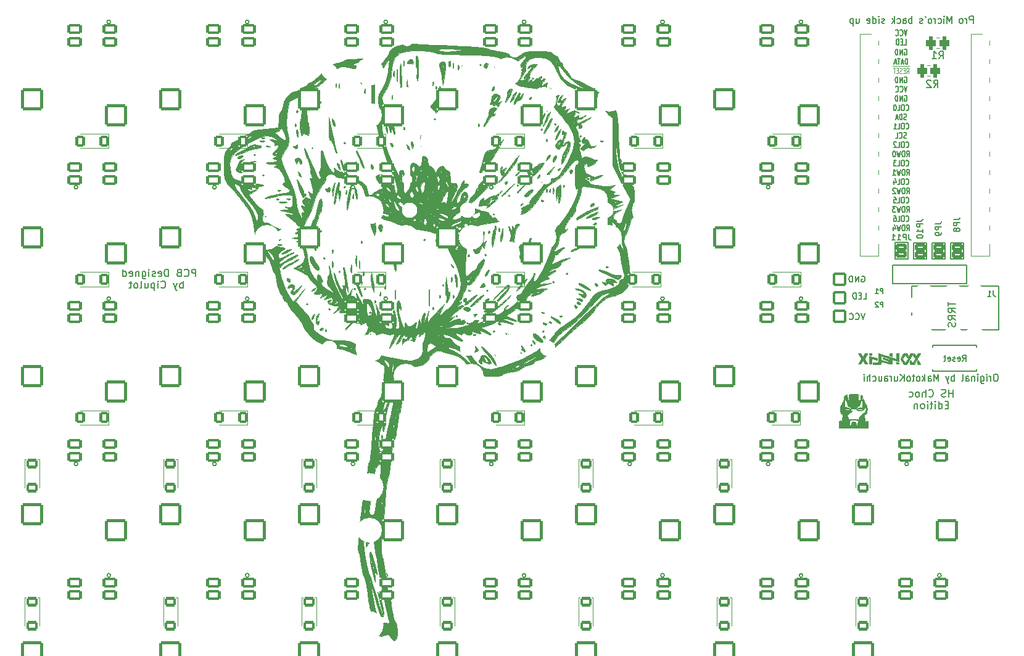
<source format=gbr>
G04 #@! TF.GenerationSoftware,KiCad,Pcbnew,(6.0.0)*
G04 #@! TF.CreationDate,2021-12-26T21:23:53+01:00*
G04 #@! TF.ProjectId,helixhschoc,68656c69-7868-4736-9368-6f632e6b6963,rev?*
G04 #@! TF.SameCoordinates,Original*
G04 #@! TF.FileFunction,Legend,Bot*
G04 #@! TF.FilePolarity,Positive*
%FSLAX46Y46*%
G04 Gerber Fmt 4.6, Leading zero omitted, Abs format (unit mm)*
G04 Created by KiCad (PCBNEW (6.0.0)) date 2021-12-26 21:23:53*
%MOMM*%
%LPD*%
G01*
G04 APERTURE LIST*
G04 Aperture macros list*
%AMRoundRect*
0 Rectangle with rounded corners*
0 $1 Rounding radius*
0 $2 $3 $4 $5 $6 $7 $8 $9 X,Y pos of 4 corners*
0 Add a 4 corners polygon primitive as box body*
4,1,4,$2,$3,$4,$5,$6,$7,$8,$9,$2,$3,0*
0 Add four circle primitives for the rounded corners*
1,1,$1+$1,$2,$3*
1,1,$1+$1,$4,$5*
1,1,$1+$1,$6,$7*
1,1,$1+$1,$8,$9*
0 Add four rect primitives between the rounded corners*
20,1,$1+$1,$2,$3,$4,$5,0*
20,1,$1+$1,$4,$5,$6,$7,0*
20,1,$1+$1,$6,$7,$8,$9,0*
20,1,$1+$1,$8,$9,$2,$3,0*%
G04 Aperture macros list end*
%ADD10C,0.150000*%
%ADD11C,0.125000*%
%ADD12C,0.120000*%
%ADD13C,0.010000*%
%ADD14C,1.524000*%
%ADD15C,3.400000*%
%ADD16C,2.101800*%
%ADD17C,1.390600*%
%ADD18C,3.829000*%
%ADD19RoundRect,0.200000X-1.300000X-1.300000X1.300000X-1.300000X1.300000X1.300000X-1.300000X1.300000X0*%
%ADD20RoundRect,0.200000X0.450000X0.600000X-0.450000X0.600000X-0.450000X-0.600000X0.450000X-0.600000X0*%
%ADD21C,1.924000*%
%ADD22RoundRect,0.200000X-0.600000X0.450000X-0.600000X-0.450000X0.600000X-0.450000X0.600000X0.450000X0*%
%ADD23C,5.100400*%
%ADD24RoundRect,0.200000X-0.800000X-0.500000X0.800000X-0.500000X0.800000X0.500000X-0.800000X0.500000X0*%
%ADD25C,1.797000*%
%ADD26RoundRect,0.200000X0.800000X0.500000X-0.800000X0.500000X-0.800000X-0.500000X0.800000X-0.500000X0*%
%ADD27C,2.400000*%
%ADD28RoundRect,0.200000X-0.762000X-0.762000X0.762000X-0.762000X0.762000X0.762000X-0.762000X0.762000X0*%
%ADD29C,1.600000*%
%ADD30O,2.900000X2.100000*%
%ADD31C,2.600000*%
%ADD32RoundRect,0.450100X-0.262400X-0.449900X0.262400X-0.449900X0.262400X0.449900X-0.262400X0.449900X0*%
%ADD33RoundRect,0.200000X-0.571500X0.317500X-0.571500X-0.317500X0.571500X-0.317500X0.571500X0.317500X0*%
G04 APERTURE END LIST*
D10*
X198887682Y-59471140D02*
X198944825Y-59432435D01*
X199030540Y-59432435D01*
X199116254Y-59471140D01*
X199173397Y-59548549D01*
X199201968Y-59625959D01*
X199230540Y-59780778D01*
X199230540Y-59896892D01*
X199201968Y-60051711D01*
X199173397Y-60129120D01*
X199116254Y-60206530D01*
X199030540Y-60245235D01*
X198973397Y-60245235D01*
X198887682Y-60206530D01*
X198859111Y-60167825D01*
X198859111Y-59896892D01*
X198973397Y-59896892D01*
X198601968Y-60245235D02*
X198601968Y-59432435D01*
X198259111Y-60245235D01*
X198259111Y-59432435D01*
X197973397Y-60245235D02*
X197973397Y-59432435D01*
X197830540Y-59432435D01*
X197744825Y-59471140D01*
X197687682Y-59548549D01*
X197659111Y-59625959D01*
X197630540Y-59780778D01*
X197630540Y-59896892D01*
X197659111Y-60051711D01*
X197687682Y-60129120D01*
X197744825Y-60206530D01*
X197830540Y-60245235D01*
X197973397Y-60245235D01*
X208310968Y-49534920D02*
X208310968Y-48534920D01*
X207968111Y-48534920D01*
X207882397Y-48582540D01*
X207839540Y-48630159D01*
X207796682Y-48725397D01*
X207796682Y-48868254D01*
X207839540Y-48963492D01*
X207882397Y-49011111D01*
X207968111Y-49058730D01*
X208310968Y-49058730D01*
X207410968Y-49534920D02*
X207410968Y-48868254D01*
X207410968Y-49058730D02*
X207368111Y-48963492D01*
X207325254Y-48915873D01*
X207239540Y-48868254D01*
X207153825Y-48868254D01*
X206725254Y-49534920D02*
X206810968Y-49487301D01*
X206853825Y-49439682D01*
X206896682Y-49344444D01*
X206896682Y-49058730D01*
X206853825Y-48963492D01*
X206810968Y-48915873D01*
X206725254Y-48868254D01*
X206596682Y-48868254D01*
X206510968Y-48915873D01*
X206468111Y-48963492D01*
X206425254Y-49058730D01*
X206425254Y-49344444D01*
X206468111Y-49439682D01*
X206510968Y-49487301D01*
X206596682Y-49534920D01*
X206725254Y-49534920D01*
X205353825Y-49534920D02*
X205353825Y-48534920D01*
X205053825Y-49249206D01*
X204753825Y-48534920D01*
X204753825Y-49534920D01*
X204325254Y-49534920D02*
X204325254Y-48868254D01*
X204325254Y-48534920D02*
X204368111Y-48582540D01*
X204325254Y-48630159D01*
X204282397Y-48582540D01*
X204325254Y-48534920D01*
X204325254Y-48630159D01*
X203510968Y-49487301D02*
X203596682Y-49534920D01*
X203768111Y-49534920D01*
X203853825Y-49487301D01*
X203896682Y-49439682D01*
X203939540Y-49344444D01*
X203939540Y-49058730D01*
X203896682Y-48963492D01*
X203853825Y-48915873D01*
X203768111Y-48868254D01*
X203596682Y-48868254D01*
X203510968Y-48915873D01*
X203125254Y-49534920D02*
X203125254Y-48868254D01*
X203125254Y-49058730D02*
X203082397Y-48963492D01*
X203039540Y-48915873D01*
X202953825Y-48868254D01*
X202868111Y-48868254D01*
X202439540Y-49534920D02*
X202525254Y-49487301D01*
X202568111Y-49439682D01*
X202610968Y-49344444D01*
X202610968Y-49058730D01*
X202568111Y-48963492D01*
X202525254Y-48915873D01*
X202439540Y-48868254D01*
X202310968Y-48868254D01*
X202225254Y-48915873D01*
X202182397Y-48963492D01*
X202139540Y-49058730D01*
X202139540Y-49344444D01*
X202182397Y-49439682D01*
X202225254Y-49487301D01*
X202310968Y-49534920D01*
X202439540Y-49534920D01*
X201710968Y-48534920D02*
X201796682Y-48725397D01*
X201368111Y-49487301D02*
X201282397Y-49534920D01*
X201110968Y-49534920D01*
X201025254Y-49487301D01*
X200982397Y-49392063D01*
X200982397Y-49344444D01*
X201025254Y-49249206D01*
X201110968Y-49201587D01*
X201239540Y-49201587D01*
X201325254Y-49153968D01*
X201368111Y-49058730D01*
X201368111Y-49011111D01*
X201325254Y-48915873D01*
X201239540Y-48868254D01*
X201110968Y-48868254D01*
X201025254Y-48915873D01*
X199910968Y-49534920D02*
X199910968Y-48534920D01*
X199910968Y-48915873D02*
X199825254Y-48868254D01*
X199653825Y-48868254D01*
X199568111Y-48915873D01*
X199525254Y-48963492D01*
X199482397Y-49058730D01*
X199482397Y-49344444D01*
X199525254Y-49439682D01*
X199568111Y-49487301D01*
X199653825Y-49534920D01*
X199825254Y-49534920D01*
X199910968Y-49487301D01*
X198710968Y-49534920D02*
X198710968Y-49011111D01*
X198753825Y-48915873D01*
X198839540Y-48868254D01*
X199010968Y-48868254D01*
X199096682Y-48915873D01*
X198710968Y-49487301D02*
X198796682Y-49534920D01*
X199010968Y-49534920D01*
X199096682Y-49487301D01*
X199139540Y-49392063D01*
X199139540Y-49296825D01*
X199096682Y-49201587D01*
X199010968Y-49153968D01*
X198796682Y-49153968D01*
X198710968Y-49106349D01*
X197896682Y-49487301D02*
X197982397Y-49534920D01*
X198153825Y-49534920D01*
X198239540Y-49487301D01*
X198282397Y-49439682D01*
X198325254Y-49344444D01*
X198325254Y-49058730D01*
X198282397Y-48963492D01*
X198239540Y-48915873D01*
X198153825Y-48868254D01*
X197982397Y-48868254D01*
X197896682Y-48915873D01*
X197510968Y-49534920D02*
X197510968Y-48534920D01*
X197425254Y-49153968D02*
X197168111Y-49534920D01*
X197168111Y-48868254D02*
X197510968Y-49249206D01*
X196139540Y-49487301D02*
X196053825Y-49534920D01*
X195882397Y-49534920D01*
X195796682Y-49487301D01*
X195753825Y-49392063D01*
X195753825Y-49344444D01*
X195796682Y-49249206D01*
X195882397Y-49201587D01*
X196010968Y-49201587D01*
X196096682Y-49153968D01*
X196139540Y-49058730D01*
X196139540Y-49011111D01*
X196096682Y-48915873D01*
X196010968Y-48868254D01*
X195882397Y-48868254D01*
X195796682Y-48915873D01*
X195368111Y-49534920D02*
X195368111Y-48868254D01*
X195368111Y-48534920D02*
X195410968Y-48582540D01*
X195368111Y-48630159D01*
X195325254Y-48582540D01*
X195368111Y-48534920D01*
X195368111Y-48630159D01*
X194553825Y-49534920D02*
X194553825Y-48534920D01*
X194553825Y-49487301D02*
X194639540Y-49534920D01*
X194810968Y-49534920D01*
X194896682Y-49487301D01*
X194939540Y-49439682D01*
X194982397Y-49344444D01*
X194982397Y-49058730D01*
X194939540Y-48963492D01*
X194896682Y-48915873D01*
X194810968Y-48868254D01*
X194639540Y-48868254D01*
X194553825Y-48915873D01*
X193782397Y-49487301D02*
X193868111Y-49534920D01*
X194039540Y-49534920D01*
X194125254Y-49487301D01*
X194168111Y-49392063D01*
X194168111Y-49011111D01*
X194125254Y-48915873D01*
X194039540Y-48868254D01*
X193868111Y-48868254D01*
X193782397Y-48915873D01*
X193739540Y-49011111D01*
X193739540Y-49106349D01*
X194168111Y-49201587D01*
X192282397Y-48868254D02*
X192282397Y-49534920D01*
X192668111Y-48868254D02*
X192668111Y-49392063D01*
X192625254Y-49487301D01*
X192539540Y-49534920D01*
X192410968Y-49534920D01*
X192325254Y-49487301D01*
X192282397Y-49439682D01*
X191853825Y-48868254D02*
X191853825Y-49868254D01*
X191853825Y-48915873D02*
X191768111Y-48868254D01*
X191596682Y-48868254D01*
X191510968Y-48915873D01*
X191468111Y-48963492D01*
X191425254Y-49058730D01*
X191425254Y-49344444D01*
X191468111Y-49439682D01*
X191510968Y-49487301D01*
X191596682Y-49534920D01*
X191768111Y-49534920D01*
X191853825Y-49487301D01*
X193455713Y-89364215D02*
X193184780Y-90177015D01*
X192913846Y-89364215D01*
X192178456Y-90099605D02*
X192217160Y-90138310D01*
X192333275Y-90177015D01*
X192410684Y-90177015D01*
X192526799Y-90138310D01*
X192604208Y-90060900D01*
X192642913Y-89983491D01*
X192681618Y-89828672D01*
X192681618Y-89712558D01*
X192642913Y-89557739D01*
X192604208Y-89480329D01*
X192526799Y-89402920D01*
X192410684Y-89364215D01*
X192333275Y-89364215D01*
X192217160Y-89402920D01*
X192178456Y-89441624D01*
X191365656Y-90099605D02*
X191404360Y-90138310D01*
X191520475Y-90177015D01*
X191597884Y-90177015D01*
X191713999Y-90138310D01*
X191791408Y-90060900D01*
X191830113Y-89983491D01*
X191868818Y-89828672D01*
X191868818Y-89712558D01*
X191830113Y-89557739D01*
X191791408Y-89480329D01*
X191713999Y-89402920D01*
X191597884Y-89364215D01*
X191520475Y-89364215D01*
X191404360Y-89402920D01*
X191365656Y-89441624D01*
X199087682Y-71597825D02*
X199116254Y-71636530D01*
X199201968Y-71675235D01*
X199259111Y-71675235D01*
X199344825Y-71636530D01*
X199401968Y-71559120D01*
X199430540Y-71481711D01*
X199459111Y-71326892D01*
X199459111Y-71210778D01*
X199430540Y-71055959D01*
X199401968Y-70978549D01*
X199344825Y-70901140D01*
X199259111Y-70862435D01*
X199201968Y-70862435D01*
X199116254Y-70901140D01*
X199087682Y-70939844D01*
X198716254Y-70862435D02*
X198601968Y-70862435D01*
X198544825Y-70901140D01*
X198487682Y-70978549D01*
X198459111Y-71133368D01*
X198459111Y-71404301D01*
X198487682Y-71559120D01*
X198544825Y-71636530D01*
X198601968Y-71675235D01*
X198716254Y-71675235D01*
X198773397Y-71636530D01*
X198830540Y-71559120D01*
X198859111Y-71404301D01*
X198859111Y-71133368D01*
X198830540Y-70978549D01*
X198773397Y-70901140D01*
X198716254Y-70862435D01*
X197916254Y-71675235D02*
X198201968Y-71675235D01*
X198201968Y-70862435D01*
X197459111Y-71133368D02*
X197459111Y-71675235D01*
X197601968Y-70823730D02*
X197744825Y-71404301D01*
X197373397Y-71404301D01*
X199144825Y-65286530D02*
X199059111Y-65325235D01*
X198916254Y-65325235D01*
X198859111Y-65286530D01*
X198830540Y-65247825D01*
X198801968Y-65170416D01*
X198801968Y-65093006D01*
X198830540Y-65015597D01*
X198859111Y-64976892D01*
X198916254Y-64938187D01*
X199030540Y-64899482D01*
X199087682Y-64860778D01*
X199116254Y-64822073D01*
X199144825Y-64744663D01*
X199144825Y-64667254D01*
X199116254Y-64589844D01*
X199087682Y-64551140D01*
X199030540Y-64512435D01*
X198887682Y-64512435D01*
X198801968Y-64551140D01*
X198201968Y-65247825D02*
X198230540Y-65286530D01*
X198316254Y-65325235D01*
X198373397Y-65325235D01*
X198459111Y-65286530D01*
X198516254Y-65209120D01*
X198544825Y-65131711D01*
X198573397Y-64976892D01*
X198573397Y-64860778D01*
X198544825Y-64705959D01*
X198516254Y-64628549D01*
X198459111Y-64551140D01*
X198373397Y-64512435D01*
X198316254Y-64512435D01*
X198230540Y-64551140D01*
X198201968Y-64589844D01*
X197659111Y-65325235D02*
X197944825Y-65325235D01*
X197944825Y-64512435D01*
X198816254Y-52498235D02*
X199101968Y-52498235D01*
X199101968Y-51685435D01*
X198616254Y-52072482D02*
X198416254Y-52072482D01*
X198330540Y-52498235D02*
X198616254Y-52498235D01*
X198616254Y-51685435D01*
X198330540Y-51685435D01*
X198073397Y-52498235D02*
X198073397Y-51685435D01*
X197930540Y-51685435D01*
X197844825Y-51724140D01*
X197787682Y-51801549D01*
X197759111Y-51878959D01*
X197730540Y-52033778D01*
X197730540Y-52149892D01*
X197759111Y-52304711D01*
X197787682Y-52382120D01*
X197844825Y-52459530D01*
X197930540Y-52498235D01*
X198073397Y-52498235D01*
X198887682Y-56931140D02*
X198944825Y-56892435D01*
X199030540Y-56892435D01*
X199116254Y-56931140D01*
X199173397Y-57008549D01*
X199201968Y-57085959D01*
X199230540Y-57240778D01*
X199230540Y-57356892D01*
X199201968Y-57511711D01*
X199173397Y-57589120D01*
X199116254Y-57666530D01*
X199030540Y-57705235D01*
X198973397Y-57705235D01*
X198887682Y-57666530D01*
X198859111Y-57627825D01*
X198859111Y-57356892D01*
X198973397Y-57356892D01*
X198601968Y-57705235D02*
X198601968Y-56892435D01*
X198259111Y-57705235D01*
X198259111Y-56892435D01*
X197973397Y-57705235D02*
X197973397Y-56892435D01*
X197830540Y-56892435D01*
X197744825Y-56931140D01*
X197687682Y-57008549D01*
X197659111Y-57085959D01*
X197630540Y-57240778D01*
X197630540Y-57356892D01*
X197659111Y-57511711D01*
X197687682Y-57589120D01*
X197744825Y-57666530D01*
X197830540Y-57705235D01*
X197973397Y-57705235D01*
X199087682Y-61437825D02*
X199116254Y-61476530D01*
X199201968Y-61515235D01*
X199259111Y-61515235D01*
X199344825Y-61476530D01*
X199401968Y-61399120D01*
X199430540Y-61321711D01*
X199459111Y-61166892D01*
X199459111Y-61050778D01*
X199430540Y-60895959D01*
X199401968Y-60818549D01*
X199344825Y-60741140D01*
X199259111Y-60702435D01*
X199201968Y-60702435D01*
X199116254Y-60741140D01*
X199087682Y-60779844D01*
X198716254Y-60702435D02*
X198601968Y-60702435D01*
X198544825Y-60741140D01*
X198487682Y-60818549D01*
X198459111Y-60973368D01*
X198459111Y-61244301D01*
X198487682Y-61399120D01*
X198544825Y-61476530D01*
X198601968Y-61515235D01*
X198716254Y-61515235D01*
X198773397Y-61476530D01*
X198830540Y-61399120D01*
X198859111Y-61244301D01*
X198859111Y-60973368D01*
X198830540Y-60818549D01*
X198773397Y-60741140D01*
X198716254Y-60702435D01*
X197916254Y-61515235D02*
X198201968Y-61515235D01*
X198201968Y-60702435D01*
X197601968Y-60702435D02*
X197544825Y-60702435D01*
X197487682Y-60741140D01*
X197459111Y-60779844D01*
X197430540Y-60857254D01*
X197401968Y-61012073D01*
X197401968Y-61205597D01*
X197430540Y-61360416D01*
X197459111Y-61437825D01*
X197487682Y-61476530D01*
X197544825Y-61515235D01*
X197601968Y-61515235D01*
X197659111Y-61476530D01*
X197687682Y-61437825D01*
X197716254Y-61360416D01*
X197744825Y-61205597D01*
X197744825Y-61012073D01*
X197716254Y-60857254D01*
X197687682Y-60779844D01*
X197659111Y-60741140D01*
X197601968Y-60702435D01*
X199187682Y-70405235D02*
X199387682Y-70018187D01*
X199530540Y-70405235D02*
X199530540Y-69592435D01*
X199301968Y-69592435D01*
X199244825Y-69631140D01*
X199216254Y-69669844D01*
X199187682Y-69747254D01*
X199187682Y-69863368D01*
X199216254Y-69940778D01*
X199244825Y-69979482D01*
X199301968Y-70018187D01*
X199530540Y-70018187D01*
X198816254Y-69592435D02*
X198701968Y-69592435D01*
X198644825Y-69631140D01*
X198587682Y-69708549D01*
X198559111Y-69863368D01*
X198559111Y-70134301D01*
X198587682Y-70289120D01*
X198644825Y-70366530D01*
X198701968Y-70405235D01*
X198816254Y-70405235D01*
X198873397Y-70366530D01*
X198930540Y-70289120D01*
X198959111Y-70134301D01*
X198959111Y-69863368D01*
X198930540Y-69708549D01*
X198873397Y-69631140D01*
X198816254Y-69592435D01*
X198359111Y-69592435D02*
X198216254Y-70405235D01*
X198101968Y-69824663D01*
X197987682Y-70405235D01*
X197844825Y-69592435D01*
X197301968Y-70405235D02*
X197644825Y-70405235D01*
X197473397Y-70405235D02*
X197473397Y-69592435D01*
X197530540Y-69708549D01*
X197587682Y-69785959D01*
X197644825Y-69824663D01*
X199087682Y-66517825D02*
X199116254Y-66556530D01*
X199201968Y-66595235D01*
X199259111Y-66595235D01*
X199344825Y-66556530D01*
X199401968Y-66479120D01*
X199430540Y-66401711D01*
X199459111Y-66246892D01*
X199459111Y-66130778D01*
X199430540Y-65975959D01*
X199401968Y-65898549D01*
X199344825Y-65821140D01*
X199259111Y-65782435D01*
X199201968Y-65782435D01*
X199116254Y-65821140D01*
X199087682Y-65859844D01*
X198716254Y-65782435D02*
X198601968Y-65782435D01*
X198544825Y-65821140D01*
X198487682Y-65898549D01*
X198459111Y-66053368D01*
X198459111Y-66324301D01*
X198487682Y-66479120D01*
X198544825Y-66556530D01*
X198601968Y-66595235D01*
X198716254Y-66595235D01*
X198773397Y-66556530D01*
X198830540Y-66479120D01*
X198859111Y-66324301D01*
X198859111Y-66053368D01*
X198830540Y-65898549D01*
X198773397Y-65821140D01*
X198716254Y-65782435D01*
X197916254Y-66595235D02*
X198201968Y-66595235D01*
X198201968Y-65782435D01*
X197744825Y-65859844D02*
X197716254Y-65821140D01*
X197659111Y-65782435D01*
X197516254Y-65782435D01*
X197459111Y-65821140D01*
X197430540Y-65859844D01*
X197401968Y-65937254D01*
X197401968Y-66014663D01*
X197430540Y-66130778D01*
X197773397Y-66595235D01*
X197401968Y-66595235D01*
X199159111Y-62746530D02*
X199073397Y-62785235D01*
X198930540Y-62785235D01*
X198873397Y-62746530D01*
X198844825Y-62707825D01*
X198816254Y-62630416D01*
X198816254Y-62553006D01*
X198844825Y-62475597D01*
X198873397Y-62436892D01*
X198930540Y-62398187D01*
X199044825Y-62359482D01*
X199101968Y-62320778D01*
X199130540Y-62282073D01*
X199159111Y-62204663D01*
X199159111Y-62127254D01*
X199130540Y-62049844D01*
X199101968Y-62011140D01*
X199044825Y-61972435D01*
X198901968Y-61972435D01*
X198816254Y-62011140D01*
X198559111Y-62785235D02*
X198559111Y-61972435D01*
X198416254Y-61972435D01*
X198330540Y-62011140D01*
X198273397Y-62088549D01*
X198244825Y-62165959D01*
X198216254Y-62320778D01*
X198216254Y-62436892D01*
X198244825Y-62591711D01*
X198273397Y-62669120D01*
X198330540Y-62746530D01*
X198416254Y-62785235D01*
X198559111Y-62785235D01*
X197987682Y-62553006D02*
X197701968Y-62553006D01*
X198044825Y-62785235D02*
X197844825Y-61972435D01*
X197644825Y-62785235D01*
X192991256Y-84271140D02*
X193068665Y-84232435D01*
X193184780Y-84232435D01*
X193300894Y-84271140D01*
X193378303Y-84348549D01*
X193417008Y-84425959D01*
X193455713Y-84580778D01*
X193455713Y-84696892D01*
X193417008Y-84851711D01*
X193378303Y-84929120D01*
X193300894Y-85006530D01*
X193184780Y-85045235D01*
X193107370Y-85045235D01*
X192991256Y-85006530D01*
X192952551Y-84967825D01*
X192952551Y-84696892D01*
X193107370Y-84696892D01*
X192604208Y-85045235D02*
X192604208Y-84232435D01*
X192139751Y-85045235D01*
X192139751Y-84232435D01*
X191752703Y-85045235D02*
X191752703Y-84232435D01*
X191559180Y-84232435D01*
X191443065Y-84271140D01*
X191365656Y-84348549D01*
X191326951Y-84425959D01*
X191288246Y-84580778D01*
X191288246Y-84696892D01*
X191326951Y-84851711D01*
X191365656Y-84929120D01*
X191443065Y-85006530D01*
X191559180Y-85045235D01*
X191752703Y-85045235D01*
X199087682Y-69057825D02*
X199116254Y-69096530D01*
X199201968Y-69135235D01*
X199259111Y-69135235D01*
X199344825Y-69096530D01*
X199401968Y-69019120D01*
X199430540Y-68941711D01*
X199459111Y-68786892D01*
X199459111Y-68670778D01*
X199430540Y-68515959D01*
X199401968Y-68438549D01*
X199344825Y-68361140D01*
X199259111Y-68322435D01*
X199201968Y-68322435D01*
X199116254Y-68361140D01*
X199087682Y-68399844D01*
X198716254Y-68322435D02*
X198601968Y-68322435D01*
X198544825Y-68361140D01*
X198487682Y-68438549D01*
X198459111Y-68593368D01*
X198459111Y-68864301D01*
X198487682Y-69019120D01*
X198544825Y-69096530D01*
X198601968Y-69135235D01*
X198716254Y-69135235D01*
X198773397Y-69096530D01*
X198830540Y-69019120D01*
X198859111Y-68864301D01*
X198859111Y-68593368D01*
X198830540Y-68438549D01*
X198773397Y-68361140D01*
X198716254Y-68322435D01*
X197916254Y-69135235D02*
X198201968Y-69135235D01*
X198201968Y-68322435D01*
X197773397Y-68322435D02*
X197401968Y-68322435D01*
X197601968Y-68632073D01*
X197516254Y-68632073D01*
X197459111Y-68670778D01*
X197430540Y-68709482D01*
X197401968Y-68786892D01*
X197401968Y-68980416D01*
X197430540Y-69057825D01*
X197459111Y-69096530D01*
X197516254Y-69135235D01*
X197687682Y-69135235D01*
X197744825Y-69096530D01*
X197773397Y-69057825D01*
X199330540Y-55165235D02*
X199330540Y-54352435D01*
X199187682Y-54352435D01*
X199101968Y-54391140D01*
X199044825Y-54468549D01*
X199016254Y-54545959D01*
X198987682Y-54700778D01*
X198987682Y-54816892D01*
X199016254Y-54971711D01*
X199044825Y-55049120D01*
X199101968Y-55126530D01*
X199187682Y-55165235D01*
X199330540Y-55165235D01*
X198759111Y-54933006D02*
X198473397Y-54933006D01*
X198816254Y-55165235D02*
X198616254Y-54352435D01*
X198416254Y-55165235D01*
X198301968Y-54352435D02*
X197959111Y-54352435D01*
X198130540Y-55165235D02*
X198130540Y-54352435D01*
X197787682Y-54933006D02*
X197501968Y-54933006D01*
X197844825Y-55165235D02*
X197644825Y-54352435D01*
X197444825Y-55165235D01*
X199087682Y-63977825D02*
X199116254Y-64016530D01*
X199201968Y-64055235D01*
X199259111Y-64055235D01*
X199344825Y-64016530D01*
X199401968Y-63939120D01*
X199430540Y-63861711D01*
X199459111Y-63706892D01*
X199459111Y-63590778D01*
X199430540Y-63435959D01*
X199401968Y-63358549D01*
X199344825Y-63281140D01*
X199259111Y-63242435D01*
X199201968Y-63242435D01*
X199116254Y-63281140D01*
X199087682Y-63319844D01*
X198716254Y-63242435D02*
X198601968Y-63242435D01*
X198544825Y-63281140D01*
X198487682Y-63358549D01*
X198459111Y-63513368D01*
X198459111Y-63784301D01*
X198487682Y-63939120D01*
X198544825Y-64016530D01*
X198601968Y-64055235D01*
X198716254Y-64055235D01*
X198773397Y-64016530D01*
X198830540Y-63939120D01*
X198859111Y-63784301D01*
X198859111Y-63513368D01*
X198830540Y-63358549D01*
X198773397Y-63281140D01*
X198716254Y-63242435D01*
X197916254Y-64055235D02*
X198201968Y-64055235D01*
X198201968Y-63242435D01*
X197401968Y-64055235D02*
X197744825Y-64055235D01*
X197573397Y-64055235D02*
X197573397Y-63242435D01*
X197630540Y-63358549D01*
X197687682Y-63435959D01*
X197744825Y-63474663D01*
X199230540Y-58162435D02*
X199030540Y-58975235D01*
X198830540Y-58162435D01*
X198287682Y-58897825D02*
X198316254Y-58936530D01*
X198401968Y-58975235D01*
X198459111Y-58975235D01*
X198544825Y-58936530D01*
X198601968Y-58859120D01*
X198630540Y-58781711D01*
X198659111Y-58626892D01*
X198659111Y-58510778D01*
X198630540Y-58355959D01*
X198601968Y-58278549D01*
X198544825Y-58201140D01*
X198459111Y-58162435D01*
X198401968Y-58162435D01*
X198316254Y-58201140D01*
X198287682Y-58239844D01*
X197687682Y-58897825D02*
X197716254Y-58936530D01*
X197801968Y-58975235D01*
X197859111Y-58975235D01*
X197944825Y-58936530D01*
X198001968Y-58859120D01*
X198030540Y-58781711D01*
X198059111Y-58626892D01*
X198059111Y-58510778D01*
X198030540Y-58355959D01*
X198001968Y-58278549D01*
X197944825Y-58201140D01*
X197859111Y-58162435D01*
X197801968Y-58162435D01*
X197716254Y-58201140D01*
X197687682Y-58239844D01*
D11*
X199561492Y-55392916D02*
X199061492Y-55392916D01*
X199156730Y-56435235D02*
X199323397Y-56048187D01*
X199442444Y-56435235D02*
X199442444Y-55622435D01*
X199251968Y-55622435D01*
X199204349Y-55661140D01*
X199180540Y-55699844D01*
X199156730Y-55777254D01*
X199156730Y-55893368D01*
X199180540Y-55970778D01*
X199204349Y-56009482D01*
X199251968Y-56048187D01*
X199442444Y-56048187D01*
X199061492Y-55392916D02*
X198609111Y-55392916D01*
X198942444Y-56009482D02*
X198775778Y-56009482D01*
X198704349Y-56435235D02*
X198942444Y-56435235D01*
X198942444Y-55622435D01*
X198704349Y-55622435D01*
X198609111Y-55392916D02*
X198132920Y-55392916D01*
X198513873Y-56396530D02*
X198442444Y-56435235D01*
X198323397Y-56435235D01*
X198275778Y-56396530D01*
X198251968Y-56357825D01*
X198228159Y-56280416D01*
X198228159Y-56203006D01*
X198251968Y-56125597D01*
X198275778Y-56086892D01*
X198323397Y-56048187D01*
X198418635Y-56009482D01*
X198466254Y-55970778D01*
X198490063Y-55932073D01*
X198513873Y-55854663D01*
X198513873Y-55777254D01*
X198490063Y-55699844D01*
X198466254Y-55661140D01*
X198418635Y-55622435D01*
X198299587Y-55622435D01*
X198228159Y-55661140D01*
X198132920Y-55392916D02*
X197680540Y-55392916D01*
X198013873Y-56009482D02*
X197847206Y-56009482D01*
X197775778Y-56435235D02*
X198013873Y-56435235D01*
X198013873Y-55622435D01*
X197775778Y-55622435D01*
X197680540Y-55392916D02*
X197299587Y-55392916D01*
X197632920Y-55622435D02*
X197347206Y-55622435D01*
X197490063Y-56435235D02*
X197490063Y-55622435D01*
D10*
X198887682Y-53121140D02*
X198944825Y-53082435D01*
X199030540Y-53082435D01*
X199116254Y-53121140D01*
X199173397Y-53198549D01*
X199201968Y-53275959D01*
X199230540Y-53430778D01*
X199230540Y-53546892D01*
X199201968Y-53701711D01*
X199173397Y-53779120D01*
X199116254Y-53856530D01*
X199030540Y-53895235D01*
X198973397Y-53895235D01*
X198887682Y-53856530D01*
X198859111Y-53817825D01*
X198859111Y-53546892D01*
X198973397Y-53546892D01*
X198601968Y-53895235D02*
X198601968Y-53082435D01*
X198259111Y-53895235D01*
X198259111Y-53082435D01*
X197973397Y-53895235D02*
X197973397Y-53082435D01*
X197830540Y-53082435D01*
X197744825Y-53121140D01*
X197687682Y-53198549D01*
X197659111Y-53275959D01*
X197630540Y-53430778D01*
X197630540Y-53546892D01*
X197659111Y-53701711D01*
X197687682Y-53779120D01*
X197744825Y-53856530D01*
X197830540Y-53895235D01*
X197973397Y-53895235D01*
X193253054Y-87345235D02*
X193640101Y-87345235D01*
X193640101Y-86532435D01*
X192982120Y-86919482D02*
X192711187Y-86919482D01*
X192595073Y-87345235D02*
X192982120Y-87345235D01*
X192982120Y-86532435D01*
X192595073Y-86532435D01*
X192246730Y-87345235D02*
X192246730Y-86532435D01*
X192053206Y-86532435D01*
X191937092Y-86571140D01*
X191859682Y-86648549D01*
X191820978Y-86725959D01*
X191782273Y-86880778D01*
X191782273Y-86996892D01*
X191820978Y-87151711D01*
X191859682Y-87229120D01*
X191937092Y-87306530D01*
X192053206Y-87345235D01*
X192246730Y-87345235D01*
X206860623Y-95909795D02*
X207131557Y-95522747D01*
X207325080Y-95909795D02*
X207325080Y-95096995D01*
X207015442Y-95096995D01*
X206938033Y-95135700D01*
X206899328Y-95174404D01*
X206860623Y-95251814D01*
X206860623Y-95367928D01*
X206899328Y-95445338D01*
X206938033Y-95484042D01*
X207015442Y-95522747D01*
X207325080Y-95522747D01*
X206202642Y-95871090D02*
X206280052Y-95909795D01*
X206434871Y-95909795D01*
X206512280Y-95871090D01*
X206550985Y-95793680D01*
X206550985Y-95484042D01*
X206512280Y-95406633D01*
X206434871Y-95367928D01*
X206280052Y-95367928D01*
X206202642Y-95406633D01*
X206163938Y-95484042D01*
X206163938Y-95561452D01*
X206550985Y-95638861D01*
X205854300Y-95871090D02*
X205776890Y-95909795D01*
X205622071Y-95909795D01*
X205544661Y-95871090D01*
X205505957Y-95793680D01*
X205505957Y-95754976D01*
X205544661Y-95677566D01*
X205622071Y-95638861D01*
X205738185Y-95638861D01*
X205815595Y-95600157D01*
X205854300Y-95522747D01*
X205854300Y-95484042D01*
X205815595Y-95406633D01*
X205738185Y-95367928D01*
X205622071Y-95367928D01*
X205544661Y-95406633D01*
X204847976Y-95871090D02*
X204925385Y-95909795D01*
X205080204Y-95909795D01*
X205157614Y-95871090D01*
X205196319Y-95793680D01*
X205196319Y-95484042D01*
X205157614Y-95406633D01*
X205080204Y-95367928D01*
X204925385Y-95367928D01*
X204847976Y-95406633D01*
X204809271Y-95484042D01*
X204809271Y-95561452D01*
X205196319Y-95638861D01*
X204577042Y-95367928D02*
X204267404Y-95367928D01*
X204460928Y-95096995D02*
X204460928Y-95793680D01*
X204422223Y-95871090D01*
X204344814Y-95909795D01*
X204267404Y-95909795D01*
X199187682Y-72945235D02*
X199387682Y-72558187D01*
X199530540Y-72945235D02*
X199530540Y-72132435D01*
X199301968Y-72132435D01*
X199244825Y-72171140D01*
X199216254Y-72209844D01*
X199187682Y-72287254D01*
X199187682Y-72403368D01*
X199216254Y-72480778D01*
X199244825Y-72519482D01*
X199301968Y-72558187D01*
X199530540Y-72558187D01*
X198816254Y-72132435D02*
X198701968Y-72132435D01*
X198644825Y-72171140D01*
X198587682Y-72248549D01*
X198559111Y-72403368D01*
X198559111Y-72674301D01*
X198587682Y-72829120D01*
X198644825Y-72906530D01*
X198701968Y-72945235D01*
X198816254Y-72945235D01*
X198873397Y-72906530D01*
X198930540Y-72829120D01*
X198959111Y-72674301D01*
X198959111Y-72403368D01*
X198930540Y-72248549D01*
X198873397Y-72171140D01*
X198816254Y-72132435D01*
X198359111Y-72132435D02*
X198216254Y-72945235D01*
X198101968Y-72364663D01*
X197987682Y-72945235D01*
X197844825Y-72132435D01*
X197644825Y-72209844D02*
X197616254Y-72171140D01*
X197559111Y-72132435D01*
X197416254Y-72132435D01*
X197359111Y-72171140D01*
X197330540Y-72209844D01*
X197301968Y-72287254D01*
X197301968Y-72364663D01*
X197330540Y-72480778D01*
X197673397Y-72945235D01*
X197301968Y-72945235D01*
X199187682Y-67865235D02*
X199387682Y-67478187D01*
X199530540Y-67865235D02*
X199530540Y-67052435D01*
X199301968Y-67052435D01*
X199244825Y-67091140D01*
X199216254Y-67129844D01*
X199187682Y-67207254D01*
X199187682Y-67323368D01*
X199216254Y-67400778D01*
X199244825Y-67439482D01*
X199301968Y-67478187D01*
X199530540Y-67478187D01*
X198816254Y-67052435D02*
X198701968Y-67052435D01*
X198644825Y-67091140D01*
X198587682Y-67168549D01*
X198559111Y-67323368D01*
X198559111Y-67594301D01*
X198587682Y-67749120D01*
X198644825Y-67826530D01*
X198701968Y-67865235D01*
X198816254Y-67865235D01*
X198873397Y-67826530D01*
X198930540Y-67749120D01*
X198959111Y-67594301D01*
X198959111Y-67323368D01*
X198930540Y-67168549D01*
X198873397Y-67091140D01*
X198816254Y-67052435D01*
X198359111Y-67052435D02*
X198216254Y-67865235D01*
X198101968Y-67284663D01*
X197987682Y-67865235D01*
X197844825Y-67052435D01*
X197501968Y-67052435D02*
X197444825Y-67052435D01*
X197387682Y-67091140D01*
X197359111Y-67129844D01*
X197330540Y-67207254D01*
X197301968Y-67362073D01*
X197301968Y-67555597D01*
X197330540Y-67710416D01*
X197359111Y-67787825D01*
X197387682Y-67826530D01*
X197444825Y-67865235D01*
X197501968Y-67865235D01*
X197559111Y-67826530D01*
X197587682Y-67787825D01*
X197616254Y-67710416D01*
X197644825Y-67555597D01*
X197644825Y-67362073D01*
X197616254Y-67207254D01*
X197587682Y-67129844D01*
X197559111Y-67091140D01*
X197501968Y-67052435D01*
X199230540Y-50415435D02*
X199030540Y-51228235D01*
X198830540Y-50415435D01*
X198287682Y-51150825D02*
X198316254Y-51189530D01*
X198401968Y-51228235D01*
X198459111Y-51228235D01*
X198544825Y-51189530D01*
X198601968Y-51112120D01*
X198630540Y-51034711D01*
X198659111Y-50879892D01*
X198659111Y-50763778D01*
X198630540Y-50608959D01*
X198601968Y-50531549D01*
X198544825Y-50454140D01*
X198459111Y-50415435D01*
X198401968Y-50415435D01*
X198316254Y-50454140D01*
X198287682Y-50492844D01*
X197687682Y-51150825D02*
X197716254Y-51189530D01*
X197801968Y-51228235D01*
X197859111Y-51228235D01*
X197944825Y-51189530D01*
X198001968Y-51112120D01*
X198030540Y-51034711D01*
X198059111Y-50879892D01*
X198059111Y-50763778D01*
X198030540Y-50608959D01*
X198001968Y-50531549D01*
X197944825Y-50454140D01*
X197859111Y-50415435D01*
X197801968Y-50415435D01*
X197716254Y-50454140D01*
X197687682Y-50492844D01*
X101624092Y-84282720D02*
X101624092Y-83282720D01*
X101243140Y-83282720D01*
X101147901Y-83330340D01*
X101100282Y-83377959D01*
X101052663Y-83473197D01*
X101052663Y-83616054D01*
X101100282Y-83711292D01*
X101147901Y-83758911D01*
X101243140Y-83806530D01*
X101624092Y-83806530D01*
X100052663Y-84187482D02*
X100100282Y-84235101D01*
X100243140Y-84282720D01*
X100338378Y-84282720D01*
X100481235Y-84235101D01*
X100576473Y-84139863D01*
X100624092Y-84044625D01*
X100671711Y-83854149D01*
X100671711Y-83711292D01*
X100624092Y-83520816D01*
X100576473Y-83425578D01*
X100481235Y-83330340D01*
X100338378Y-83282720D01*
X100243140Y-83282720D01*
X100100282Y-83330340D01*
X100052663Y-83377959D01*
X99290759Y-83758911D02*
X99147901Y-83806530D01*
X99100282Y-83854149D01*
X99052663Y-83949387D01*
X99052663Y-84092244D01*
X99100282Y-84187482D01*
X99147901Y-84235101D01*
X99243140Y-84282720D01*
X99624092Y-84282720D01*
X99624092Y-83282720D01*
X99290759Y-83282720D01*
X99195520Y-83330340D01*
X99147901Y-83377959D01*
X99100282Y-83473197D01*
X99100282Y-83568435D01*
X99147901Y-83663673D01*
X99195520Y-83711292D01*
X99290759Y-83758911D01*
X99624092Y-83758911D01*
X97862187Y-84282720D02*
X97862187Y-83282720D01*
X97624092Y-83282720D01*
X97481235Y-83330340D01*
X97385997Y-83425578D01*
X97338378Y-83520816D01*
X97290759Y-83711292D01*
X97290759Y-83854149D01*
X97338378Y-84044625D01*
X97385997Y-84139863D01*
X97481235Y-84235101D01*
X97624092Y-84282720D01*
X97862187Y-84282720D01*
X96481235Y-84235101D02*
X96576473Y-84282720D01*
X96766949Y-84282720D01*
X96862187Y-84235101D01*
X96909806Y-84139863D01*
X96909806Y-83758911D01*
X96862187Y-83663673D01*
X96766949Y-83616054D01*
X96576473Y-83616054D01*
X96481235Y-83663673D01*
X96433616Y-83758911D01*
X96433616Y-83854149D01*
X96909806Y-83949387D01*
X96052663Y-84235101D02*
X95957425Y-84282720D01*
X95766949Y-84282720D01*
X95671711Y-84235101D01*
X95624092Y-84139863D01*
X95624092Y-84092244D01*
X95671711Y-83997006D01*
X95766949Y-83949387D01*
X95909806Y-83949387D01*
X96005044Y-83901768D01*
X96052663Y-83806530D01*
X96052663Y-83758911D01*
X96005044Y-83663673D01*
X95909806Y-83616054D01*
X95766949Y-83616054D01*
X95671711Y-83663673D01*
X95195520Y-84282720D02*
X95195520Y-83616054D01*
X95195520Y-83282720D02*
X95243140Y-83330340D01*
X95195520Y-83377959D01*
X95147901Y-83330340D01*
X95195520Y-83282720D01*
X95195520Y-83377959D01*
X94290759Y-83616054D02*
X94290759Y-84425578D01*
X94338378Y-84520816D01*
X94385997Y-84568435D01*
X94481235Y-84616054D01*
X94624092Y-84616054D01*
X94719330Y-84568435D01*
X94290759Y-84235101D02*
X94385997Y-84282720D01*
X94576473Y-84282720D01*
X94671711Y-84235101D01*
X94719330Y-84187482D01*
X94766949Y-84092244D01*
X94766949Y-83806530D01*
X94719330Y-83711292D01*
X94671711Y-83663673D01*
X94576473Y-83616054D01*
X94385997Y-83616054D01*
X94290759Y-83663673D01*
X93814568Y-83616054D02*
X93814568Y-84282720D01*
X93814568Y-83711292D02*
X93766949Y-83663673D01*
X93671711Y-83616054D01*
X93528854Y-83616054D01*
X93433616Y-83663673D01*
X93385997Y-83758911D01*
X93385997Y-84282720D01*
X92528854Y-84235101D02*
X92624092Y-84282720D01*
X92814568Y-84282720D01*
X92909806Y-84235101D01*
X92957425Y-84139863D01*
X92957425Y-83758911D01*
X92909806Y-83663673D01*
X92814568Y-83616054D01*
X92624092Y-83616054D01*
X92528854Y-83663673D01*
X92481235Y-83758911D01*
X92481235Y-83854149D01*
X92957425Y-83949387D01*
X91624092Y-84282720D02*
X91624092Y-83282720D01*
X91624092Y-84235101D02*
X91719330Y-84282720D01*
X91909806Y-84282720D01*
X92005044Y-84235101D01*
X92052663Y-84187482D01*
X92100282Y-84092244D01*
X92100282Y-83806530D01*
X92052663Y-83711292D01*
X92005044Y-83663673D01*
X91909806Y-83616054D01*
X91719330Y-83616054D01*
X91624092Y-83663673D01*
X99862187Y-85892720D02*
X99862187Y-84892720D01*
X99862187Y-85273673D02*
X99766949Y-85226054D01*
X99576473Y-85226054D01*
X99481235Y-85273673D01*
X99433616Y-85321292D01*
X99385997Y-85416530D01*
X99385997Y-85702244D01*
X99433616Y-85797482D01*
X99481235Y-85845101D01*
X99576473Y-85892720D01*
X99766949Y-85892720D01*
X99862187Y-85845101D01*
X99052663Y-85226054D02*
X98814568Y-85892720D01*
X98576473Y-85226054D02*
X98814568Y-85892720D01*
X98909806Y-86130816D01*
X98957425Y-86178435D01*
X99052663Y-86226054D01*
X96862187Y-85797482D02*
X96909806Y-85845101D01*
X97052663Y-85892720D01*
X97147901Y-85892720D01*
X97290759Y-85845101D01*
X97385997Y-85749863D01*
X97433616Y-85654625D01*
X97481235Y-85464149D01*
X97481235Y-85321292D01*
X97433616Y-85130816D01*
X97385997Y-85035578D01*
X97290759Y-84940340D01*
X97147901Y-84892720D01*
X97052663Y-84892720D01*
X96909806Y-84940340D01*
X96862187Y-84987959D01*
X96433616Y-85892720D02*
X96433616Y-85226054D01*
X96433616Y-84892720D02*
X96481235Y-84940340D01*
X96433616Y-84987959D01*
X96385997Y-84940340D01*
X96433616Y-84892720D01*
X96433616Y-84987959D01*
X95957425Y-85226054D02*
X95957425Y-86226054D01*
X95957425Y-85273673D02*
X95862187Y-85226054D01*
X95671711Y-85226054D01*
X95576473Y-85273673D01*
X95528854Y-85321292D01*
X95481235Y-85416530D01*
X95481235Y-85702244D01*
X95528854Y-85797482D01*
X95576473Y-85845101D01*
X95671711Y-85892720D01*
X95862187Y-85892720D01*
X95957425Y-85845101D01*
X94624092Y-85226054D02*
X94624092Y-85892720D01*
X95052663Y-85226054D02*
X95052663Y-85749863D01*
X95005044Y-85845101D01*
X94909806Y-85892720D01*
X94766949Y-85892720D01*
X94671711Y-85845101D01*
X94624092Y-85797482D01*
X94005044Y-85892720D02*
X94100282Y-85845101D01*
X94147901Y-85749863D01*
X94147901Y-84892720D01*
X93481235Y-85892720D02*
X93576473Y-85845101D01*
X93624092Y-85797482D01*
X93671711Y-85702244D01*
X93671711Y-85416530D01*
X93624092Y-85321292D01*
X93576473Y-85273673D01*
X93481235Y-85226054D01*
X93338378Y-85226054D01*
X93243140Y-85273673D01*
X93195520Y-85321292D01*
X93147901Y-85416530D01*
X93147901Y-85702244D01*
X93195520Y-85797482D01*
X93243140Y-85845101D01*
X93338378Y-85892720D01*
X93481235Y-85892720D01*
X92862187Y-85226054D02*
X92481235Y-85226054D01*
X92719330Y-84892720D02*
X92719330Y-85749863D01*
X92671711Y-85845101D01*
X92576473Y-85892720D01*
X92481235Y-85892720D01*
X205556130Y-100824920D02*
X205556130Y-99824920D01*
X205556130Y-100301111D02*
X204984701Y-100301111D01*
X204984701Y-100824920D02*
X204984701Y-99824920D01*
X204556130Y-100777301D02*
X204413273Y-100824920D01*
X204175178Y-100824920D01*
X204079940Y-100777301D01*
X204032320Y-100729682D01*
X203984701Y-100634444D01*
X203984701Y-100539206D01*
X204032320Y-100443968D01*
X204079940Y-100396349D01*
X204175178Y-100348730D01*
X204365654Y-100301111D01*
X204460892Y-100253492D01*
X204508511Y-100205873D01*
X204556130Y-100110635D01*
X204556130Y-100015397D01*
X204508511Y-99920159D01*
X204460892Y-99872540D01*
X204365654Y-99824920D01*
X204127559Y-99824920D01*
X203984701Y-99872540D01*
X202222797Y-100729682D02*
X202270416Y-100777301D01*
X202413273Y-100824920D01*
X202508511Y-100824920D01*
X202651368Y-100777301D01*
X202746606Y-100682063D01*
X202794225Y-100586825D01*
X202841844Y-100396349D01*
X202841844Y-100253492D01*
X202794225Y-100063016D01*
X202746606Y-99967778D01*
X202651368Y-99872540D01*
X202508511Y-99824920D01*
X202413273Y-99824920D01*
X202270416Y-99872540D01*
X202222797Y-99920159D01*
X201794225Y-100824920D02*
X201794225Y-99824920D01*
X201365654Y-100824920D02*
X201365654Y-100301111D01*
X201413273Y-100205873D01*
X201508511Y-100158254D01*
X201651368Y-100158254D01*
X201746606Y-100205873D01*
X201794225Y-100253492D01*
X200746606Y-100824920D02*
X200841844Y-100777301D01*
X200889463Y-100729682D01*
X200937082Y-100634444D01*
X200937082Y-100348730D01*
X200889463Y-100253492D01*
X200841844Y-100205873D01*
X200746606Y-100158254D01*
X200603749Y-100158254D01*
X200508511Y-100205873D01*
X200460892Y-100253492D01*
X200413273Y-100348730D01*
X200413273Y-100634444D01*
X200460892Y-100729682D01*
X200508511Y-100777301D01*
X200603749Y-100824920D01*
X200746606Y-100824920D01*
X199556130Y-100777301D02*
X199651368Y-100824920D01*
X199841844Y-100824920D01*
X199937082Y-100777301D01*
X199984701Y-100729682D01*
X200032320Y-100634444D01*
X200032320Y-100348730D01*
X199984701Y-100253492D01*
X199937082Y-100205873D01*
X199841844Y-100158254D01*
X199651368Y-100158254D01*
X199556130Y-100205873D01*
X204913273Y-101911111D02*
X204579940Y-101911111D01*
X204437082Y-102434920D02*
X204913273Y-102434920D01*
X204913273Y-101434920D01*
X204437082Y-101434920D01*
X203579940Y-102434920D02*
X203579940Y-101434920D01*
X203579940Y-102387301D02*
X203675178Y-102434920D01*
X203865654Y-102434920D01*
X203960892Y-102387301D01*
X204008511Y-102339682D01*
X204056130Y-102244444D01*
X204056130Y-101958730D01*
X204008511Y-101863492D01*
X203960892Y-101815873D01*
X203865654Y-101768254D01*
X203675178Y-101768254D01*
X203579940Y-101815873D01*
X203103749Y-102434920D02*
X203103749Y-101768254D01*
X203103749Y-101434920D02*
X203151368Y-101482540D01*
X203103749Y-101530159D01*
X203056130Y-101482540D01*
X203103749Y-101434920D01*
X203103749Y-101530159D01*
X202770416Y-101768254D02*
X202389463Y-101768254D01*
X202627559Y-101434920D02*
X202627559Y-102292063D01*
X202579940Y-102387301D01*
X202484701Y-102434920D01*
X202389463Y-102434920D01*
X202056130Y-102434920D02*
X202056130Y-101768254D01*
X202056130Y-101434920D02*
X202103749Y-101482540D01*
X202056130Y-101530159D01*
X202008511Y-101482540D01*
X202056130Y-101434920D01*
X202056130Y-101530159D01*
X201437082Y-102434920D02*
X201532320Y-102387301D01*
X201579940Y-102339682D01*
X201627559Y-102244444D01*
X201627559Y-101958730D01*
X201579940Y-101863492D01*
X201532320Y-101815873D01*
X201437082Y-101768254D01*
X201294225Y-101768254D01*
X201198987Y-101815873D01*
X201151368Y-101863492D01*
X201103749Y-101958730D01*
X201103749Y-102244444D01*
X201151368Y-102339682D01*
X201198987Y-102387301D01*
X201294225Y-102434920D01*
X201437082Y-102434920D01*
X200675178Y-101768254D02*
X200675178Y-102434920D01*
X200675178Y-101863492D02*
X200627559Y-101815873D01*
X200532320Y-101768254D01*
X200389463Y-101768254D01*
X200294225Y-101815873D01*
X200246606Y-101911111D01*
X200246606Y-102434920D01*
X211099366Y-86231784D02*
X211099366Y-86803213D01*
X211137461Y-86917499D01*
X211213652Y-86993689D01*
X211327938Y-87031784D01*
X211404128Y-87031784D01*
X210299366Y-87031784D02*
X210756509Y-87031784D01*
X210527938Y-87031784D02*
X210527938Y-86231784D01*
X210604128Y-86346070D01*
X210680319Y-86422260D01*
X210756509Y-86460356D01*
X195947206Y-88487686D02*
X195947206Y-87787686D01*
X195680540Y-87787686D01*
X195613873Y-87821020D01*
X195580540Y-87854353D01*
X195547206Y-87921020D01*
X195547206Y-88021020D01*
X195580540Y-88087686D01*
X195613873Y-88121020D01*
X195680540Y-88154353D01*
X195947206Y-88154353D01*
X195280540Y-87854353D02*
X195247206Y-87821020D01*
X195180540Y-87787686D01*
X195013873Y-87787686D01*
X194947206Y-87821020D01*
X194913873Y-87854353D01*
X194880540Y-87921020D01*
X194880540Y-87987686D01*
X194913873Y-88087686D01*
X195313873Y-88487686D01*
X194880540Y-88487686D01*
X195947206Y-86618246D02*
X195947206Y-85918246D01*
X195680540Y-85918246D01*
X195613873Y-85951580D01*
X195580540Y-85984913D01*
X195547206Y-86051580D01*
X195547206Y-86151580D01*
X195580540Y-86218246D01*
X195613873Y-86251580D01*
X195680540Y-86284913D01*
X195947206Y-86284913D01*
X194880540Y-86618246D02*
X195280540Y-86618246D01*
X195080540Y-86618246D02*
X195080540Y-85918246D01*
X195147206Y-86018246D01*
X195213873Y-86084913D01*
X195280540Y-86118246D01*
X199187682Y-78025235D02*
X199387682Y-77638187D01*
X199530540Y-78025235D02*
X199530540Y-77212435D01*
X199301968Y-77212435D01*
X199244825Y-77251140D01*
X199216254Y-77289844D01*
X199187682Y-77367254D01*
X199187682Y-77483368D01*
X199216254Y-77560778D01*
X199244825Y-77599482D01*
X199301968Y-77638187D01*
X199530540Y-77638187D01*
X198816254Y-77212435D02*
X198701968Y-77212435D01*
X198644825Y-77251140D01*
X198587682Y-77328549D01*
X198559111Y-77483368D01*
X198559111Y-77754301D01*
X198587682Y-77909120D01*
X198644825Y-77986530D01*
X198701968Y-78025235D01*
X198816254Y-78025235D01*
X198873397Y-77986530D01*
X198930540Y-77909120D01*
X198959111Y-77754301D01*
X198959111Y-77483368D01*
X198930540Y-77328549D01*
X198873397Y-77251140D01*
X198816254Y-77212435D01*
X198359111Y-77212435D02*
X198216254Y-78025235D01*
X198101968Y-77444663D01*
X197987682Y-78025235D01*
X197844825Y-77212435D01*
X197359111Y-77483368D02*
X197359111Y-78025235D01*
X197501968Y-77173730D02*
X197644825Y-77754301D01*
X197273397Y-77754301D01*
X199087682Y-76677825D02*
X199116254Y-76716530D01*
X199201968Y-76755235D01*
X199259111Y-76755235D01*
X199344825Y-76716530D01*
X199401968Y-76639120D01*
X199430540Y-76561711D01*
X199459111Y-76406892D01*
X199459111Y-76290778D01*
X199430540Y-76135959D01*
X199401968Y-76058549D01*
X199344825Y-75981140D01*
X199259111Y-75942435D01*
X199201968Y-75942435D01*
X199116254Y-75981140D01*
X199087682Y-76019844D01*
X198716254Y-75942435D02*
X198601968Y-75942435D01*
X198544825Y-75981140D01*
X198487682Y-76058549D01*
X198459111Y-76213368D01*
X198459111Y-76484301D01*
X198487682Y-76639120D01*
X198544825Y-76716530D01*
X198601968Y-76755235D01*
X198716254Y-76755235D01*
X198773397Y-76716530D01*
X198830540Y-76639120D01*
X198859111Y-76484301D01*
X198859111Y-76213368D01*
X198830540Y-76058549D01*
X198773397Y-75981140D01*
X198716254Y-75942435D01*
X197916254Y-76755235D02*
X198201968Y-76755235D01*
X198201968Y-75942435D01*
X197459111Y-75942435D02*
X197573397Y-75942435D01*
X197630540Y-75981140D01*
X197659111Y-76019844D01*
X197716254Y-76135959D01*
X197744825Y-76290778D01*
X197744825Y-76600416D01*
X197716254Y-76677825D01*
X197687682Y-76716530D01*
X197630540Y-76755235D01*
X197516254Y-76755235D01*
X197459111Y-76716530D01*
X197430540Y-76677825D01*
X197401968Y-76600416D01*
X197401968Y-76406892D01*
X197430540Y-76329482D01*
X197459111Y-76290778D01*
X197516254Y-76252073D01*
X197630540Y-76252073D01*
X197687682Y-76290778D01*
X197716254Y-76329482D01*
X197744825Y-76406892D01*
X199187682Y-75485235D02*
X199387682Y-75098187D01*
X199530540Y-75485235D02*
X199530540Y-74672435D01*
X199301968Y-74672435D01*
X199244825Y-74711140D01*
X199216254Y-74749844D01*
X199187682Y-74827254D01*
X199187682Y-74943368D01*
X199216254Y-75020778D01*
X199244825Y-75059482D01*
X199301968Y-75098187D01*
X199530540Y-75098187D01*
X198816254Y-74672435D02*
X198701968Y-74672435D01*
X198644825Y-74711140D01*
X198587682Y-74788549D01*
X198559111Y-74943368D01*
X198559111Y-75214301D01*
X198587682Y-75369120D01*
X198644825Y-75446530D01*
X198701968Y-75485235D01*
X198816254Y-75485235D01*
X198873397Y-75446530D01*
X198930540Y-75369120D01*
X198959111Y-75214301D01*
X198959111Y-74943368D01*
X198930540Y-74788549D01*
X198873397Y-74711140D01*
X198816254Y-74672435D01*
X198359111Y-74672435D02*
X198216254Y-75485235D01*
X198101968Y-74904663D01*
X197987682Y-75485235D01*
X197844825Y-74672435D01*
X197673397Y-74672435D02*
X197301968Y-74672435D01*
X197501968Y-74982073D01*
X197416254Y-74982073D01*
X197359111Y-75020778D01*
X197330540Y-75059482D01*
X197301968Y-75136892D01*
X197301968Y-75330416D01*
X197330540Y-75407825D01*
X197359111Y-75446530D01*
X197416254Y-75485235D01*
X197587682Y-75485235D01*
X197644825Y-75446530D01*
X197673397Y-75407825D01*
X211516740Y-97676720D02*
X211345311Y-97676720D01*
X211259597Y-97724340D01*
X211173882Y-97819578D01*
X211131025Y-98010054D01*
X211131025Y-98343387D01*
X211173882Y-98533863D01*
X211259597Y-98629101D01*
X211345311Y-98676720D01*
X211516740Y-98676720D01*
X211602454Y-98629101D01*
X211688168Y-98533863D01*
X211731025Y-98343387D01*
X211731025Y-98010054D01*
X211688168Y-97819578D01*
X211602454Y-97724340D01*
X211516740Y-97676720D01*
X210745311Y-98676720D02*
X210745311Y-98010054D01*
X210745311Y-98200530D02*
X210702454Y-98105292D01*
X210659597Y-98057673D01*
X210573882Y-98010054D01*
X210488168Y-98010054D01*
X210188168Y-98676720D02*
X210188168Y-98010054D01*
X210188168Y-97676720D02*
X210231025Y-97724340D01*
X210188168Y-97771959D01*
X210145311Y-97724340D01*
X210188168Y-97676720D01*
X210188168Y-97771959D01*
X209373882Y-98010054D02*
X209373882Y-98819578D01*
X209416740Y-98914816D01*
X209459597Y-98962435D01*
X209545311Y-99010054D01*
X209673882Y-99010054D01*
X209759597Y-98962435D01*
X209373882Y-98629101D02*
X209459597Y-98676720D01*
X209631025Y-98676720D01*
X209716740Y-98629101D01*
X209759597Y-98581482D01*
X209802454Y-98486244D01*
X209802454Y-98200530D01*
X209759597Y-98105292D01*
X209716740Y-98057673D01*
X209631025Y-98010054D01*
X209459597Y-98010054D01*
X209373882Y-98057673D01*
X208945311Y-98676720D02*
X208945311Y-98010054D01*
X208945311Y-97676720D02*
X208988168Y-97724340D01*
X208945311Y-97771959D01*
X208902454Y-97724340D01*
X208945311Y-97676720D01*
X208945311Y-97771959D01*
X208516740Y-98010054D02*
X208516740Y-98676720D01*
X208516740Y-98105292D02*
X208473882Y-98057673D01*
X208388168Y-98010054D01*
X208259597Y-98010054D01*
X208173882Y-98057673D01*
X208131025Y-98152911D01*
X208131025Y-98676720D01*
X207316740Y-98676720D02*
X207316740Y-98152911D01*
X207359597Y-98057673D01*
X207445311Y-98010054D01*
X207616740Y-98010054D01*
X207702454Y-98057673D01*
X207316740Y-98629101D02*
X207402454Y-98676720D01*
X207616740Y-98676720D01*
X207702454Y-98629101D01*
X207745311Y-98533863D01*
X207745311Y-98438625D01*
X207702454Y-98343387D01*
X207616740Y-98295768D01*
X207402454Y-98295768D01*
X207316740Y-98248149D01*
X206759597Y-98676720D02*
X206845311Y-98629101D01*
X206888168Y-98533863D01*
X206888168Y-97676720D01*
X205731025Y-98676720D02*
X205731025Y-97676720D01*
X205731025Y-98057673D02*
X205645311Y-98010054D01*
X205473882Y-98010054D01*
X205388168Y-98057673D01*
X205345311Y-98105292D01*
X205302454Y-98200530D01*
X205302454Y-98486244D01*
X205345311Y-98581482D01*
X205388168Y-98629101D01*
X205473882Y-98676720D01*
X205645311Y-98676720D01*
X205731025Y-98629101D01*
X205002454Y-98010054D02*
X204788168Y-98676720D01*
X204573882Y-98010054D02*
X204788168Y-98676720D01*
X204873882Y-98914816D01*
X204916740Y-98962435D01*
X205002454Y-99010054D01*
X203545311Y-98676720D02*
X203545311Y-97676720D01*
X203245311Y-98391006D01*
X202945311Y-97676720D01*
X202945311Y-98676720D01*
X202131025Y-98676720D02*
X202131025Y-98152911D01*
X202173882Y-98057673D01*
X202259597Y-98010054D01*
X202431025Y-98010054D01*
X202516740Y-98057673D01*
X202131025Y-98629101D02*
X202216740Y-98676720D01*
X202431025Y-98676720D01*
X202516740Y-98629101D01*
X202559597Y-98533863D01*
X202559597Y-98438625D01*
X202516740Y-98343387D01*
X202431025Y-98295768D01*
X202216740Y-98295768D01*
X202131025Y-98248149D01*
X201702454Y-98676720D02*
X201702454Y-97676720D01*
X201616740Y-98295768D02*
X201359597Y-98676720D01*
X201359597Y-98010054D02*
X201702454Y-98391006D01*
X200845311Y-98676720D02*
X200931025Y-98629101D01*
X200973882Y-98581482D01*
X201016739Y-98486244D01*
X201016739Y-98200530D01*
X200973882Y-98105292D01*
X200931025Y-98057673D01*
X200845311Y-98010054D01*
X200716740Y-98010054D01*
X200631025Y-98057673D01*
X200588168Y-98105292D01*
X200545311Y-98200530D01*
X200545311Y-98486244D01*
X200588168Y-98581482D01*
X200631025Y-98629101D01*
X200716740Y-98676720D01*
X200845311Y-98676720D01*
X200288168Y-98010054D02*
X199945311Y-98010054D01*
X200159597Y-97676720D02*
X200159597Y-98533863D01*
X200116739Y-98629101D01*
X200031025Y-98676720D01*
X199945311Y-98676720D01*
X199516739Y-98676720D02*
X199602454Y-98629101D01*
X199645311Y-98581482D01*
X199688168Y-98486244D01*
X199688168Y-98200530D01*
X199645311Y-98105292D01*
X199602454Y-98057673D01*
X199516739Y-98010054D01*
X199388168Y-98010054D01*
X199302454Y-98057673D01*
X199259597Y-98105292D01*
X199216739Y-98200530D01*
X199216739Y-98486244D01*
X199259597Y-98581482D01*
X199302454Y-98629101D01*
X199388168Y-98676720D01*
X199516739Y-98676720D01*
X198831025Y-98676720D02*
X198831025Y-97676720D01*
X198316739Y-98676720D02*
X198702454Y-98105292D01*
X198316739Y-97676720D02*
X198831025Y-98248149D01*
X197545311Y-98010054D02*
X197545311Y-98676720D01*
X197931025Y-98010054D02*
X197931025Y-98533863D01*
X197888168Y-98629101D01*
X197802454Y-98676720D01*
X197673882Y-98676720D01*
X197588168Y-98629101D01*
X197545311Y-98581482D01*
X197116739Y-98676720D02*
X197116739Y-98010054D01*
X197116739Y-98200530D02*
X197073882Y-98105292D01*
X197031025Y-98057673D01*
X196945311Y-98010054D01*
X196859597Y-98010054D01*
X196173882Y-98676720D02*
X196173882Y-98152911D01*
X196216739Y-98057673D01*
X196302454Y-98010054D01*
X196473882Y-98010054D01*
X196559597Y-98057673D01*
X196173882Y-98629101D02*
X196259597Y-98676720D01*
X196473882Y-98676720D01*
X196559597Y-98629101D01*
X196602454Y-98533863D01*
X196602454Y-98438625D01*
X196559597Y-98343387D01*
X196473882Y-98295768D01*
X196259597Y-98295768D01*
X196173882Y-98248149D01*
X195359597Y-98010054D02*
X195359597Y-98676720D01*
X195745311Y-98010054D02*
X195745311Y-98533863D01*
X195702454Y-98629101D01*
X195616739Y-98676720D01*
X195488168Y-98676720D01*
X195402454Y-98629101D01*
X195359597Y-98581482D01*
X194545311Y-98629101D02*
X194631025Y-98676720D01*
X194802454Y-98676720D01*
X194888168Y-98629101D01*
X194931025Y-98581482D01*
X194973882Y-98486244D01*
X194973882Y-98200530D01*
X194931025Y-98105292D01*
X194888168Y-98057673D01*
X194802454Y-98010054D01*
X194631025Y-98010054D01*
X194545311Y-98057673D01*
X194159597Y-98676720D02*
X194159597Y-97676720D01*
X193773882Y-98676720D02*
X193773882Y-98152911D01*
X193816739Y-98057673D01*
X193902454Y-98010054D01*
X194031025Y-98010054D01*
X194116739Y-98057673D01*
X194159597Y-98105292D01*
X193345311Y-98676720D02*
X193345311Y-98010054D01*
X193345311Y-97676720D02*
X193388168Y-97724340D01*
X193345311Y-97771959D01*
X193302454Y-97724340D01*
X193345311Y-97676720D01*
X193345311Y-97771959D01*
X199087682Y-74137825D02*
X199116254Y-74176530D01*
X199201968Y-74215235D01*
X199259111Y-74215235D01*
X199344825Y-74176530D01*
X199401968Y-74099120D01*
X199430540Y-74021711D01*
X199459111Y-73866892D01*
X199459111Y-73750778D01*
X199430540Y-73595959D01*
X199401968Y-73518549D01*
X199344825Y-73441140D01*
X199259111Y-73402435D01*
X199201968Y-73402435D01*
X199116254Y-73441140D01*
X199087682Y-73479844D01*
X198716254Y-73402435D02*
X198601968Y-73402435D01*
X198544825Y-73441140D01*
X198487682Y-73518549D01*
X198459111Y-73673368D01*
X198459111Y-73944301D01*
X198487682Y-74099120D01*
X198544825Y-74176530D01*
X198601968Y-74215235D01*
X198716254Y-74215235D01*
X198773397Y-74176530D01*
X198830540Y-74099120D01*
X198859111Y-73944301D01*
X198859111Y-73673368D01*
X198830540Y-73518549D01*
X198773397Y-73441140D01*
X198716254Y-73402435D01*
X197916254Y-74215235D02*
X198201968Y-74215235D01*
X198201968Y-73402435D01*
X197430540Y-73402435D02*
X197716254Y-73402435D01*
X197744825Y-73789482D01*
X197716254Y-73750778D01*
X197659111Y-73712073D01*
X197516254Y-73712073D01*
X197459111Y-73750778D01*
X197430540Y-73789482D01*
X197401968Y-73866892D01*
X197401968Y-74060416D01*
X197430540Y-74137825D01*
X197459111Y-74176530D01*
X197516254Y-74215235D01*
X197659111Y-74215235D01*
X197716254Y-74176530D01*
X197744825Y-74137825D01*
X204891820Y-87770135D02*
X204891820Y-88341563D01*
X205891820Y-88055849D02*
X204891820Y-88055849D01*
X205891820Y-89246325D02*
X205415630Y-88912992D01*
X205891820Y-88674897D02*
X204891820Y-88674897D01*
X204891820Y-89055849D01*
X204939440Y-89151087D01*
X204987059Y-89198706D01*
X205082297Y-89246325D01*
X205225154Y-89246325D01*
X205320392Y-89198706D01*
X205368011Y-89151087D01*
X205415630Y-89055849D01*
X205415630Y-88674897D01*
X205891820Y-90246325D02*
X205415630Y-89912992D01*
X205891820Y-89674897D02*
X204891820Y-89674897D01*
X204891820Y-90055849D01*
X204939440Y-90151087D01*
X204987059Y-90198706D01*
X205082297Y-90246325D01*
X205225154Y-90246325D01*
X205320392Y-90198706D01*
X205368011Y-90151087D01*
X205415630Y-90055849D01*
X205415630Y-89674897D01*
X205844201Y-90627278D02*
X205891820Y-90770135D01*
X205891820Y-91008230D01*
X205844201Y-91103468D01*
X205796582Y-91151087D01*
X205701344Y-91198706D01*
X205606106Y-91198706D01*
X205510868Y-91151087D01*
X205463249Y-91103468D01*
X205415630Y-91008230D01*
X205368011Y-90817754D01*
X205320392Y-90722516D01*
X205272773Y-90674897D01*
X205177535Y-90627278D01*
X205082297Y-90627278D01*
X204987059Y-90674897D01*
X204939440Y-90722516D01*
X204891820Y-90817754D01*
X204891820Y-91055849D01*
X204939440Y-91198706D01*
X203641906Y-54384340D02*
X203975240Y-53908150D01*
X204213335Y-54384340D02*
X204213335Y-53384340D01*
X203832382Y-53384340D01*
X203737144Y-53431960D01*
X203689525Y-53479579D01*
X203641906Y-53574817D01*
X203641906Y-53717674D01*
X203689525Y-53812912D01*
X203737144Y-53860531D01*
X203832382Y-53908150D01*
X204213335Y-53908150D01*
X202689525Y-54384340D02*
X203260954Y-54384340D01*
X202975240Y-54384340D02*
X202975240Y-53384340D01*
X203070478Y-53527198D01*
X203165716Y-53622436D01*
X203260954Y-53670055D01*
X202900476Y-58316120D02*
X203233810Y-57839930D01*
X203471905Y-58316120D02*
X203471905Y-57316120D01*
X203090952Y-57316120D01*
X202995714Y-57363740D01*
X202948095Y-57411359D01*
X202900476Y-57506597D01*
X202900476Y-57649454D01*
X202948095Y-57744692D01*
X202995714Y-57792311D01*
X203090952Y-57839930D01*
X203471905Y-57839930D01*
X202519524Y-57411359D02*
X202471905Y-57363740D01*
X202376667Y-57316120D01*
X202138571Y-57316120D01*
X202043333Y-57363740D01*
X201995714Y-57411359D01*
X201948095Y-57506597D01*
X201948095Y-57601835D01*
X201995714Y-57744692D01*
X202567143Y-58316120D01*
X201948095Y-58316120D01*
X205654964Y-76506153D02*
X206226393Y-76506153D01*
X206340679Y-76468058D01*
X206416869Y-76391867D01*
X206454964Y-76277581D01*
X206454964Y-76201391D01*
X206454964Y-76887105D02*
X205654964Y-76887105D01*
X205654964Y-77191867D01*
X205693060Y-77268058D01*
X205731155Y-77306153D01*
X205807345Y-77344248D01*
X205921631Y-77344248D01*
X205997821Y-77306153D01*
X206035917Y-77268058D01*
X206074012Y-77191867D01*
X206074012Y-76887105D01*
X205997821Y-77801391D02*
X205959726Y-77725200D01*
X205921631Y-77687105D01*
X205845440Y-77649010D01*
X205807345Y-77649010D01*
X205731155Y-77687105D01*
X205693060Y-77725200D01*
X205654964Y-77801391D01*
X205654964Y-77953772D01*
X205693060Y-78029962D01*
X205731155Y-78068058D01*
X205807345Y-78106153D01*
X205845440Y-78106153D01*
X205921631Y-78068058D01*
X205959726Y-78029962D01*
X205997821Y-77953772D01*
X205997821Y-77801391D01*
X206035917Y-77725200D01*
X206074012Y-77687105D01*
X206150202Y-77649010D01*
X206302583Y-77649010D01*
X206378774Y-77687105D01*
X206416869Y-77725200D01*
X206454964Y-77801391D01*
X206454964Y-77953772D01*
X206416869Y-78029962D01*
X206378774Y-78068058D01*
X206302583Y-78106153D01*
X206150202Y-78106153D01*
X206074012Y-78068058D01*
X206035917Y-78029962D01*
X205997821Y-77953772D01*
X203117504Y-77059873D02*
X203688933Y-77059873D01*
X203803219Y-77021778D01*
X203879409Y-76945587D01*
X203917504Y-76831301D01*
X203917504Y-76755111D01*
X203917504Y-77440825D02*
X203117504Y-77440825D01*
X203117504Y-77745587D01*
X203155600Y-77821778D01*
X203193695Y-77859873D01*
X203269885Y-77897968D01*
X203384171Y-77897968D01*
X203460361Y-77859873D01*
X203498457Y-77821778D01*
X203536552Y-77745587D01*
X203536552Y-77440825D01*
X203917504Y-78278920D02*
X203917504Y-78431301D01*
X203879409Y-78507492D01*
X203841314Y-78545587D01*
X203727028Y-78621778D01*
X203574647Y-78659873D01*
X203269885Y-78659873D01*
X203193695Y-78621778D01*
X203155600Y-78583682D01*
X203117504Y-78507492D01*
X203117504Y-78355111D01*
X203155600Y-78278920D01*
X203193695Y-78240825D01*
X203269885Y-78202730D01*
X203460361Y-78202730D01*
X203536552Y-78240825D01*
X203574647Y-78278920D01*
X203612742Y-78355111D01*
X203612742Y-78507492D01*
X203574647Y-78583682D01*
X203536552Y-78621778D01*
X203460361Y-78659873D01*
X200577504Y-76678920D02*
X201148933Y-76678920D01*
X201263219Y-76640825D01*
X201339409Y-76564635D01*
X201377504Y-76450349D01*
X201377504Y-76374159D01*
X201377504Y-77059873D02*
X200577504Y-77059873D01*
X200577504Y-77364635D01*
X200615600Y-77440825D01*
X200653695Y-77478920D01*
X200729885Y-77517016D01*
X200844171Y-77517016D01*
X200920361Y-77478920D01*
X200958457Y-77440825D01*
X200996552Y-77364635D01*
X200996552Y-77059873D01*
X201377504Y-78278920D02*
X201377504Y-77821778D01*
X201377504Y-78050349D02*
X200577504Y-78050349D01*
X200691790Y-77974159D01*
X200767980Y-77897968D01*
X200806076Y-77821778D01*
X200577504Y-78774159D02*
X200577504Y-78850349D01*
X200615600Y-78926540D01*
X200653695Y-78964635D01*
X200729885Y-79002730D01*
X200882266Y-79040825D01*
X201072742Y-79040825D01*
X201225123Y-79002730D01*
X201301314Y-78964635D01*
X201339409Y-78926540D01*
X201377504Y-78850349D01*
X201377504Y-78774159D01*
X201339409Y-78697968D01*
X201301314Y-78659873D01*
X201225123Y-78621778D01*
X201072742Y-78583682D01*
X200882266Y-78583682D01*
X200729885Y-78621778D01*
X200653695Y-78659873D01*
X200615600Y-78697968D01*
X200577504Y-78774159D01*
X199502899Y-78484844D02*
X199502899Y-79056273D01*
X199540994Y-79170559D01*
X199617184Y-79246749D01*
X199731470Y-79284844D01*
X199807660Y-79284844D01*
X199121946Y-79284844D02*
X199121946Y-78484844D01*
X198817184Y-78484844D01*
X198740994Y-78522940D01*
X198702899Y-78561035D01*
X198664803Y-78637225D01*
X198664803Y-78751511D01*
X198702899Y-78827701D01*
X198740994Y-78865797D01*
X198817184Y-78903892D01*
X199121946Y-78903892D01*
X197902899Y-79284844D02*
X198360041Y-79284844D01*
X198131470Y-79284844D02*
X198131470Y-78484844D01*
X198207660Y-78599130D01*
X198283851Y-78675320D01*
X198360041Y-78713416D01*
X197140994Y-79284844D02*
X197598137Y-79284844D01*
X197369565Y-79284844D02*
X197369565Y-78484844D01*
X197445756Y-78599130D01*
X197521946Y-78675320D01*
X197598137Y-78713416D01*
D12*
X127680540Y-66677540D02*
X127680540Y-64677540D01*
X127680540Y-66677540D02*
X123780540Y-66677540D01*
X127680540Y-64677540D02*
X123780540Y-64677540D01*
X210582940Y-81464340D02*
X208042940Y-81464340D01*
X208042940Y-81464340D02*
X208042940Y-50984340D01*
X192802940Y-81464340D02*
X195342940Y-81464340D01*
X192802940Y-50984340D02*
X192802940Y-81464340D01*
X195342940Y-81464340D02*
X195342940Y-50984340D01*
X210582940Y-50984340D02*
X210582940Y-81464340D01*
X195342940Y-50984340D02*
X192802940Y-50984340D01*
X208042940Y-50984340D02*
X210582940Y-50984340D01*
X194155540Y-109391940D02*
X194155540Y-113291940D01*
X194155540Y-109391940D02*
X192155540Y-109391940D01*
X192155540Y-109391940D02*
X192155540Y-113291940D01*
D10*
X108930540Y-49327540D02*
G75*
G03*
X108930540Y-49327540I-250000J0D01*
G01*
X197236080Y-85234780D02*
X197236080Y-82694780D01*
X207396080Y-82694780D02*
X207396080Y-85234780D01*
X197236080Y-82694780D02*
X207396080Y-82694780D01*
X207396080Y-85234780D02*
X197236080Y-85234780D01*
X89930540Y-49327540D02*
G75*
G03*
X89930540Y-49327540I-250000J0D01*
G01*
X104430540Y-72027540D02*
G75*
G03*
X104430540Y-72027540I-250000J0D01*
G01*
X165930540Y-49327540D02*
G75*
G03*
X165930540Y-49327540I-250000J0D01*
G01*
X142430540Y-72027540D02*
G75*
G03*
X142430540Y-72027540I-250000J0D01*
G01*
X89930540Y-87327540D02*
G75*
G03*
X89930540Y-87327540I-250000J0D01*
G01*
X123430540Y-72027540D02*
G75*
G03*
X123430540Y-72027540I-250000J0D01*
G01*
X180430540Y-72027540D02*
G75*
G03*
X180430540Y-72027540I-250000J0D01*
G01*
X85430540Y-72027540D02*
G75*
G03*
X85430540Y-72027540I-250000J0D01*
G01*
X108930540Y-87327540D02*
G75*
G03*
X108930540Y-87327540I-250000J0D01*
G01*
X127930540Y-87327540D02*
G75*
G03*
X127930540Y-87327540I-250000J0D01*
G01*
X202805140Y-94026740D02*
X202805140Y-93776740D01*
X208805140Y-93776740D02*
X208805140Y-94026740D01*
X208805140Y-97276740D02*
X202805140Y-97276740D01*
X208805140Y-97026740D02*
X208805140Y-97276740D01*
X202805140Y-97276740D02*
X202805140Y-97026740D01*
X202805140Y-93776740D02*
X208805140Y-93776740D01*
X146930540Y-87327540D02*
G75*
G03*
X146930540Y-87327540I-250000J0D01*
G01*
X161430540Y-72027540D02*
G75*
G03*
X161430540Y-72027540I-250000J0D01*
G01*
X127930540Y-49327540D02*
G75*
G03*
X127930540Y-49327540I-250000J0D01*
G01*
X184930540Y-87327540D02*
G75*
G03*
X184930540Y-87327540I-250000J0D01*
G01*
X85430540Y-110027540D02*
G75*
G03*
X85430540Y-110027540I-250000J0D01*
G01*
X142430540Y-110027540D02*
G75*
G03*
X142430540Y-110027540I-250000J0D01*
G01*
X108930540Y-125327540D02*
G75*
G03*
X108930540Y-125327540I-250000J0D01*
G01*
X127930540Y-125327540D02*
G75*
G03*
X127930540Y-125327540I-250000J0D01*
G01*
X146930540Y-125327540D02*
G75*
G03*
X146930540Y-125327540I-250000J0D01*
G01*
X165930540Y-125327540D02*
G75*
G03*
X165930540Y-125327540I-250000J0D01*
G01*
X184930540Y-125327540D02*
G75*
G03*
X184930540Y-125327540I-250000J0D01*
G01*
X89930540Y-125327540D02*
G75*
G03*
X89930540Y-125327540I-250000J0D01*
G01*
X123430540Y-110027540D02*
G75*
G03*
X123430540Y-110027540I-250000J0D01*
G01*
X165930540Y-87327540D02*
G75*
G03*
X165930540Y-87327540I-250000J0D01*
G01*
X199430540Y-110027540D02*
G75*
G03*
X199430540Y-110027540I-250000J0D01*
G01*
X203930540Y-125327540D02*
G75*
G03*
X203930540Y-125327540I-250000J0D01*
G01*
X180430540Y-110027540D02*
G75*
G03*
X180430540Y-110027540I-250000J0D01*
G01*
X104430540Y-110027540D02*
G75*
G03*
X104430540Y-110027540I-250000J0D01*
G01*
X161430540Y-110027540D02*
G75*
G03*
X161430540Y-110027540I-250000J0D01*
G01*
X184930540Y-49327540D02*
G75*
G03*
X184930540Y-49327540I-250000J0D01*
G01*
D12*
X89680540Y-104677540D02*
X85780540Y-104677540D01*
X89680540Y-104677540D02*
X89680540Y-102677540D01*
X89680540Y-102677540D02*
X85780540Y-102677540D01*
X146680540Y-83677540D02*
X142780540Y-83677540D01*
X146680540Y-85677540D02*
X146680540Y-83677540D01*
X146680540Y-85677540D02*
X142780540Y-85677540D01*
X184680540Y-85677540D02*
X180780540Y-85677540D01*
X184680540Y-83677540D02*
X180780540Y-83677540D01*
X184680540Y-85677540D02*
X184680540Y-83677540D01*
X165411140Y-83677540D02*
X161511140Y-83677540D01*
X165411140Y-85677540D02*
X161511140Y-85677540D01*
X165411140Y-85677540D02*
X165411140Y-83677540D01*
X108680540Y-85677540D02*
X108680540Y-83677540D01*
X108680540Y-83677540D02*
X104780540Y-83677540D01*
X108680540Y-85677540D02*
X104780540Y-85677540D01*
X165680540Y-66677540D02*
X165680540Y-64677540D01*
X165680540Y-64677540D02*
X161780540Y-64677540D01*
X165680540Y-66677540D02*
X161780540Y-66677540D01*
X146680540Y-66677540D02*
X146680540Y-64677540D01*
X146680540Y-66677540D02*
X142780540Y-66677540D01*
X146680540Y-64677540D02*
X142780540Y-64677540D01*
X108680540Y-64677540D02*
X104780540Y-64677540D01*
X108680540Y-66677540D02*
X108680540Y-64677540D01*
X108680540Y-66677540D02*
X104780540Y-66677540D01*
X108680540Y-102677540D02*
X104780540Y-102677540D01*
X108680540Y-104677540D02*
X104780540Y-104677540D01*
X108680540Y-104677540D02*
X108680540Y-102677540D01*
X89680540Y-85677540D02*
X85780540Y-85677540D01*
X89680540Y-85677540D02*
X89680540Y-83677540D01*
X89680540Y-83677540D02*
X85780540Y-83677540D01*
X89680540Y-66677540D02*
X89680540Y-64677540D01*
X89680540Y-66677540D02*
X85780540Y-66677540D01*
X89680540Y-64677540D02*
X85780540Y-64677540D01*
X184680540Y-64677540D02*
X180780540Y-64677540D01*
X184680540Y-66677540D02*
X180780540Y-66677540D01*
X184680540Y-66677540D02*
X184680540Y-64677540D01*
X127680540Y-85677540D02*
X127680540Y-83677540D01*
X127680540Y-83677540D02*
X123780540Y-83677540D01*
X127680540Y-85677540D02*
X123780540Y-85677540D01*
X80155540Y-128391940D02*
X78155540Y-128391940D01*
X78155540Y-128391940D02*
X78155540Y-132291940D01*
X80155540Y-128391940D02*
X80155540Y-132291940D01*
X194155540Y-128391940D02*
X194155540Y-132291940D01*
X194155540Y-128391940D02*
X192155540Y-128391940D01*
X192155540Y-128391940D02*
X192155540Y-132291940D01*
X127680540Y-102677540D02*
X123780540Y-102677540D01*
X127680540Y-104677540D02*
X123780540Y-104677540D01*
X127680540Y-104677540D02*
X127680540Y-102677540D01*
X137155540Y-128391940D02*
X135155540Y-128391940D01*
X137155540Y-128391940D02*
X137155540Y-132291940D01*
X135155540Y-128391940D02*
X135155540Y-132291940D01*
X99155540Y-128391940D02*
X99155540Y-132291940D01*
X97155540Y-128391940D02*
X97155540Y-132291940D01*
X99155540Y-128391940D02*
X97155540Y-128391940D01*
X175155540Y-128391940D02*
X173155540Y-128391940D01*
X175155540Y-128391940D02*
X175155540Y-132291940D01*
X173155540Y-128391940D02*
X173155540Y-132291940D01*
X156155540Y-128391940D02*
X156155540Y-132291940D01*
X156155540Y-128391940D02*
X154155540Y-128391940D01*
X154155540Y-128391940D02*
X154155540Y-132291940D01*
X175155540Y-109391940D02*
X175155540Y-113291940D01*
X173155540Y-109391940D02*
X173155540Y-113291940D01*
X175155540Y-109391940D02*
X173155540Y-109391940D01*
X135155540Y-109391940D02*
X135155540Y-113291940D01*
X137155540Y-109391940D02*
X137155540Y-113291940D01*
X137155540Y-109391940D02*
X135155540Y-109391940D01*
X116155540Y-109391940D02*
X116155540Y-113291940D01*
X118155540Y-109391940D02*
X116155540Y-109391940D01*
X118155540Y-109391940D02*
X118155540Y-113291940D01*
X97155540Y-109391940D02*
X97155540Y-113291940D01*
X99155540Y-109391940D02*
X99155540Y-113291940D01*
X99155540Y-109391940D02*
X97155540Y-109391940D01*
X184578940Y-102677540D02*
X180678940Y-102677540D01*
X184578940Y-104677540D02*
X184578940Y-102677540D01*
X184578940Y-104677540D02*
X180678940Y-104677540D01*
D10*
X146930540Y-49327540D02*
G75*
G03*
X146930540Y-49327540I-250000J0D01*
G01*
D12*
X156155540Y-109391940D02*
X156155540Y-113291940D01*
X156155540Y-109391940D02*
X154155540Y-109391940D01*
X154155540Y-109391940D02*
X154155540Y-113291940D01*
X80155540Y-109391940D02*
X78155540Y-109391940D01*
X80155540Y-109391940D02*
X80155540Y-113291940D01*
X78155540Y-109391940D02*
X78155540Y-113291940D01*
X165680540Y-104677540D02*
X165680540Y-102677540D01*
X165680540Y-104677540D02*
X161780540Y-104677540D01*
X165680540Y-102677540D02*
X161780540Y-102677540D01*
X146680540Y-102677540D02*
X142780540Y-102677540D01*
X146680540Y-104677540D02*
X142780540Y-104677540D01*
X146680540Y-104677540D02*
X146680540Y-102677540D01*
X116155540Y-128391940D02*
X116155540Y-132291940D01*
X118155540Y-128391940D02*
X116155540Y-128391940D01*
X118155540Y-128391940D02*
X118155540Y-132291940D01*
D10*
X211852940Y-91607540D02*
X199852940Y-91607540D01*
X211852940Y-85607540D02*
X211852940Y-91607540D01*
X199852940Y-91607540D02*
X199852940Y-85607540D01*
X199852940Y-85607540D02*
X211852940Y-85607540D01*
D13*
X127599874Y-63460977D02*
X127642908Y-63719954D01*
X127642908Y-63719954D02*
X127786544Y-64379801D01*
X127786544Y-64379801D02*
X127892626Y-64621361D01*
X127892626Y-64621361D02*
X127949139Y-64427441D01*
X127949139Y-64427441D02*
X127955084Y-64166591D01*
X127955084Y-64166591D02*
X127859641Y-63573879D01*
X127859641Y-63573879D02*
X127722382Y-63253899D01*
X127722382Y-63253899D02*
X127592389Y-63149494D01*
X127592389Y-63149494D02*
X127599874Y-63460977D01*
X127599874Y-63460977D02*
X127599874Y-63460977D01*
G36*
X127722382Y-63253899D02*
G01*
X127859641Y-63573879D01*
X127955084Y-64166591D01*
X127949139Y-64427441D01*
X127892626Y-64621361D01*
X127786544Y-64379801D01*
X127642908Y-63719954D01*
X127599874Y-63460977D01*
X127592389Y-63149494D01*
X127722382Y-63253899D01*
G37*
X127722382Y-63253899D02*
X127859641Y-63573879D01*
X127955084Y-64166591D01*
X127949139Y-64427441D01*
X127892626Y-64621361D01*
X127786544Y-64379801D01*
X127642908Y-63719954D01*
X127599874Y-63460977D01*
X127592389Y-63149494D01*
X127722382Y-63253899D01*
X147765991Y-57078670D02*
X147882505Y-57195184D01*
X147882505Y-57195184D02*
X147999019Y-57078670D01*
X147999019Y-57078670D02*
X147882505Y-56962156D01*
X147882505Y-56962156D02*
X147765991Y-57078670D01*
X147765991Y-57078670D02*
X147765991Y-57078670D01*
G36*
X147999019Y-57078670D02*
G01*
X147882505Y-57195184D01*
X147765991Y-57078670D01*
X147882505Y-56962156D01*
X147999019Y-57078670D01*
G37*
X147999019Y-57078670D02*
X147882505Y-57195184D01*
X147765991Y-57078670D01*
X147882505Y-56962156D01*
X147999019Y-57078670D01*
X147351195Y-72475078D02*
X146982815Y-72781567D01*
X146982815Y-72781567D02*
X146749796Y-73122200D01*
X146749796Y-73122200D02*
X146780859Y-73357740D01*
X146780859Y-73357740D02*
X146784828Y-73360280D01*
X146784828Y-73360280D02*
X147070891Y-73298579D01*
X147070891Y-73298579D02*
X147486430Y-72972389D01*
X147486430Y-72972389D02*
X147539711Y-72917360D01*
X147539711Y-72917360D02*
X147861300Y-72521394D01*
X147861300Y-72521394D02*
X147839703Y-72356805D01*
X147839703Y-72356805D02*
X147726214Y-72341973D01*
X147726214Y-72341973D02*
X147351195Y-72475078D01*
X147351195Y-72475078D02*
X147351195Y-72475078D01*
G36*
X147839703Y-72356805D02*
G01*
X147861300Y-72521394D01*
X147539711Y-72917360D01*
X147486430Y-72972389D01*
X147070891Y-73298579D01*
X146784828Y-73360280D01*
X146780859Y-73357740D01*
X146749796Y-73122200D01*
X146982815Y-72781567D01*
X147351195Y-72475078D01*
X147726214Y-72341973D01*
X147839703Y-72356805D01*
G37*
X147839703Y-72356805D02*
X147861300Y-72521394D01*
X147539711Y-72917360D01*
X147486430Y-72972389D01*
X147070891Y-73298579D01*
X146784828Y-73360280D01*
X146780859Y-73357740D01*
X146749796Y-73122200D01*
X146982815Y-72781567D01*
X147351195Y-72475078D01*
X147726214Y-72341973D01*
X147839703Y-72356805D01*
X117263953Y-81674090D02*
X117239386Y-81863688D01*
X117239386Y-81863688D02*
X117359336Y-82326238D01*
X117359336Y-82326238D02*
X117651140Y-82812645D01*
X117651140Y-82812645D02*
X118012729Y-83205887D01*
X118012729Y-83205887D02*
X118342036Y-83388940D01*
X118342036Y-83388940D02*
X118506983Y-83317007D01*
X118506983Y-83317007D02*
X118499087Y-82953359D01*
X118499087Y-82953359D02*
X118331003Y-82754450D01*
X118331003Y-82754450D02*
X117986563Y-82292700D01*
X117986563Y-82292700D02*
X117899870Y-82031925D01*
X117899870Y-82031925D02*
X117717250Y-81619963D01*
X117717250Y-81619963D02*
X117456042Y-81488143D01*
X117456042Y-81488143D02*
X117263953Y-81674090D01*
X117263953Y-81674090D02*
X117263953Y-81674090D01*
G36*
X117717250Y-81619963D02*
G01*
X117899870Y-82031925D01*
X117986563Y-82292700D01*
X118331003Y-82754450D01*
X118499087Y-82953359D01*
X118506983Y-83317007D01*
X118342036Y-83388940D01*
X118012729Y-83205887D01*
X117651140Y-82812645D01*
X117359336Y-82326238D01*
X117239386Y-81863688D01*
X117263953Y-81674090D01*
X117456042Y-81488143D01*
X117717250Y-81619963D01*
G37*
X117717250Y-81619963D02*
X117899870Y-82031925D01*
X117986563Y-82292700D01*
X118331003Y-82754450D01*
X118499087Y-82953359D01*
X118506983Y-83317007D01*
X118342036Y-83388940D01*
X118012729Y-83205887D01*
X117651140Y-82812645D01*
X117359336Y-82326238D01*
X117239386Y-81863688D01*
X117263953Y-81674090D01*
X117456042Y-81488143D01*
X117717250Y-81619963D01*
X119414309Y-91527906D02*
X119386421Y-91804455D01*
X119386421Y-91804455D02*
X119414309Y-91838609D01*
X119414309Y-91838609D02*
X119552844Y-91806621D01*
X119552844Y-91806621D02*
X119569661Y-91683257D01*
X119569661Y-91683257D02*
X119484400Y-91491449D01*
X119484400Y-91491449D02*
X119414309Y-91527906D01*
X119414309Y-91527906D02*
X119414309Y-91527906D01*
G36*
X119569661Y-91683257D02*
G01*
X119552844Y-91806621D01*
X119414309Y-91838609D01*
X119386421Y-91804455D01*
X119414309Y-91527906D01*
X119484400Y-91491449D01*
X119569661Y-91683257D01*
G37*
X119569661Y-91683257D02*
X119552844Y-91806621D01*
X119414309Y-91838609D01*
X119386421Y-91804455D01*
X119414309Y-91527906D01*
X119484400Y-91491449D01*
X119569661Y-91683257D01*
X119885227Y-64156159D02*
X119905065Y-64930754D01*
X119905065Y-64930754D02*
X119944074Y-65434769D01*
X119944074Y-65434769D02*
X119994621Y-65580118D01*
X119994621Y-65580118D02*
X120006481Y-65555366D01*
X120006481Y-65555366D02*
X120131205Y-65571323D01*
X120131205Y-65571323D02*
X120342161Y-65945601D01*
X120342161Y-65945601D02*
X120522201Y-66400813D01*
X120522201Y-66400813D02*
X120747120Y-67000002D01*
X120747120Y-67000002D02*
X120897567Y-67324012D01*
X120897567Y-67324012D02*
X120935725Y-67331881D01*
X120935725Y-67331881D02*
X120887916Y-67018590D01*
X120887916Y-67018590D02*
X120755768Y-66359418D01*
X120755768Y-66359418D02*
X120561603Y-65462168D01*
X120561603Y-65462168D02*
X120404968Y-64768578D01*
X120404968Y-64768578D02*
X119870190Y-62438303D01*
X119870190Y-62438303D02*
X119885227Y-64156159D01*
X119885227Y-64156159D02*
X119885227Y-64156159D01*
G36*
X120404968Y-64768578D02*
G01*
X120561603Y-65462168D01*
X120755768Y-66359418D01*
X120887916Y-67018590D01*
X120935725Y-67331881D01*
X120897567Y-67324012D01*
X120747120Y-67000002D01*
X120522201Y-66400813D01*
X120342161Y-65945601D01*
X120131205Y-65571323D01*
X120006481Y-65555366D01*
X119994621Y-65580118D01*
X119944074Y-65434769D01*
X119905065Y-64930754D01*
X119885227Y-64156159D01*
X119870190Y-62438303D01*
X120404968Y-64768578D01*
G37*
X120404968Y-64768578D02*
X120561603Y-65462168D01*
X120755768Y-66359418D01*
X120887916Y-67018590D01*
X120935725Y-67331881D01*
X120897567Y-67324012D01*
X120747120Y-67000002D01*
X120522201Y-66400813D01*
X120342161Y-65945601D01*
X120131205Y-65571323D01*
X120006481Y-65555366D01*
X119994621Y-65580118D01*
X119944074Y-65434769D01*
X119905065Y-64930754D01*
X119885227Y-64156159D01*
X119870190Y-62438303D01*
X120404968Y-64768578D01*
X153824707Y-80400650D02*
X153260856Y-80585509D01*
X153260856Y-80585509D02*
X153098418Y-80747447D01*
X153098418Y-80747447D02*
X153145395Y-80828410D01*
X153145395Y-80828410D02*
X153391654Y-80794992D01*
X153391654Y-80794992D02*
X153825058Y-80585661D01*
X153825058Y-80585661D02*
X154407276Y-80245467D01*
X154407276Y-80245467D02*
X153824707Y-80400650D01*
X153824707Y-80400650D02*
X153824707Y-80400650D01*
G36*
X153825058Y-80585661D02*
G01*
X153391654Y-80794992D01*
X153145395Y-80828410D01*
X153098418Y-80747447D01*
X153260856Y-80585509D01*
X153824707Y-80400650D01*
X154407276Y-80245467D01*
X153825058Y-80585661D01*
G37*
X153825058Y-80585661D02*
X153391654Y-80794992D01*
X153145395Y-80828410D01*
X153098418Y-80747447D01*
X153260856Y-80585509D01*
X153824707Y-80400650D01*
X154407276Y-80245467D01*
X153825058Y-80585661D01*
X110714615Y-70361239D02*
X110831129Y-70477753D01*
X110831129Y-70477753D02*
X110947643Y-70361239D01*
X110947643Y-70361239D02*
X110831129Y-70244725D01*
X110831129Y-70244725D02*
X110714615Y-70361239D01*
X110714615Y-70361239D02*
X110714615Y-70361239D01*
G36*
X110947643Y-70361239D02*
G01*
X110831129Y-70477753D01*
X110714615Y-70361239D01*
X110831129Y-70244725D01*
X110947643Y-70361239D01*
G37*
X110947643Y-70361239D02*
X110831129Y-70477753D01*
X110714615Y-70361239D01*
X110831129Y-70244725D01*
X110947643Y-70361239D01*
X147532964Y-59641973D02*
X147310659Y-59851373D01*
X147310659Y-59851373D02*
X147299936Y-59888753D01*
X147299936Y-59888753D02*
X147480228Y-59988842D01*
X147480228Y-59988842D02*
X147532964Y-59991514D01*
X147532964Y-59991514D02*
X147757037Y-59812374D01*
X147757037Y-59812374D02*
X147765991Y-59744734D01*
X147765991Y-59744734D02*
X147623230Y-59605562D01*
X147623230Y-59605562D02*
X147532964Y-59641973D01*
X147532964Y-59641973D02*
X147532964Y-59641973D01*
G36*
X147765991Y-59744734D02*
G01*
X147757037Y-59812374D01*
X147532964Y-59991514D01*
X147480228Y-59988842D01*
X147299936Y-59888753D01*
X147310659Y-59851373D01*
X147532964Y-59641973D01*
X147623230Y-59605562D01*
X147765991Y-59744734D01*
G37*
X147765991Y-59744734D02*
X147757037Y-59812374D01*
X147532964Y-59991514D01*
X147480228Y-59988842D01*
X147299936Y-59888753D01*
X147310659Y-59851373D01*
X147532964Y-59641973D01*
X147623230Y-59605562D01*
X147765991Y-59744734D01*
X136653780Y-82745707D02*
X136697184Y-82828211D01*
X136697184Y-82828211D02*
X136916746Y-83050753D01*
X136916746Y-83050753D02*
X136957717Y-83061239D01*
X136957717Y-83061239D02*
X136973616Y-82910715D01*
X136973616Y-82910715D02*
X136930212Y-82828211D01*
X136930212Y-82828211D02*
X136710650Y-82605669D01*
X136710650Y-82605669D02*
X136669679Y-82595184D01*
X136669679Y-82595184D02*
X136653780Y-82745707D01*
X136653780Y-82745707D02*
X136653780Y-82745707D01*
G36*
X136710650Y-82605669D02*
G01*
X136930212Y-82828211D01*
X136973616Y-82910715D01*
X136957717Y-83061239D01*
X136916746Y-83050753D01*
X136697184Y-82828211D01*
X136653780Y-82745707D01*
X136669679Y-82595184D01*
X136710650Y-82605669D01*
G37*
X136710650Y-82605669D02*
X136930212Y-82828211D01*
X136973616Y-82910715D01*
X136957717Y-83061239D01*
X136916746Y-83050753D01*
X136697184Y-82828211D01*
X136653780Y-82745707D01*
X136669679Y-82595184D01*
X136710650Y-82605669D01*
X153661883Y-85942717D02*
X153708019Y-86071359D01*
X153708019Y-86071359D02*
X153857844Y-86090597D01*
X153857844Y-86090597D02*
X154299105Y-86228049D01*
X154299105Y-86228049D02*
X154654022Y-86452204D01*
X154654022Y-86452204D02*
X154949942Y-86708098D01*
X154949942Y-86708098D02*
X154853929Y-86746744D01*
X154853929Y-86746744D02*
X154523790Y-86673165D01*
X154523790Y-86673165D02*
X154124954Y-86591886D01*
X154124954Y-86591886D02*
X154142834Y-86685806D01*
X154142834Y-86685806D02*
X154393557Y-86894127D01*
X154393557Y-86894127D02*
X154852398Y-87205084D01*
X154852398Y-87205084D02*
X155079110Y-87166467D01*
X155079110Y-87166467D02*
X155157174Y-86811277D01*
X155157174Y-86811277D02*
X154996879Y-86461158D01*
X154996879Y-86461158D02*
X154585064Y-86125093D01*
X154585064Y-86125093D02*
X154098315Y-85905654D01*
X154098315Y-85905654D02*
X153713216Y-85905414D01*
X153713216Y-85905414D02*
X153661883Y-85942717D01*
X153661883Y-85942717D02*
X153661883Y-85942717D01*
G36*
X154098315Y-85905654D02*
G01*
X154585064Y-86125093D01*
X154996879Y-86461158D01*
X155157174Y-86811277D01*
X155079110Y-87166467D01*
X154852398Y-87205084D01*
X154393557Y-86894127D01*
X154142834Y-86685806D01*
X154124954Y-86591886D01*
X154523790Y-86673165D01*
X154853929Y-86746744D01*
X154949942Y-86708098D01*
X154654022Y-86452204D01*
X154299105Y-86228049D01*
X153857844Y-86090597D01*
X153708019Y-86071359D01*
X153661883Y-85942717D01*
X153713216Y-85905414D01*
X154098315Y-85905654D01*
G37*
X154098315Y-85905654D02*
X154585064Y-86125093D01*
X154996879Y-86461158D01*
X155157174Y-86811277D01*
X155079110Y-87166467D01*
X154852398Y-87205084D01*
X154393557Y-86894127D01*
X154142834Y-86685806D01*
X154124954Y-86591886D01*
X154523790Y-86673165D01*
X154853929Y-86746744D01*
X154949942Y-86708098D01*
X154654022Y-86452204D01*
X154299105Y-86228049D01*
X153857844Y-86090597D01*
X153708019Y-86071359D01*
X153661883Y-85942717D01*
X153713216Y-85905414D01*
X154098315Y-85905654D01*
X149065216Y-61448969D02*
X149026315Y-61506040D01*
X149026315Y-61506040D02*
X148783832Y-61955076D01*
X148783832Y-61955076D02*
X148741722Y-62209854D01*
X148741722Y-62209854D02*
X148743861Y-62212197D01*
X148743861Y-62212197D02*
X148915425Y-62114011D01*
X148915425Y-62114011D02*
X149166724Y-61734423D01*
X149166724Y-61734423D02*
X149435249Y-61359251D01*
X149435249Y-61359251D02*
X149640082Y-61403173D01*
X149640082Y-61403173D02*
X149668400Y-61443490D01*
X149668400Y-61443490D02*
X149828632Y-61604222D01*
X149828632Y-61604222D02*
X149859671Y-61461689D01*
X149859671Y-61461689D02*
X149739501Y-61101037D01*
X149739501Y-61101037D02*
X149438141Y-61098741D01*
X149438141Y-61098741D02*
X149065216Y-61448969D01*
X149065216Y-61448969D02*
X149065216Y-61448969D01*
G36*
X149739501Y-61101037D02*
G01*
X149859671Y-61461689D01*
X149828632Y-61604222D01*
X149668400Y-61443490D01*
X149640082Y-61403173D01*
X149435249Y-61359251D01*
X149166724Y-61734423D01*
X148915425Y-62114011D01*
X148743861Y-62212197D01*
X148741722Y-62209854D01*
X148783832Y-61955076D01*
X149026315Y-61506040D01*
X149065216Y-61448969D01*
X149438141Y-61098741D01*
X149739501Y-61101037D01*
G37*
X149739501Y-61101037D02*
X149859671Y-61461689D01*
X149828632Y-61604222D01*
X149668400Y-61443490D01*
X149640082Y-61403173D01*
X149435249Y-61359251D01*
X149166724Y-61734423D01*
X148915425Y-62114011D01*
X148743861Y-62212197D01*
X148741722Y-62209854D01*
X148783832Y-61955076D01*
X149026315Y-61506040D01*
X149065216Y-61448969D01*
X149438141Y-61098741D01*
X149739501Y-61101037D01*
X123597250Y-81488303D02*
X123558242Y-82241007D01*
X123558242Y-82241007D02*
X123597250Y-82769954D01*
X123597250Y-82769954D02*
X123648050Y-82914522D01*
X123648050Y-82914522D02*
X123683189Y-82649870D01*
X123683189Y-82649870D02*
X123694327Y-82129129D01*
X123694327Y-82129129D02*
X123679877Y-81553832D01*
X123679877Y-81553832D02*
X123642261Y-81338218D01*
X123642261Y-81338218D02*
X123597250Y-81488303D01*
X123597250Y-81488303D02*
X123597250Y-81488303D01*
G36*
X123679877Y-81553832D02*
G01*
X123694327Y-82129129D01*
X123683189Y-82649870D01*
X123648050Y-82914522D01*
X123597250Y-82769954D01*
X123558242Y-82241007D01*
X123597250Y-81488303D01*
X123642261Y-81338218D01*
X123679877Y-81553832D01*
G37*
X123679877Y-81553832D02*
X123694327Y-82129129D01*
X123683189Y-82649870D01*
X123648050Y-82914522D01*
X123597250Y-82769954D01*
X123558242Y-82241007D01*
X123597250Y-81488303D01*
X123642261Y-81338218D01*
X123679877Y-81553832D01*
X149244259Y-92525101D02*
X149280670Y-92615367D01*
X149280670Y-92615367D02*
X149490071Y-92837672D01*
X149490071Y-92837672D02*
X149527450Y-92848395D01*
X149527450Y-92848395D02*
X149627540Y-92668103D01*
X149627540Y-92668103D02*
X149630212Y-92615367D01*
X149630212Y-92615367D02*
X149451071Y-92391295D01*
X149451071Y-92391295D02*
X149383431Y-92382340D01*
X149383431Y-92382340D02*
X149244259Y-92525101D01*
X149244259Y-92525101D02*
X149244259Y-92525101D01*
G36*
X149451071Y-92391295D02*
G01*
X149630212Y-92615367D01*
X149627540Y-92668103D01*
X149527450Y-92848395D01*
X149490071Y-92837672D01*
X149280670Y-92615367D01*
X149244259Y-92525101D01*
X149383431Y-92382340D01*
X149451071Y-92391295D01*
G37*
X149451071Y-92391295D02*
X149630212Y-92615367D01*
X149627540Y-92668103D01*
X149527450Y-92848395D01*
X149490071Y-92837672D01*
X149280670Y-92615367D01*
X149244259Y-92525101D01*
X149383431Y-92382340D01*
X149451071Y-92391295D01*
X128740807Y-56052672D02*
X128729276Y-56092738D01*
X128729276Y-56092738D02*
X128695162Y-56600344D01*
X128695162Y-56600344D02*
X128737911Y-56791821D01*
X128737911Y-56791821D02*
X128814410Y-56799567D01*
X128814410Y-56799567D02*
X128845654Y-56434772D01*
X128845654Y-56434772D02*
X128845334Y-56379587D01*
X128845334Y-56379587D02*
X128811732Y-56018172D01*
X128811732Y-56018172D02*
X128740807Y-56052672D01*
X128740807Y-56052672D02*
X128740807Y-56052672D01*
G36*
X128845334Y-56379587D02*
G01*
X128845654Y-56434772D01*
X128814410Y-56799567D01*
X128737911Y-56791821D01*
X128695162Y-56600344D01*
X128729276Y-56092738D01*
X128740807Y-56052672D01*
X128811732Y-56018172D01*
X128845334Y-56379587D01*
G37*
X128845334Y-56379587D02*
X128845654Y-56434772D01*
X128814410Y-56799567D01*
X128737911Y-56791821D01*
X128695162Y-56600344D01*
X128729276Y-56092738D01*
X128740807Y-56052672D01*
X128811732Y-56018172D01*
X128845334Y-56379587D01*
X130128295Y-54690138D02*
X130092055Y-55281149D01*
X130092055Y-55281149D02*
X130128295Y-55505734D01*
X130128295Y-55505734D02*
X130195838Y-55578258D01*
X130195838Y-55578258D02*
X130232610Y-55256041D01*
X130232610Y-55256041D02*
X130234864Y-55097936D01*
X130234864Y-55097936D02*
X130210569Y-54673985D01*
X130210569Y-54673985D02*
X130150081Y-54624021D01*
X130150081Y-54624021D02*
X130128295Y-54690138D01*
X130128295Y-54690138D02*
X130128295Y-54690138D01*
G36*
X130210569Y-54673985D02*
G01*
X130234864Y-55097936D01*
X130232610Y-55256041D01*
X130195838Y-55578258D01*
X130128295Y-55505734D01*
X130092055Y-55281149D01*
X130128295Y-54690138D01*
X130150081Y-54624021D01*
X130210569Y-54673985D01*
G37*
X130210569Y-54673985D02*
X130234864Y-55097936D01*
X130232610Y-55256041D01*
X130195838Y-55578258D01*
X130128295Y-55505734D01*
X130092055Y-55281149D01*
X130128295Y-54690138D01*
X130150081Y-54624021D01*
X130210569Y-54673985D01*
X121899936Y-65933716D02*
X122016450Y-66050230D01*
X122016450Y-66050230D02*
X122132964Y-65933716D01*
X122132964Y-65933716D02*
X122016450Y-65817202D01*
X122016450Y-65817202D02*
X121899936Y-65933716D01*
X121899936Y-65933716D02*
X121899936Y-65933716D01*
G36*
X122132964Y-65933716D02*
G01*
X122016450Y-66050230D01*
X121899936Y-65933716D01*
X122016450Y-65817202D01*
X122132964Y-65933716D01*
G37*
X122132964Y-65933716D02*
X122016450Y-66050230D01*
X121899936Y-65933716D01*
X122016450Y-65817202D01*
X122132964Y-65933716D01*
X157863851Y-82905887D02*
X157895838Y-83044422D01*
X157895838Y-83044422D02*
X158019202Y-83061239D01*
X158019202Y-83061239D02*
X158211010Y-82975978D01*
X158211010Y-82975978D02*
X158174554Y-82905887D01*
X158174554Y-82905887D02*
X157898005Y-82877998D01*
X157898005Y-82877998D02*
X157863851Y-82905887D01*
X157863851Y-82905887D02*
X157863851Y-82905887D01*
G36*
X158174554Y-82905887D02*
G01*
X158211010Y-82975978D01*
X158019202Y-83061239D01*
X157895838Y-83044422D01*
X157863851Y-82905887D01*
X157898005Y-82877998D01*
X158174554Y-82905887D01*
G37*
X158174554Y-82905887D02*
X158211010Y-82975978D01*
X158019202Y-83061239D01*
X157895838Y-83044422D01*
X157863851Y-82905887D01*
X157898005Y-82877998D01*
X158174554Y-82905887D01*
X147757179Y-79981071D02*
X147681723Y-80148395D01*
X147681723Y-80148395D02*
X147676879Y-80448454D01*
X147676879Y-80448454D02*
X147773305Y-80497936D01*
X147773305Y-80497936D02*
X147973591Y-80309082D01*
X147973591Y-80309082D02*
X147999019Y-80148395D01*
X147999019Y-80148395D02*
X147949163Y-79837488D01*
X147949163Y-79837488D02*
X147907437Y-79798854D01*
X147907437Y-79798854D02*
X147757179Y-79981071D01*
X147757179Y-79981071D02*
X147757179Y-79981071D01*
G36*
X147949163Y-79837488D02*
G01*
X147999019Y-80148395D01*
X147973591Y-80309082D01*
X147773305Y-80497936D01*
X147676879Y-80448454D01*
X147681723Y-80148395D01*
X147757179Y-79981071D01*
X147907437Y-79798854D01*
X147949163Y-79837488D01*
G37*
X147949163Y-79837488D02*
X147999019Y-80148395D01*
X147973591Y-80309082D01*
X147773305Y-80497936D01*
X147676879Y-80448454D01*
X147681723Y-80148395D01*
X147757179Y-79981071D01*
X147907437Y-79798854D01*
X147949163Y-79837488D01*
X147504693Y-79035001D02*
X147493711Y-79045813D01*
X147493711Y-79045813D02*
X147329442Y-79448653D01*
X147329442Y-79448653D02*
X147349393Y-79597683D01*
X147349393Y-79597683D02*
X147469458Y-79651779D01*
X147469458Y-79651779D02*
X147595599Y-79351478D01*
X147595599Y-79351478D02*
X147648532Y-78991751D01*
X147648532Y-78991751D02*
X147504693Y-79035001D01*
X147504693Y-79035001D02*
X147504693Y-79035001D01*
G36*
X147595599Y-79351478D02*
G01*
X147469458Y-79651779D01*
X147349393Y-79597683D01*
X147329442Y-79448653D01*
X147493711Y-79045813D01*
X147504693Y-79035001D01*
X147648532Y-78991751D01*
X147595599Y-79351478D01*
G37*
X147595599Y-79351478D02*
X147469458Y-79651779D01*
X147349393Y-79597683D01*
X147329442Y-79448653D01*
X147493711Y-79045813D01*
X147504693Y-79035001D01*
X147648532Y-78991751D01*
X147595599Y-79351478D01*
X129188630Y-55970388D02*
X129187935Y-55975963D01*
X129187935Y-55975963D02*
X129149880Y-56735902D01*
X129149880Y-56735902D02*
X129190313Y-57374128D01*
X129190313Y-57374128D02*
X129238870Y-57502843D01*
X129238870Y-57502843D02*
X129272773Y-57225580D01*
X129272773Y-57225580D02*
X129284609Y-56612615D01*
X129284609Y-56612615D02*
X129270604Y-56014602D01*
X129270604Y-56014602D02*
X129236138Y-55784241D01*
X129236138Y-55784241D02*
X129188630Y-55970388D01*
X129188630Y-55970388D02*
X129188630Y-55970388D01*
G36*
X129270604Y-56014602D02*
G01*
X129284609Y-56612615D01*
X129272773Y-57225580D01*
X129238870Y-57502843D01*
X129190313Y-57374128D01*
X129149880Y-56735902D01*
X129187935Y-55975963D01*
X129188630Y-55970388D01*
X129236138Y-55784241D01*
X129270604Y-56014602D01*
G37*
X129270604Y-56014602D02*
X129284609Y-56612615D01*
X129272773Y-57225580D01*
X129238870Y-57502843D01*
X129190313Y-57374128D01*
X129149880Y-56735902D01*
X129187935Y-55975963D01*
X129188630Y-55970388D01*
X129236138Y-55784241D01*
X129270604Y-56014602D01*
X123413150Y-72388062D02*
X123454203Y-72691514D01*
X123454203Y-72691514D02*
X123583909Y-73403230D01*
X123583909Y-73403230D02*
X123685048Y-73696479D01*
X123685048Y-73696479D02*
X123746768Y-73555443D01*
X123746768Y-73555443D02*
X123760588Y-73138150D01*
X123760588Y-73138150D02*
X123683845Y-72516962D01*
X123683845Y-72516962D02*
X123534165Y-72108945D01*
X123534165Y-72108945D02*
X123411146Y-72031151D01*
X123411146Y-72031151D02*
X123413150Y-72388062D01*
X123413150Y-72388062D02*
X123413150Y-72388062D01*
G36*
X123534165Y-72108945D02*
G01*
X123683845Y-72516962D01*
X123760588Y-73138150D01*
X123746768Y-73555443D01*
X123685048Y-73696479D01*
X123583909Y-73403230D01*
X123454203Y-72691514D01*
X123413150Y-72388062D01*
X123411146Y-72031151D01*
X123534165Y-72108945D01*
G37*
X123534165Y-72108945D02*
X123683845Y-72516962D01*
X123760588Y-73138150D01*
X123746768Y-73555443D01*
X123685048Y-73696479D01*
X123583909Y-73403230D01*
X123454203Y-72691514D01*
X123413150Y-72388062D01*
X123411146Y-72031151D01*
X123534165Y-72108945D01*
X147066909Y-80148395D02*
X147183423Y-80264909D01*
X147183423Y-80264909D02*
X147299936Y-80148395D01*
X147299936Y-80148395D02*
X147183423Y-80031881D01*
X147183423Y-80031881D02*
X147066909Y-80148395D01*
X147066909Y-80148395D02*
X147066909Y-80148395D01*
G36*
X147299936Y-80148395D02*
G01*
X147183423Y-80264909D01*
X147066909Y-80148395D01*
X147183423Y-80031881D01*
X147299936Y-80148395D01*
G37*
X147299936Y-80148395D02*
X147183423Y-80264909D01*
X147066909Y-80148395D01*
X147183423Y-80031881D01*
X147299936Y-80148395D01*
X120276264Y-62729569D02*
X120275880Y-62787844D01*
X120275880Y-62787844D02*
X120397822Y-63286614D01*
X120397822Y-63286614D02*
X120501771Y-63486927D01*
X120501771Y-63486927D02*
X120683363Y-63718908D01*
X120683363Y-63718908D02*
X120727279Y-63545203D01*
X120727279Y-63545203D02*
X120727662Y-63486927D01*
X120727662Y-63486927D02*
X120605721Y-62988157D01*
X120605721Y-62988157D02*
X120501771Y-62787844D01*
X120501771Y-62787844D02*
X120320180Y-62555863D01*
X120320180Y-62555863D02*
X120276264Y-62729569D01*
X120276264Y-62729569D02*
X120276264Y-62729569D01*
G36*
X120501771Y-62787844D02*
G01*
X120605721Y-62988157D01*
X120727662Y-63486927D01*
X120727279Y-63545203D01*
X120683363Y-63718908D01*
X120501771Y-63486927D01*
X120397822Y-63286614D01*
X120275880Y-62787844D01*
X120276264Y-62729569D01*
X120320180Y-62555863D01*
X120501771Y-62787844D01*
G37*
X120501771Y-62787844D02*
X120605721Y-62988157D01*
X120727662Y-63486927D01*
X120727279Y-63545203D01*
X120683363Y-63718908D01*
X120501771Y-63486927D01*
X120397822Y-63286614D01*
X120275880Y-62787844D01*
X120276264Y-62729569D01*
X120320180Y-62555863D01*
X120501771Y-62787844D01*
X156433194Y-75497513D02*
X155832649Y-75761487D01*
X155832649Y-75761487D02*
X155688927Y-75837386D01*
X155688927Y-75837386D02*
X155265019Y-76109306D01*
X155265019Y-76109306D02*
X155159148Y-76267537D01*
X155159148Y-76267537D02*
X155222872Y-76283906D01*
X155222872Y-76283906D02*
X155643742Y-76177258D01*
X155643742Y-76177258D02*
X156244288Y-75913285D01*
X156244288Y-75913285D02*
X156388010Y-75837386D01*
X156388010Y-75837386D02*
X156811918Y-75565465D01*
X156811918Y-75565465D02*
X156917789Y-75407234D01*
X156917789Y-75407234D02*
X156854065Y-75390866D01*
X156854065Y-75390866D02*
X156433194Y-75497513D01*
X156433194Y-75497513D02*
X156433194Y-75497513D01*
G36*
X156917789Y-75407234D02*
G01*
X156811918Y-75565465D01*
X156388010Y-75837386D01*
X156244288Y-75913285D01*
X155643742Y-76177258D01*
X155222872Y-76283906D01*
X155159148Y-76267537D01*
X155265019Y-76109306D01*
X155688927Y-75837386D01*
X155832649Y-75761487D01*
X156433194Y-75497513D01*
X156854065Y-75390866D01*
X156917789Y-75407234D01*
G37*
X156917789Y-75407234D02*
X156811918Y-75565465D01*
X156388010Y-75837386D01*
X156244288Y-75913285D01*
X155643742Y-76177258D01*
X155222872Y-76283906D01*
X155159148Y-76267537D01*
X155265019Y-76109306D01*
X155688927Y-75837386D01*
X155832649Y-75761487D01*
X156433194Y-75497513D01*
X156854065Y-75390866D01*
X156917789Y-75407234D01*
X126172108Y-87566438D02*
X126144219Y-87842987D01*
X126144219Y-87842987D02*
X126172108Y-87877141D01*
X126172108Y-87877141D02*
X126310642Y-87845153D01*
X126310642Y-87845153D02*
X126327459Y-87721789D01*
X126327459Y-87721789D02*
X126242198Y-87529981D01*
X126242198Y-87529981D02*
X126172108Y-87566438D01*
X126172108Y-87566438D02*
X126172108Y-87566438D01*
G36*
X126327459Y-87721789D02*
G01*
X126310642Y-87845153D01*
X126172108Y-87877141D01*
X126144219Y-87842987D01*
X126172108Y-87566438D01*
X126242198Y-87529981D01*
X126327459Y-87721789D01*
G37*
X126327459Y-87721789D02*
X126310642Y-87845153D01*
X126172108Y-87877141D01*
X126144219Y-87842987D01*
X126172108Y-87566438D01*
X126242198Y-87529981D01*
X126327459Y-87721789D01*
X124307887Y-79410474D02*
X124279999Y-79687023D01*
X124279999Y-79687023D02*
X124307887Y-79721178D01*
X124307887Y-79721178D02*
X124446422Y-79689190D01*
X124446422Y-79689190D02*
X124463239Y-79565826D01*
X124463239Y-79565826D02*
X124377978Y-79374018D01*
X124377978Y-79374018D02*
X124307887Y-79410474D01*
X124307887Y-79410474D02*
X124307887Y-79410474D01*
G36*
X124463239Y-79565826D02*
G01*
X124446422Y-79689190D01*
X124307887Y-79721178D01*
X124279999Y-79687023D01*
X124307887Y-79410474D01*
X124377978Y-79374018D01*
X124463239Y-79565826D01*
G37*
X124463239Y-79565826D02*
X124446422Y-79689190D01*
X124307887Y-79721178D01*
X124279999Y-79687023D01*
X124307887Y-79410474D01*
X124377978Y-79374018D01*
X124463239Y-79565826D01*
X147765991Y-62438303D02*
X147882505Y-62554817D01*
X147882505Y-62554817D02*
X147999019Y-62438303D01*
X147999019Y-62438303D02*
X147882505Y-62321789D01*
X147882505Y-62321789D02*
X147765991Y-62438303D01*
X147765991Y-62438303D02*
X147765991Y-62438303D01*
G36*
X147999019Y-62438303D02*
G01*
X147882505Y-62554817D01*
X147765991Y-62438303D01*
X147882505Y-62321789D01*
X147999019Y-62438303D01*
G37*
X147999019Y-62438303D02*
X147882505Y-62554817D01*
X147765991Y-62438303D01*
X147882505Y-62321789D01*
X147999019Y-62438303D01*
X148843949Y-68792141D02*
X148385644Y-69068158D01*
X148385644Y-69068158D02*
X148243226Y-69185984D01*
X148243226Y-69185984D02*
X147902528Y-69439694D01*
X147902528Y-69439694D02*
X147765991Y-69436712D01*
X147765991Y-69436712D02*
X147622937Y-69409498D01*
X147622937Y-69409498D02*
X147416450Y-69545643D01*
X147416450Y-69545643D02*
X147132787Y-69677684D01*
X147132787Y-69677684D02*
X147082103Y-69501622D01*
X147082103Y-69501622D02*
X147295683Y-69129506D01*
X147295683Y-69129506D02*
X147299104Y-69125361D01*
X147299104Y-69125361D02*
X147342098Y-69030009D01*
X147342098Y-69030009D02*
X147144351Y-69183574D01*
X147144351Y-69183574D02*
X146891254Y-69515147D01*
X146891254Y-69515147D02*
X147027438Y-69847179D01*
X147027438Y-69847179D02*
X147048731Y-69873281D01*
X147048731Y-69873281D02*
X147236863Y-70249987D01*
X147236863Y-70249987D02*
X147219628Y-70419172D01*
X147219628Y-70419172D02*
X147304484Y-70593417D01*
X147304484Y-70593417D02*
X147523307Y-70645981D01*
X147523307Y-70645981D02*
X147915248Y-70491792D01*
X147915248Y-70491792D02*
X148222627Y-70229553D01*
X148222627Y-70229553D02*
X147941885Y-70229553D01*
X147941885Y-70229553D02*
X147910010Y-70244725D01*
X147910010Y-70244725D02*
X147697353Y-70080678D01*
X147697353Y-70080678D02*
X147649478Y-70011698D01*
X147649478Y-70011698D02*
X147590097Y-69793842D01*
X147590097Y-69793842D02*
X147621972Y-69778670D01*
X147621972Y-69778670D02*
X147834630Y-69942717D01*
X147834630Y-69942717D02*
X147882505Y-70011698D01*
X147882505Y-70011698D02*
X147941885Y-70229553D01*
X147941885Y-70229553D02*
X148222627Y-70229553D01*
X148222627Y-70229553D02*
X148423641Y-70058060D01*
X148423641Y-70058060D02*
X148672301Y-69775909D01*
X148672301Y-69775909D02*
X149090098Y-69235852D01*
X149090098Y-69235852D02*
X149279433Y-68963074D01*
X149279433Y-68963074D02*
X148931129Y-68963074D01*
X148931129Y-68963074D02*
X148814615Y-69079587D01*
X148814615Y-69079587D02*
X148698102Y-68963074D01*
X148698102Y-68963074D02*
X148814615Y-68846560D01*
X148814615Y-68846560D02*
X148931129Y-68963074D01*
X148931129Y-68963074D02*
X149279433Y-68963074D01*
X149279433Y-68963074D02*
X149352055Y-68858448D01*
X149352055Y-68858448D02*
X149397184Y-68764330D01*
X149397184Y-68764330D02*
X149232960Y-68671927D01*
X149232960Y-68671927D02*
X148843949Y-68792141D01*
X148843949Y-68792141D02*
X148843949Y-68792141D01*
G36*
X147523307Y-70645981D02*
G01*
X147304484Y-70593417D01*
X147219628Y-70419172D01*
X147236863Y-70249987D01*
X147048731Y-69873281D01*
X147027438Y-69847179D01*
X147005562Y-69793842D01*
X147590097Y-69793842D01*
X147649478Y-70011698D01*
X147697353Y-70080678D01*
X147910010Y-70244725D01*
X147941885Y-70229553D01*
X147882505Y-70011698D01*
X147834630Y-69942717D01*
X147621972Y-69778670D01*
X147590097Y-69793842D01*
X147005562Y-69793842D01*
X146891254Y-69515147D01*
X147144351Y-69183574D01*
X147342098Y-69030009D01*
X147299104Y-69125361D01*
X147295683Y-69129506D01*
X147082103Y-69501622D01*
X147132787Y-69677684D01*
X147416450Y-69545643D01*
X147622937Y-69409498D01*
X147765991Y-69436712D01*
X147902528Y-69439694D01*
X148243226Y-69185984D01*
X148385644Y-69068158D01*
X148560128Y-68963074D01*
X148698102Y-68963074D01*
X148814615Y-69079587D01*
X148931129Y-68963074D01*
X148814615Y-68846560D01*
X148698102Y-68963074D01*
X148560128Y-68963074D01*
X148843949Y-68792141D01*
X149232960Y-68671927D01*
X149397184Y-68764330D01*
X149352055Y-68858448D01*
X149279433Y-68963074D01*
X149090098Y-69235852D01*
X148672301Y-69775909D01*
X148423641Y-70058060D01*
X148222627Y-70229553D01*
X147915248Y-70491792D01*
X147523307Y-70645981D01*
G37*
X147523307Y-70645981D02*
X147304484Y-70593417D01*
X147219628Y-70419172D01*
X147236863Y-70249987D01*
X147048731Y-69873281D01*
X147027438Y-69847179D01*
X147005562Y-69793842D01*
X147590097Y-69793842D01*
X147649478Y-70011698D01*
X147697353Y-70080678D01*
X147910010Y-70244725D01*
X147941885Y-70229553D01*
X147882505Y-70011698D01*
X147834630Y-69942717D01*
X147621972Y-69778670D01*
X147590097Y-69793842D01*
X147005562Y-69793842D01*
X146891254Y-69515147D01*
X147144351Y-69183574D01*
X147342098Y-69030009D01*
X147299104Y-69125361D01*
X147295683Y-69129506D01*
X147082103Y-69501622D01*
X147132787Y-69677684D01*
X147416450Y-69545643D01*
X147622937Y-69409498D01*
X147765991Y-69436712D01*
X147902528Y-69439694D01*
X148243226Y-69185984D01*
X148385644Y-69068158D01*
X148560128Y-68963074D01*
X148698102Y-68963074D01*
X148814615Y-69079587D01*
X148931129Y-68963074D01*
X148814615Y-68846560D01*
X148698102Y-68963074D01*
X148560128Y-68963074D01*
X148843949Y-68792141D01*
X149232960Y-68671927D01*
X149397184Y-68764330D01*
X149352055Y-68858448D01*
X149279433Y-68963074D01*
X149090098Y-69235852D01*
X148672301Y-69775909D01*
X148423641Y-70058060D01*
X148222627Y-70229553D01*
X147915248Y-70491792D01*
X147523307Y-70645981D01*
X142657783Y-77526835D02*
X142559208Y-77873512D01*
X142559208Y-77873512D02*
X142464615Y-77934887D01*
X142464615Y-77934887D02*
X142358526Y-78144812D01*
X142358526Y-78144812D02*
X142279046Y-78681213D01*
X142279046Y-78681213D02*
X142254644Y-79100024D01*
X142254644Y-79100024D02*
X142248403Y-79764581D01*
X142248403Y-79764581D02*
X142271048Y-80186347D01*
X142271048Y-80186347D02*
X142296379Y-80264909D01*
X142296379Y-80264909D02*
X142381137Y-80057678D01*
X142381137Y-80057678D02*
X142520271Y-79522062D01*
X142520271Y-79522062D02*
X142640498Y-78977900D01*
X142640498Y-78977900D02*
X142768664Y-78219293D01*
X142768664Y-78219293D02*
X142815791Y-77628593D01*
X142815791Y-77628593D02*
X142791930Y-77404964D01*
X142791930Y-77404964D02*
X142690518Y-77334997D01*
X142690518Y-77334997D02*
X142657783Y-77526835D01*
X142657783Y-77526835D02*
X142657783Y-77526835D01*
G36*
X142791930Y-77404964D02*
G01*
X142815791Y-77628593D01*
X142768664Y-78219293D01*
X142640498Y-78977900D01*
X142520271Y-79522062D01*
X142381137Y-80057678D01*
X142296379Y-80264909D01*
X142271048Y-80186347D01*
X142248403Y-79764581D01*
X142254644Y-79100024D01*
X142279046Y-78681213D01*
X142358526Y-78144812D01*
X142464615Y-77934887D01*
X142559208Y-77873512D01*
X142657783Y-77526835D01*
X142690518Y-77334997D01*
X142791930Y-77404964D01*
G37*
X142791930Y-77404964D02*
X142815791Y-77628593D01*
X142768664Y-78219293D01*
X142640498Y-78977900D01*
X142520271Y-79522062D01*
X142381137Y-80057678D01*
X142296379Y-80264909D01*
X142271048Y-80186347D01*
X142248403Y-79764581D01*
X142254644Y-79100024D01*
X142279046Y-78681213D01*
X142358526Y-78144812D01*
X142464615Y-77934887D01*
X142559208Y-77873512D01*
X142657783Y-77526835D01*
X142690518Y-77334997D01*
X142791930Y-77404964D01*
X110423331Y-65662873D02*
X110394057Y-65747926D01*
X110394057Y-65747926D02*
X110714615Y-65780408D01*
X110714615Y-65780408D02*
X111045428Y-65743788D01*
X111045428Y-65743788D02*
X111005900Y-65662873D01*
X111005900Y-65662873D02*
X110528812Y-65632095D01*
X110528812Y-65632095D02*
X110423331Y-65662873D01*
X110423331Y-65662873D02*
X110423331Y-65662873D01*
G36*
X111005900Y-65662873D02*
G01*
X111045428Y-65743788D01*
X110714615Y-65780408D01*
X110394057Y-65747926D01*
X110423331Y-65662873D01*
X110528812Y-65632095D01*
X111005900Y-65662873D01*
G37*
X111005900Y-65662873D02*
X111045428Y-65743788D01*
X110714615Y-65780408D01*
X110394057Y-65747926D01*
X110423331Y-65662873D01*
X110528812Y-65632095D01*
X111005900Y-65662873D01*
X149008805Y-73817814D02*
X149040793Y-73956348D01*
X149040793Y-73956348D02*
X149164157Y-73973165D01*
X149164157Y-73973165D02*
X149355965Y-73887904D01*
X149355965Y-73887904D02*
X149319508Y-73817814D01*
X149319508Y-73817814D02*
X149042959Y-73789925D01*
X149042959Y-73789925D02*
X149008805Y-73817814D01*
X149008805Y-73817814D02*
X149008805Y-73817814D01*
G36*
X149319508Y-73817814D02*
G01*
X149355965Y-73887904D01*
X149164157Y-73973165D01*
X149040793Y-73956348D01*
X149008805Y-73817814D01*
X149042959Y-73789925D01*
X149319508Y-73817814D01*
G37*
X149319508Y-73817814D02*
X149355965Y-73887904D01*
X149164157Y-73973165D01*
X149040793Y-73956348D01*
X149008805Y-73817814D01*
X149042959Y-73789925D01*
X149319508Y-73817814D01*
X146872024Y-84673838D02*
X146464659Y-85078534D01*
X146464659Y-85078534D02*
X146177589Y-85408624D01*
X146177589Y-85408624D02*
X145780380Y-85920272D01*
X145780380Y-85920272D02*
X145584644Y-86252355D01*
X145584644Y-86252355D02*
X145597329Y-86323617D01*
X145597329Y-86323617D02*
X145843094Y-86156711D01*
X145843094Y-86156711D02*
X146246752Y-85734910D01*
X146246752Y-85734910D02*
X146448845Y-85491945D01*
X146448845Y-85491945D02*
X146892462Y-84889250D01*
X146892462Y-84889250D02*
X147024073Y-84613645D01*
X147024073Y-84613645D02*
X146872024Y-84673838D01*
X146872024Y-84673838D02*
X146872024Y-84673838D01*
G36*
X146892462Y-84889250D02*
G01*
X146448845Y-85491945D01*
X146246752Y-85734910D01*
X145843094Y-86156711D01*
X145597329Y-86323617D01*
X145584644Y-86252355D01*
X145780380Y-85920272D01*
X146177589Y-85408624D01*
X146464659Y-85078534D01*
X146872024Y-84673838D01*
X147024073Y-84613645D01*
X146892462Y-84889250D01*
G37*
X146892462Y-84889250D02*
X146448845Y-85491945D01*
X146246752Y-85734910D01*
X145843094Y-86156711D01*
X145597329Y-86323617D01*
X145584644Y-86252355D01*
X145780380Y-85920272D01*
X146177589Y-85408624D01*
X146464659Y-85078534D01*
X146872024Y-84673838D01*
X147024073Y-84613645D01*
X146892462Y-84889250D01*
X146309569Y-72091308D02*
X145822617Y-72546741D01*
X145822617Y-72546741D02*
X145671424Y-72767882D01*
X145671424Y-72767882D02*
X145744638Y-72808028D01*
X145744638Y-72808028D02*
X145931981Y-72651708D01*
X145931981Y-72651708D02*
X146297604Y-72265840D01*
X146297604Y-72265840D02*
X146385463Y-72167202D01*
X146385463Y-72167202D02*
X146950395Y-71526376D01*
X146950395Y-71526376D02*
X146309569Y-72091308D01*
X146309569Y-72091308D02*
X146309569Y-72091308D01*
G36*
X146385463Y-72167202D02*
G01*
X146297604Y-72265840D01*
X145931981Y-72651708D01*
X145744638Y-72808028D01*
X145671424Y-72767882D01*
X145822617Y-72546741D01*
X146309569Y-72091308D01*
X146950395Y-71526376D01*
X146385463Y-72167202D01*
G37*
X146385463Y-72167202D02*
X146297604Y-72265840D01*
X145931981Y-72651708D01*
X145744638Y-72808028D01*
X145671424Y-72767882D01*
X145822617Y-72546741D01*
X146309569Y-72091308D01*
X146950395Y-71526376D01*
X146385463Y-72167202D01*
X121275423Y-57859695D02*
X121263818Y-57957721D01*
X121263818Y-57957721D02*
X121226532Y-58780641D01*
X121226532Y-58780641D02*
X121262486Y-59562125D01*
X121262486Y-59562125D02*
X121265698Y-59588913D01*
X121265698Y-59588913D02*
X121309649Y-59749527D01*
X121309649Y-59749527D02*
X121341997Y-59499012D01*
X121341997Y-59499012D02*
X121357013Y-58892258D01*
X121357013Y-58892258D02*
X121357416Y-58709863D01*
X121357416Y-58709863D02*
X121345767Y-58048524D01*
X121345767Y-58048524D02*
X121316532Y-57749841D01*
X121316532Y-57749841D02*
X121275423Y-57859695D01*
X121275423Y-57859695D02*
X121275423Y-57859695D01*
G36*
X121345767Y-58048524D02*
G01*
X121357416Y-58709863D01*
X121357013Y-58892258D01*
X121341997Y-59499012D01*
X121309649Y-59749527D01*
X121265698Y-59588913D01*
X121262486Y-59562125D01*
X121226532Y-58780641D01*
X121263818Y-57957721D01*
X121275423Y-57859695D01*
X121316532Y-57749841D01*
X121345767Y-58048524D01*
G37*
X121345767Y-58048524D02*
X121357416Y-58709863D01*
X121357013Y-58892258D01*
X121341997Y-59499012D01*
X121309649Y-59749527D01*
X121265698Y-59588913D01*
X121262486Y-59562125D01*
X121226532Y-58780641D01*
X121263818Y-57957721D01*
X121275423Y-57859695D01*
X121316532Y-57749841D01*
X121345767Y-58048524D01*
X143680157Y-95421361D02*
X143707607Y-95495251D01*
X143707607Y-95495251D02*
X143917182Y-95781595D01*
X143917182Y-95781595D02*
X144165369Y-95902941D01*
X144165369Y-95902941D02*
X144270579Y-95789772D01*
X144270579Y-95789772D02*
X144115988Y-95588948D01*
X144115988Y-95588948D02*
X143915703Y-95407270D01*
X143915703Y-95407270D02*
X143663068Y-95237249D01*
X143663068Y-95237249D02*
X143680157Y-95421361D01*
X143680157Y-95421361D02*
X143680157Y-95421361D01*
G36*
X143915703Y-95407270D02*
G01*
X144115988Y-95588948D01*
X144270579Y-95789772D01*
X144165369Y-95902941D01*
X143917182Y-95781595D01*
X143707607Y-95495251D01*
X143680157Y-95421361D01*
X143663068Y-95237249D01*
X143915703Y-95407270D01*
G37*
X143915703Y-95407270D02*
X144115988Y-95588948D01*
X144270579Y-95789772D01*
X144165369Y-95902941D01*
X143917182Y-95781595D01*
X143707607Y-95495251D01*
X143680157Y-95421361D01*
X143663068Y-95237249D01*
X143915703Y-95407270D01*
X130689534Y-54706940D02*
X130663028Y-54768422D01*
X130663028Y-54768422D02*
X130651152Y-55272004D01*
X130651152Y-55272004D02*
X130747525Y-55525761D01*
X130747525Y-55525761D02*
X130926500Y-55782864D01*
X130926500Y-55782864D02*
X130977678Y-55613847D01*
X130977678Y-55613847D02*
X130980924Y-55491982D01*
X130980924Y-55491982D02*
X131086873Y-55208096D01*
X131086873Y-55208096D02*
X131221037Y-55214450D01*
X131221037Y-55214450D02*
X131404451Y-55143100D01*
X131404451Y-55143100D02*
X131454065Y-54878661D01*
X131454065Y-54878661D02*
X131305858Y-54489774D01*
X131305858Y-54489774D02*
X130987756Y-54423718D01*
X130987756Y-54423718D02*
X130689534Y-54706940D01*
X130689534Y-54706940D02*
X130689534Y-54706940D01*
G36*
X131305858Y-54489774D02*
G01*
X131454065Y-54878661D01*
X131404451Y-55143100D01*
X131221037Y-55214450D01*
X131086873Y-55208096D01*
X130980924Y-55491982D01*
X130977678Y-55613847D01*
X130926500Y-55782864D01*
X130747525Y-55525761D01*
X130651152Y-55272004D01*
X130663028Y-54768422D01*
X130689534Y-54706940D01*
X130987756Y-54423718D01*
X131305858Y-54489774D01*
G37*
X131305858Y-54489774D02*
X131454065Y-54878661D01*
X131404451Y-55143100D01*
X131221037Y-55214450D01*
X131086873Y-55208096D01*
X130980924Y-55491982D01*
X130977678Y-55613847D01*
X130926500Y-55782864D01*
X130747525Y-55525761D01*
X130651152Y-55272004D01*
X130663028Y-54768422D01*
X130689534Y-54706940D01*
X130987756Y-54423718D01*
X131305858Y-54489774D01*
X123506711Y-68512110D02*
X123315144Y-68833730D01*
X123315144Y-68833730D02*
X123298102Y-68976826D01*
X123298102Y-68976826D02*
X123444723Y-69287156D01*
X123444723Y-69287156D02*
X123765631Y-69226418D01*
X123765631Y-69226418D02*
X123825777Y-69173319D01*
X123825777Y-69173319D02*
X123874237Y-68963074D01*
X123874237Y-68963074D02*
X123764157Y-68963074D01*
X123764157Y-68963074D02*
X123647643Y-69079587D01*
X123647643Y-69079587D02*
X123531129Y-68963074D01*
X123531129Y-68963074D02*
X123647643Y-68846560D01*
X123647643Y-68846560D02*
X123764157Y-68963074D01*
X123764157Y-68963074D02*
X123874237Y-68963074D01*
X123874237Y-68963074D02*
X123891707Y-68887284D01*
X123891707Y-68887284D02*
X123756952Y-68586780D01*
X123756952Y-68586780D02*
X123531390Y-68499511D01*
X123531390Y-68499511D02*
X123506711Y-68512110D01*
X123506711Y-68512110D02*
X123506711Y-68512110D01*
G36*
X123765631Y-69226418D02*
G01*
X123444723Y-69287156D01*
X123298102Y-68976826D01*
X123299740Y-68963074D01*
X123531129Y-68963074D01*
X123647643Y-69079587D01*
X123764157Y-68963074D01*
X123647643Y-68846560D01*
X123531129Y-68963074D01*
X123299740Y-68963074D01*
X123315144Y-68833730D01*
X123506711Y-68512110D01*
X123531390Y-68499511D01*
X123756952Y-68586780D01*
X123891707Y-68887284D01*
X123874237Y-68963074D01*
X123825777Y-69173319D01*
X123765631Y-69226418D01*
G37*
X123765631Y-69226418D02*
X123444723Y-69287156D01*
X123298102Y-68976826D01*
X123299740Y-68963074D01*
X123531129Y-68963074D01*
X123647643Y-69079587D01*
X123764157Y-68963074D01*
X123647643Y-68846560D01*
X123531129Y-68963074D01*
X123299740Y-68963074D01*
X123315144Y-68833730D01*
X123506711Y-68512110D01*
X123531390Y-68499511D01*
X123756952Y-68586780D01*
X123891707Y-68887284D01*
X123874237Y-68963074D01*
X123825777Y-69173319D01*
X123765631Y-69226418D01*
X146678530Y-89896713D02*
X146710517Y-90035247D01*
X146710517Y-90035247D02*
X146833881Y-90052065D01*
X146833881Y-90052065D02*
X147025689Y-89966803D01*
X147025689Y-89966803D02*
X146989233Y-89896713D01*
X146989233Y-89896713D02*
X146712684Y-89868824D01*
X146712684Y-89868824D02*
X146678530Y-89896713D01*
X146678530Y-89896713D02*
X146678530Y-89896713D01*
G36*
X146989233Y-89896713D02*
G01*
X147025689Y-89966803D01*
X146833881Y-90052065D01*
X146710517Y-90035247D01*
X146678530Y-89896713D01*
X146712684Y-89868824D01*
X146989233Y-89896713D01*
G37*
X146989233Y-89896713D02*
X147025689Y-89966803D01*
X146833881Y-90052065D01*
X146710517Y-90035247D01*
X146678530Y-89896713D01*
X146712684Y-89868824D01*
X146989233Y-89896713D01*
X151207161Y-63665558D02*
X151028377Y-63952982D01*
X151028377Y-63952982D02*
X150878371Y-64313272D01*
X150878371Y-64313272D02*
X150895465Y-64419037D01*
X150895465Y-64419037D02*
X151082620Y-64240406D01*
X151082620Y-64240406D02*
X151261404Y-63952982D01*
X151261404Y-63952982D02*
X151411410Y-63592692D01*
X151411410Y-63592692D02*
X151394316Y-63486927D01*
X151394316Y-63486927D02*
X151207161Y-63665558D01*
X151207161Y-63665558D02*
X151207161Y-63665558D01*
G36*
X151411410Y-63592692D02*
G01*
X151261404Y-63952982D01*
X151082620Y-64240406D01*
X150895465Y-64419037D01*
X150878371Y-64313272D01*
X151028377Y-63952982D01*
X151207161Y-63665558D01*
X151394316Y-63486927D01*
X151411410Y-63592692D01*
G37*
X151411410Y-63592692D02*
X151261404Y-63952982D01*
X151082620Y-64240406D01*
X150895465Y-64419037D01*
X150878371Y-64313272D01*
X151028377Y-63952982D01*
X151207161Y-63665558D01*
X151394316Y-63486927D01*
X151411410Y-63592692D01*
X152426542Y-83876835D02*
X152543056Y-83993349D01*
X152543056Y-83993349D02*
X152659569Y-83876835D01*
X152659569Y-83876835D02*
X152543056Y-83760321D01*
X152543056Y-83760321D02*
X152426542Y-83876835D01*
X152426542Y-83876835D02*
X152426542Y-83876835D01*
G36*
X152659569Y-83876835D02*
G01*
X152543056Y-83993349D01*
X152426542Y-83876835D01*
X152543056Y-83760321D01*
X152659569Y-83876835D01*
G37*
X152659569Y-83876835D02*
X152543056Y-83993349D01*
X152426542Y-83876835D01*
X152543056Y-83760321D01*
X152659569Y-83876835D01*
X140972044Y-85281628D02*
X140786084Y-85494872D01*
X140786084Y-85494872D02*
X140645932Y-85750988D01*
X140645932Y-85750988D02*
X140901977Y-85800856D01*
X140901977Y-85800856D02*
X140964976Y-85796753D01*
X140964976Y-85796753D02*
X141295785Y-85648159D01*
X141295785Y-85648159D02*
X141307201Y-85460367D01*
X141307201Y-85460367D02*
X141163139Y-85192426D01*
X141163139Y-85192426D02*
X140972044Y-85281628D01*
X140972044Y-85281628D02*
X140972044Y-85281628D01*
G36*
X141307201Y-85460367D02*
G01*
X141295785Y-85648159D01*
X140964976Y-85796753D01*
X140901977Y-85800856D01*
X140645932Y-85750988D01*
X140786084Y-85494872D01*
X140972044Y-85281628D01*
X141163139Y-85192426D01*
X141307201Y-85460367D01*
G37*
X141307201Y-85460367D02*
X141295785Y-85648159D01*
X140964976Y-85796753D01*
X140901977Y-85800856D01*
X140645932Y-85750988D01*
X140786084Y-85494872D01*
X140972044Y-85281628D01*
X141163139Y-85192426D01*
X141307201Y-85460367D01*
X126864657Y-88311674D02*
X126997626Y-88483013D01*
X126997626Y-88483013D02*
X127193556Y-88630272D01*
X127193556Y-88630272D02*
X127144663Y-88396775D01*
X127144663Y-88396775D02*
X127128074Y-88352565D01*
X127128074Y-88352565D02*
X126943471Y-88067213D01*
X126943471Y-88067213D02*
X126838519Y-88065164D01*
X126838519Y-88065164D02*
X126864657Y-88311674D01*
X126864657Y-88311674D02*
X126864657Y-88311674D01*
G36*
X126943471Y-88067213D02*
G01*
X127128074Y-88352565D01*
X127144663Y-88396775D01*
X127193556Y-88630272D01*
X126997626Y-88483013D01*
X126864657Y-88311674D01*
X126838519Y-88065164D01*
X126943471Y-88067213D01*
G37*
X126943471Y-88067213D02*
X127128074Y-88352565D01*
X127144663Y-88396775D01*
X127193556Y-88630272D01*
X126997626Y-88483013D01*
X126864657Y-88311674D01*
X126838519Y-88065164D01*
X126943471Y-88067213D01*
X125463364Y-75924723D02*
X125438676Y-76204104D01*
X125438676Y-76204104D02*
X125520970Y-76757432D01*
X125520970Y-76757432D02*
X125672122Y-77430138D01*
X125672122Y-77430138D02*
X125854009Y-78067653D01*
X125854009Y-78067653D02*
X126028509Y-78515410D01*
X126028509Y-78515410D02*
X126131513Y-78633716D01*
X126131513Y-78633716D02*
X126249173Y-78425571D01*
X126249173Y-78425571D02*
X126319074Y-77899837D01*
X126319074Y-77899837D02*
X126327459Y-77601737D01*
X126327459Y-77601737D02*
X126246414Y-76941278D01*
X126246414Y-76941278D02*
X126044039Y-76355664D01*
X126044039Y-76355664D02*
X125781476Y-75963557D01*
X125781476Y-75963557D02*
X125519868Y-75883621D01*
X125519868Y-75883621D02*
X125463364Y-75924723D01*
X125463364Y-75924723D02*
X125463364Y-75924723D01*
G36*
X125781476Y-75963557D02*
G01*
X126044039Y-76355664D01*
X126246414Y-76941278D01*
X126327459Y-77601737D01*
X126319074Y-77899837D01*
X126249173Y-78425571D01*
X126131513Y-78633716D01*
X126028509Y-78515410D01*
X125854009Y-78067653D01*
X125672122Y-77430138D01*
X125520970Y-76757432D01*
X125438676Y-76204104D01*
X125463364Y-75924723D01*
X125519868Y-75883621D01*
X125781476Y-75963557D01*
G37*
X125781476Y-75963557D02*
X126044039Y-76355664D01*
X126246414Y-76941278D01*
X126327459Y-77601737D01*
X126319074Y-77899837D01*
X126249173Y-78425571D01*
X126131513Y-78633716D01*
X126028509Y-78515410D01*
X125854009Y-78067653D01*
X125672122Y-77430138D01*
X125520970Y-76757432D01*
X125438676Y-76204104D01*
X125463364Y-75924723D01*
X125519868Y-75883621D01*
X125781476Y-75963557D01*
X117676995Y-89661744D02*
X117522613Y-90047880D01*
X117522613Y-90047880D02*
X117538779Y-90196106D01*
X117538779Y-90196106D02*
X117697731Y-90113028D01*
X117697731Y-90113028D02*
X117793167Y-89926542D01*
X117793167Y-89926542D02*
X117925193Y-89484064D01*
X117925193Y-89484064D02*
X117870985Y-89395784D01*
X117870985Y-89395784D02*
X117676995Y-89661744D01*
X117676995Y-89661744D02*
X117676995Y-89661744D01*
G36*
X117925193Y-89484064D02*
G01*
X117793167Y-89926542D01*
X117697731Y-90113028D01*
X117538779Y-90196106D01*
X117522613Y-90047880D01*
X117676995Y-89661744D01*
X117870985Y-89395784D01*
X117925193Y-89484064D01*
G37*
X117925193Y-89484064D02*
X117793167Y-89926542D01*
X117697731Y-90113028D01*
X117538779Y-90196106D01*
X117522613Y-90047880D01*
X117676995Y-89661744D01*
X117870985Y-89395784D01*
X117925193Y-89484064D01*
X124038085Y-56862651D02*
X124022841Y-57159744D01*
X124022841Y-57159744D02*
X124184480Y-57585822D01*
X124184480Y-57585822D02*
X124230212Y-57661239D01*
X124230212Y-57661239D02*
X124401348Y-57847576D01*
X124401348Y-57847576D02*
X124457353Y-57617337D01*
X124457353Y-57617337D02*
X124459671Y-57500221D01*
X124459671Y-57500221D02*
X124367318Y-57030311D01*
X124367318Y-57030311D02*
X124230212Y-56845643D01*
X124230212Y-56845643D02*
X124038085Y-56862651D01*
X124038085Y-56862651D02*
X124038085Y-56862651D01*
G36*
X124367318Y-57030311D02*
G01*
X124459671Y-57500221D01*
X124457353Y-57617337D01*
X124401348Y-57847576D01*
X124230212Y-57661239D01*
X124184480Y-57585822D01*
X124022841Y-57159744D01*
X124038085Y-56862651D01*
X124230212Y-56845643D01*
X124367318Y-57030311D01*
G37*
X124367318Y-57030311D02*
X124459671Y-57500221D01*
X124457353Y-57617337D01*
X124401348Y-57847576D01*
X124230212Y-57661239D01*
X124184480Y-57585822D01*
X124022841Y-57159744D01*
X124038085Y-56862651D01*
X124230212Y-56845643D01*
X124367318Y-57030311D01*
X134091211Y-57617546D02*
X134063431Y-57981740D01*
X134063431Y-57981740D02*
X134109608Y-58064182D01*
X134109608Y-58064182D02*
X134215521Y-57994685D01*
X134215521Y-57994685D02*
X134231998Y-57758334D01*
X134231998Y-57758334D02*
X134175088Y-57509685D01*
X134175088Y-57509685D02*
X134091211Y-57617546D01*
X134091211Y-57617546D02*
X134091211Y-57617546D01*
G36*
X134231998Y-57758334D02*
G01*
X134215521Y-57994685D01*
X134109608Y-58064182D01*
X134063431Y-57981740D01*
X134091211Y-57617546D01*
X134175088Y-57509685D01*
X134231998Y-57758334D01*
G37*
X134231998Y-57758334D02*
X134215521Y-57994685D01*
X134109608Y-58064182D01*
X134063431Y-57981740D01*
X134091211Y-57617546D01*
X134175088Y-57509685D01*
X134231998Y-57758334D01*
X116773331Y-88071331D02*
X116889845Y-88187844D01*
X116889845Y-88187844D02*
X117006358Y-88071331D01*
X117006358Y-88071331D02*
X116889845Y-87954817D01*
X116889845Y-87954817D02*
X116773331Y-88071331D01*
X116773331Y-88071331D02*
X116773331Y-88071331D01*
G36*
X117006358Y-88071331D02*
G01*
X116889845Y-88187844D01*
X116773331Y-88071331D01*
X116889845Y-87954817D01*
X117006358Y-88071331D01*
G37*
X117006358Y-88071331D02*
X116889845Y-88187844D01*
X116773331Y-88071331D01*
X116889845Y-87954817D01*
X117006358Y-88071331D01*
X142413456Y-58296883D02*
X142325946Y-58466785D01*
X142325946Y-58466785D02*
X142266319Y-58795134D01*
X142266319Y-58795134D02*
X142422857Y-58731405D01*
X142422857Y-58731405D02*
X142532454Y-58577845D01*
X142532454Y-58577845D02*
X142604083Y-58272856D01*
X142604083Y-58272856D02*
X142574994Y-58218254D01*
X142574994Y-58218254D02*
X142413456Y-58296883D01*
X142413456Y-58296883D02*
X142413456Y-58296883D01*
G36*
X142604083Y-58272856D02*
G01*
X142532454Y-58577845D01*
X142422857Y-58731405D01*
X142266319Y-58795134D01*
X142325946Y-58466785D01*
X142413456Y-58296883D01*
X142574994Y-58218254D01*
X142604083Y-58272856D01*
G37*
X142604083Y-58272856D02*
X142532454Y-58577845D01*
X142422857Y-58731405D01*
X142266319Y-58795134D01*
X142325946Y-58466785D01*
X142413456Y-58296883D01*
X142574994Y-58218254D01*
X142604083Y-58272856D01*
X145479070Y-77268530D02*
X145432148Y-77449159D01*
X145432148Y-77449159D02*
X145394325Y-77693932D01*
X145394325Y-77693932D02*
X145225736Y-77531740D01*
X145225736Y-77531740D02*
X145180272Y-77468578D01*
X145180272Y-77468578D02*
X145025898Y-77321688D01*
X145025898Y-77321688D02*
X145016683Y-77562148D01*
X145016683Y-77562148D02*
X145057752Y-77818120D01*
X145057752Y-77818120D02*
X145183539Y-78517202D01*
X145183539Y-78517202D02*
X144854083Y-77818120D01*
X144854083Y-77818120D02*
X144634927Y-77428116D01*
X144634927Y-77428116D02*
X144518908Y-77366742D01*
X144518908Y-77366742D02*
X144514117Y-77399357D01*
X144514117Y-77399357D02*
X144596891Y-77813936D01*
X144596891Y-77813936D02*
X144755261Y-78231998D01*
X144755261Y-78231998D02*
X144862807Y-78641899D01*
X144862807Y-78641899D02*
X144802133Y-79152750D01*
X144802133Y-79152750D02*
X144551236Y-79899911D01*
X144551236Y-79899911D02*
X144437826Y-80184859D01*
X144437826Y-80184859D02*
X144136342Y-81006576D01*
X144136342Y-81006576D02*
X144054714Y-81460103D01*
X144054714Y-81460103D02*
X144163954Y-81585398D01*
X144163954Y-81585398D02*
X144353482Y-81418874D01*
X144353482Y-81418874D02*
X144325275Y-81236468D01*
X144325275Y-81236468D02*
X144316091Y-81006511D01*
X144316091Y-81006511D02*
X144429931Y-81034971D01*
X144429931Y-81034971D02*
X144688059Y-80969580D01*
X144688059Y-80969580D02*
X144909074Y-80614450D01*
X144909074Y-80614450D02*
X144736634Y-80614450D01*
X144736634Y-80614450D02*
X144620120Y-80730964D01*
X144620120Y-80730964D02*
X144503606Y-80614450D01*
X144503606Y-80614450D02*
X144620120Y-80497936D01*
X144620120Y-80497936D02*
X144736634Y-80614450D01*
X144736634Y-80614450D02*
X144909074Y-80614450D01*
X144909074Y-80614450D02*
X144951508Y-80546268D01*
X144951508Y-80546268D02*
X145122232Y-80031881D01*
X145122232Y-80031881D02*
X144969661Y-80031881D01*
X144969661Y-80031881D02*
X144884400Y-80223689D01*
X144884400Y-80223689D02*
X144814309Y-80187233D01*
X144814309Y-80187233D02*
X144786421Y-79910684D01*
X144786421Y-79910684D02*
X144814309Y-79876529D01*
X144814309Y-79876529D02*
X144952844Y-79908517D01*
X144952844Y-79908517D02*
X144969661Y-80031881D01*
X144969661Y-80031881D02*
X145122232Y-80031881D01*
X145122232Y-80031881D02*
X145175795Y-79870499D01*
X145175795Y-79870499D02*
X145247794Y-79449312D01*
X145247794Y-79449312D02*
X145202689Y-79449312D01*
X145202689Y-79449312D02*
X145086175Y-79565826D01*
X145086175Y-79565826D02*
X144969661Y-79449312D01*
X144969661Y-79449312D02*
X145086175Y-79332798D01*
X145086175Y-79332798D02*
X145202689Y-79449312D01*
X145202689Y-79449312D02*
X145247794Y-79449312D01*
X145247794Y-79449312D02*
X145316440Y-79047741D01*
X145316440Y-79047741D02*
X145328588Y-78904242D01*
X145328588Y-78904242D02*
X145456860Y-78176188D01*
X145456860Y-78176188D02*
X145688108Y-77597741D01*
X145688108Y-77597741D02*
X145768896Y-77486658D01*
X145768896Y-77486658D02*
X146005203Y-77181323D01*
X146005203Y-77181323D02*
X145908083Y-77085124D01*
X145908083Y-77085124D02*
X145786226Y-77080199D01*
X145786226Y-77080199D02*
X145479070Y-77268530D01*
X145479070Y-77268530D02*
X145479070Y-77268530D01*
G36*
X144909074Y-80614450D02*
G01*
X144688059Y-80969580D01*
X144429931Y-81034971D01*
X144316091Y-81006511D01*
X144325275Y-81236468D01*
X144353482Y-81418874D01*
X144163954Y-81585398D01*
X144054714Y-81460103D01*
X144136342Y-81006576D01*
X144280211Y-80614450D01*
X144503606Y-80614450D01*
X144620120Y-80730964D01*
X144736634Y-80614450D01*
X144620120Y-80497936D01*
X144503606Y-80614450D01*
X144280211Y-80614450D01*
X144437826Y-80184859D01*
X144546948Y-79910684D01*
X144786421Y-79910684D01*
X144814309Y-80187233D01*
X144884400Y-80223689D01*
X144969661Y-80031881D01*
X144952844Y-79908517D01*
X144814309Y-79876529D01*
X144786421Y-79910684D01*
X144546948Y-79910684D01*
X144551236Y-79899911D01*
X144702547Y-79449312D01*
X144969661Y-79449312D01*
X145086175Y-79565826D01*
X145202689Y-79449312D01*
X145086175Y-79332798D01*
X144969661Y-79449312D01*
X144702547Y-79449312D01*
X144802133Y-79152750D01*
X144862807Y-78641899D01*
X144755261Y-78231998D01*
X144596891Y-77813936D01*
X144514117Y-77399357D01*
X144518908Y-77366742D01*
X144634927Y-77428116D01*
X144854083Y-77818120D01*
X145183539Y-78517202D01*
X145057752Y-77818120D01*
X145016683Y-77562148D01*
X145025898Y-77321688D01*
X145180272Y-77468578D01*
X145225736Y-77531740D01*
X145394325Y-77693932D01*
X145432148Y-77449159D01*
X145479070Y-77268530D01*
X145786226Y-77080199D01*
X145908083Y-77085124D01*
X146005203Y-77181323D01*
X145768896Y-77486658D01*
X145688108Y-77597741D01*
X145456860Y-78176188D01*
X145328588Y-78904242D01*
X145316440Y-79047741D01*
X145247794Y-79449312D01*
X145175795Y-79870499D01*
X145122232Y-80031881D01*
X144951508Y-80546268D01*
X144909074Y-80614450D01*
G37*
X144909074Y-80614450D02*
X144688059Y-80969580D01*
X144429931Y-81034971D01*
X144316091Y-81006511D01*
X144325275Y-81236468D01*
X144353482Y-81418874D01*
X144163954Y-81585398D01*
X144054714Y-81460103D01*
X144136342Y-81006576D01*
X144280211Y-80614450D01*
X144503606Y-80614450D01*
X144620120Y-80730964D01*
X144736634Y-80614450D01*
X144620120Y-80497936D01*
X144503606Y-80614450D01*
X144280211Y-80614450D01*
X144437826Y-80184859D01*
X144546948Y-79910684D01*
X144786421Y-79910684D01*
X144814309Y-80187233D01*
X144884400Y-80223689D01*
X144969661Y-80031881D01*
X144952844Y-79908517D01*
X144814309Y-79876529D01*
X144786421Y-79910684D01*
X144546948Y-79910684D01*
X144551236Y-79899911D01*
X144702547Y-79449312D01*
X144969661Y-79449312D01*
X145086175Y-79565826D01*
X145202689Y-79449312D01*
X145086175Y-79332798D01*
X144969661Y-79449312D01*
X144702547Y-79449312D01*
X144802133Y-79152750D01*
X144862807Y-78641899D01*
X144755261Y-78231998D01*
X144596891Y-77813936D01*
X144514117Y-77399357D01*
X144518908Y-77366742D01*
X144634927Y-77428116D01*
X144854083Y-77818120D01*
X145183539Y-78517202D01*
X145057752Y-77818120D01*
X145016683Y-77562148D01*
X145025898Y-77321688D01*
X145180272Y-77468578D01*
X145225736Y-77531740D01*
X145394325Y-77693932D01*
X145432148Y-77449159D01*
X145479070Y-77268530D01*
X145786226Y-77080199D01*
X145908083Y-77085124D01*
X146005203Y-77181323D01*
X145768896Y-77486658D01*
X145688108Y-77597741D01*
X145456860Y-78176188D01*
X145328588Y-78904242D01*
X145316440Y-79047741D01*
X145247794Y-79449312D01*
X145175795Y-79870499D01*
X145122232Y-80031881D01*
X144951508Y-80546268D01*
X144909074Y-80614450D01*
X144539611Y-73135317D02*
X144291409Y-73351935D01*
X144291409Y-73351935D02*
X144270579Y-73404349D01*
X144270579Y-73404349D02*
X144381168Y-73500126D01*
X144381168Y-73500126D02*
X144611413Y-73285514D01*
X144611413Y-73285514D02*
X144642372Y-73238078D01*
X144642372Y-73238078D02*
X144669837Y-73078619D01*
X144669837Y-73078619D02*
X144539611Y-73135317D01*
X144539611Y-73135317D02*
X144539611Y-73135317D01*
G36*
X144642372Y-73238078D02*
G01*
X144611413Y-73285514D01*
X144381168Y-73500126D01*
X144270579Y-73404349D01*
X144291409Y-73351935D01*
X144539611Y-73135317D01*
X144669837Y-73078619D01*
X144642372Y-73238078D01*
G37*
X144642372Y-73238078D02*
X144611413Y-73285514D01*
X144381168Y-73500126D01*
X144270579Y-73404349D01*
X144291409Y-73351935D01*
X144539611Y-73135317D01*
X144669837Y-73078619D01*
X144642372Y-73238078D01*
X119103606Y-81779587D02*
X119220120Y-81896101D01*
X119220120Y-81896101D02*
X119336634Y-81779587D01*
X119336634Y-81779587D02*
X119220120Y-81663074D01*
X119220120Y-81663074D02*
X119103606Y-81779587D01*
X119103606Y-81779587D02*
X119103606Y-81779587D01*
G36*
X119336634Y-81779587D02*
G01*
X119220120Y-81896101D01*
X119103606Y-81779587D01*
X119220120Y-81663074D01*
X119336634Y-81779587D01*
G37*
X119336634Y-81779587D02*
X119220120Y-81896101D01*
X119103606Y-81779587D01*
X119220120Y-81663074D01*
X119336634Y-81779587D01*
X115253710Y-68133771D02*
X115252916Y-68333071D01*
X115252916Y-68333071D02*
X115375433Y-68721314D01*
X115375433Y-68721314D02*
X115391544Y-68807362D01*
X115391544Y-68807362D02*
X115478254Y-68755754D01*
X115478254Y-68755754D02*
X115608193Y-68497019D01*
X115608193Y-68497019D02*
X115761914Y-68196080D01*
X115761914Y-68196080D02*
X115817974Y-68317814D01*
X115817974Y-68317814D02*
X115824842Y-68438762D01*
X115824842Y-68438762D02*
X115938836Y-68785137D01*
X115938836Y-68785137D02*
X116052432Y-68846560D01*
X116052432Y-68846560D02*
X116174489Y-68661777D01*
X116174489Y-68661777D02*
X116146007Y-68396715D01*
X116146007Y-68396715D02*
X115850760Y-68030207D01*
X115850760Y-68030207D02*
X115579518Y-67980682D01*
X115579518Y-67980682D02*
X115253710Y-68133771D01*
X115253710Y-68133771D02*
X115253710Y-68133771D01*
G36*
X115850760Y-68030207D02*
G01*
X116146007Y-68396715D01*
X116174489Y-68661777D01*
X116052432Y-68846560D01*
X115938836Y-68785137D01*
X115824842Y-68438762D01*
X115817974Y-68317814D01*
X115761914Y-68196080D01*
X115608193Y-68497019D01*
X115478254Y-68755754D01*
X115391544Y-68807362D01*
X115375433Y-68721314D01*
X115252916Y-68333071D01*
X115253710Y-68133771D01*
X115579518Y-67980682D01*
X115850760Y-68030207D01*
G37*
X115850760Y-68030207D02*
X116146007Y-68396715D01*
X116174489Y-68661777D01*
X116052432Y-68846560D01*
X115938836Y-68785137D01*
X115824842Y-68438762D01*
X115817974Y-68317814D01*
X115761914Y-68196080D01*
X115608193Y-68497019D01*
X115478254Y-68755754D01*
X115391544Y-68807362D01*
X115375433Y-68721314D01*
X115252916Y-68333071D01*
X115253710Y-68133771D01*
X115579518Y-67980682D01*
X115850760Y-68030207D01*
X143108113Y-90698411D02*
X143105441Y-90751147D01*
X143105441Y-90751147D02*
X143284581Y-90975220D01*
X143284581Y-90975220D02*
X143352221Y-90984175D01*
X143352221Y-90984175D02*
X143491393Y-90841413D01*
X143491393Y-90841413D02*
X143454982Y-90751147D01*
X143454982Y-90751147D02*
X143245582Y-90528843D01*
X143245582Y-90528843D02*
X143208202Y-90518120D01*
X143208202Y-90518120D02*
X143108113Y-90698411D01*
X143108113Y-90698411D02*
X143108113Y-90698411D01*
G36*
X143245582Y-90528843D02*
G01*
X143454982Y-90751147D01*
X143491393Y-90841413D01*
X143352221Y-90984175D01*
X143284581Y-90975220D01*
X143105441Y-90751147D01*
X143108113Y-90698411D01*
X143208202Y-90518120D01*
X143245582Y-90528843D01*
G37*
X143245582Y-90528843D02*
X143454982Y-90751147D01*
X143491393Y-90841413D01*
X143352221Y-90984175D01*
X143284581Y-90975220D01*
X143105441Y-90751147D01*
X143108113Y-90698411D01*
X143208202Y-90518120D01*
X143245582Y-90528843D01*
X133633096Y-86098356D02*
X133613415Y-86271527D01*
X133613415Y-86271527D02*
X133577106Y-87151628D01*
X133577106Y-87151628D02*
X133604215Y-88018734D01*
X133604215Y-88018734D02*
X133614954Y-88135747D01*
X133614954Y-88135747D02*
X133655240Y-88325929D01*
X133655240Y-88325929D02*
X133686025Y-88100946D01*
X133686025Y-88100946D02*
X133702742Y-87511664D01*
X133702742Y-87511664D02*
X133704456Y-87139221D01*
X133704456Y-87139221D02*
X133694523Y-86419185D01*
X133694523Y-86419185D02*
X133669219Y-86057770D01*
X133669219Y-86057770D02*
X133633096Y-86098356D01*
X133633096Y-86098356D02*
X133633096Y-86098356D01*
G36*
X133694523Y-86419185D02*
G01*
X133704456Y-87139221D01*
X133702742Y-87511664D01*
X133686025Y-88100946D01*
X133655240Y-88325929D01*
X133614954Y-88135747D01*
X133604215Y-88018734D01*
X133577106Y-87151628D01*
X133613415Y-86271527D01*
X133633096Y-86098356D01*
X133669219Y-86057770D01*
X133694523Y-86419185D01*
G37*
X133694523Y-86419185D02*
X133704456Y-87139221D01*
X133702742Y-87511664D01*
X133686025Y-88100946D01*
X133655240Y-88325929D01*
X133614954Y-88135747D01*
X133604215Y-88018734D01*
X133577106Y-87151628D01*
X133613415Y-86271527D01*
X133633096Y-86098356D01*
X133669219Y-86057770D01*
X133694523Y-86419185D01*
X138529190Y-88499200D02*
X138431171Y-88545865D01*
X138431171Y-88545865D02*
X138303840Y-88751714D01*
X138303840Y-88751714D02*
X138478269Y-88912487D01*
X138478269Y-88912487D02*
X138937517Y-89104582D01*
X138937517Y-89104582D02*
X139229077Y-88934294D01*
X139229077Y-88934294D02*
X139261504Y-88885281D01*
X139261504Y-88885281D02*
X139227709Y-88635964D01*
X139227709Y-88635964D02*
X138919739Y-88481164D01*
X138919739Y-88481164D02*
X138529190Y-88499200D01*
X138529190Y-88499200D02*
X138529190Y-88499200D01*
G36*
X139227709Y-88635964D02*
G01*
X139261504Y-88885281D01*
X139229077Y-88934294D01*
X138937517Y-89104582D01*
X138478269Y-88912487D01*
X138303840Y-88751714D01*
X138431171Y-88545865D01*
X138529190Y-88499200D01*
X138919739Y-88481164D01*
X139227709Y-88635964D01*
G37*
X139227709Y-88635964D02*
X139261504Y-88885281D01*
X139229077Y-88934294D01*
X138937517Y-89104582D01*
X138478269Y-88912487D01*
X138303840Y-88751714D01*
X138431171Y-88545865D01*
X138529190Y-88499200D01*
X138919739Y-88481164D01*
X139227709Y-88635964D01*
X114040112Y-73599350D02*
X114109610Y-73705264D01*
X114109610Y-73705264D02*
X114345961Y-73721741D01*
X114345961Y-73721741D02*
X114594609Y-73664831D01*
X114594609Y-73664831D02*
X114486748Y-73580954D01*
X114486748Y-73580954D02*
X114122554Y-73553173D01*
X114122554Y-73553173D02*
X114040112Y-73599350D01*
X114040112Y-73599350D02*
X114040112Y-73599350D01*
G36*
X114486748Y-73580954D02*
G01*
X114594609Y-73664831D01*
X114345961Y-73721741D01*
X114109610Y-73705264D01*
X114040112Y-73599350D01*
X114122554Y-73553173D01*
X114486748Y-73580954D01*
G37*
X114486748Y-73580954D02*
X114594609Y-73664831D01*
X114345961Y-73721741D01*
X114109610Y-73705264D01*
X114040112Y-73599350D01*
X114122554Y-73553173D01*
X114486748Y-73580954D01*
X128498550Y-59481766D02*
X128470770Y-59845960D01*
X128470770Y-59845960D02*
X128516947Y-59928402D01*
X128516947Y-59928402D02*
X128622861Y-59858905D01*
X128622861Y-59858905D02*
X128639338Y-59622554D01*
X128639338Y-59622554D02*
X128582428Y-59373906D01*
X128582428Y-59373906D02*
X128498550Y-59481766D01*
X128498550Y-59481766D02*
X128498550Y-59481766D01*
G36*
X128639338Y-59622554D02*
G01*
X128622861Y-59858905D01*
X128516947Y-59928402D01*
X128470770Y-59845960D01*
X128498550Y-59481766D01*
X128582428Y-59373906D01*
X128639338Y-59622554D01*
G37*
X128639338Y-59622554D02*
X128622861Y-59858905D01*
X128516947Y-59928402D01*
X128470770Y-59845960D01*
X128498550Y-59481766D01*
X128582428Y-59373906D01*
X128639338Y-59622554D01*
X141241221Y-81313532D02*
X141357735Y-81430046D01*
X141357735Y-81430046D02*
X141474248Y-81313532D01*
X141474248Y-81313532D02*
X141357735Y-81197019D01*
X141357735Y-81197019D02*
X141241221Y-81313532D01*
X141241221Y-81313532D02*
X141241221Y-81313532D01*
G36*
X141474248Y-81313532D02*
G01*
X141357735Y-81430046D01*
X141241221Y-81313532D01*
X141357735Y-81197019D01*
X141474248Y-81313532D01*
G37*
X141474248Y-81313532D02*
X141357735Y-81430046D01*
X141241221Y-81313532D01*
X141357735Y-81197019D01*
X141474248Y-81313532D01*
X147912850Y-92142270D02*
X147865902Y-92458237D01*
X147865902Y-92458237D02*
X148115252Y-92846443D01*
X148115252Y-92846443D02*
X148537927Y-93175608D01*
X148537927Y-93175608D02*
X149010843Y-93314450D01*
X149010843Y-93314450D02*
X149277125Y-93282471D01*
X149277125Y-93282471D02*
X149265964Y-93127314D01*
X149265964Y-93127314D02*
X148952293Y-92760150D01*
X148952293Y-92760150D02*
X148813143Y-92613831D01*
X148813143Y-92613831D02*
X148281889Y-92164687D01*
X148281889Y-92164687D02*
X147941464Y-92118715D01*
X147941464Y-92118715D02*
X147912850Y-92142270D01*
X147912850Y-92142270D02*
X147912850Y-92142270D01*
G36*
X148281889Y-92164687D02*
G01*
X148813143Y-92613831D01*
X148952293Y-92760150D01*
X149265964Y-93127314D01*
X149277125Y-93282471D01*
X149010843Y-93314450D01*
X148537927Y-93175608D01*
X148115252Y-92846443D01*
X147865902Y-92458237D01*
X147912850Y-92142270D01*
X147941464Y-92118715D01*
X148281889Y-92164687D01*
G37*
X148281889Y-92164687D02*
X148813143Y-92613831D01*
X148952293Y-92760150D01*
X149265964Y-93127314D01*
X149277125Y-93282471D01*
X149010843Y-93314450D01*
X148537927Y-93175608D01*
X148115252Y-92846443D01*
X147865902Y-92458237D01*
X147912850Y-92142270D01*
X147941464Y-92118715D01*
X148281889Y-92164687D01*
X114107809Y-84732031D02*
X114193570Y-84898829D01*
X114193570Y-84898829D02*
X114426061Y-85064376D01*
X114426061Y-85064376D02*
X114534242Y-84966439D01*
X114534242Y-84966439D02*
X114516335Y-84646682D01*
X114516335Y-84646682D02*
X114431353Y-84568685D01*
X114431353Y-84568685D02*
X114123856Y-84488516D01*
X114123856Y-84488516D02*
X114107809Y-84732031D01*
X114107809Y-84732031D02*
X114107809Y-84732031D01*
G36*
X114431353Y-84568685D02*
G01*
X114516335Y-84646682D01*
X114534242Y-84966439D01*
X114426061Y-85064376D01*
X114193570Y-84898829D01*
X114107809Y-84732031D01*
X114123856Y-84488516D01*
X114431353Y-84568685D01*
G37*
X114431353Y-84568685D02*
X114516335Y-84646682D01*
X114534242Y-84966439D01*
X114426061Y-85064376D01*
X114193570Y-84898829D01*
X114107809Y-84732031D01*
X114123856Y-84488516D01*
X114431353Y-84568685D01*
X117947952Y-60393699D02*
X117938468Y-60457569D01*
X117938468Y-60457569D02*
X118017974Y-60684538D01*
X118017974Y-60684538D02*
X118041230Y-60690597D01*
X118041230Y-60690597D02*
X118240181Y-60527306D01*
X118240181Y-60527306D02*
X118288010Y-60457569D01*
X118288010Y-60457569D02*
X118269534Y-60242838D01*
X118269534Y-60242838D02*
X118185249Y-60224542D01*
X118185249Y-60224542D02*
X117947952Y-60393699D01*
X117947952Y-60393699D02*
X117947952Y-60393699D01*
G36*
X118269534Y-60242838D02*
G01*
X118288010Y-60457569D01*
X118240181Y-60527306D01*
X118041230Y-60690597D01*
X118017974Y-60684538D01*
X117938468Y-60457569D01*
X117947952Y-60393699D01*
X118185249Y-60224542D01*
X118269534Y-60242838D01*
G37*
X118269534Y-60242838D02*
X118288010Y-60457569D01*
X118240181Y-60527306D01*
X118041230Y-60690597D01*
X118017974Y-60684538D01*
X117938468Y-60457569D01*
X117947952Y-60393699D01*
X118185249Y-60224542D01*
X118269534Y-60242838D01*
X116852029Y-77876376D02*
X116821251Y-78353465D01*
X116821251Y-78353465D02*
X116852029Y-78458945D01*
X116852029Y-78458945D02*
X116937082Y-78488219D01*
X116937082Y-78488219D02*
X116969565Y-78167661D01*
X116969565Y-78167661D02*
X116932944Y-77836848D01*
X116932944Y-77836848D02*
X116852029Y-77876376D01*
X116852029Y-77876376D02*
X116852029Y-77876376D01*
G36*
X116969565Y-78167661D02*
G01*
X116937082Y-78488219D01*
X116852029Y-78458945D01*
X116821251Y-78353465D01*
X116852029Y-77876376D01*
X116932944Y-77836848D01*
X116969565Y-78167661D01*
G37*
X116969565Y-78167661D02*
X116937082Y-78488219D01*
X116852029Y-78458945D01*
X116821251Y-78353465D01*
X116852029Y-77876376D01*
X116932944Y-77836848D01*
X116969565Y-78167661D01*
X150336133Y-78107357D02*
X150208582Y-78413917D01*
X150208582Y-78413917D02*
X150049394Y-78747244D01*
X150049394Y-78747244D02*
X149875860Y-78657815D01*
X149875860Y-78657815D02*
X149841332Y-78606248D01*
X149841332Y-78606248D02*
X149672751Y-78413933D01*
X149672751Y-78413933D02*
X149633780Y-78589212D01*
X149633780Y-78589212D02*
X149512908Y-78790823D01*
X149512908Y-78790823D02*
X149421602Y-78765321D01*
X149421602Y-78765321D02*
X149185459Y-78798780D01*
X149185459Y-78798780D02*
X149053597Y-79119357D01*
X149053597Y-79119357D02*
X149072691Y-79551691D01*
X149072691Y-79551691D02*
X149156699Y-79760624D01*
X149156699Y-79760624D02*
X149342081Y-79973211D01*
X149342081Y-79973211D02*
X149390098Y-79843358D01*
X149390098Y-79843358D02*
X149523113Y-79647836D01*
X149523113Y-79647836D02*
X149623159Y-79677981D01*
X149623159Y-79677981D02*
X149820073Y-79568488D01*
X149820073Y-79568488D02*
X150060271Y-79216285D01*
X150060271Y-79216285D02*
X149863239Y-79216285D01*
X149863239Y-79216285D02*
X149746725Y-79332798D01*
X149746725Y-79332798D02*
X149630212Y-79216285D01*
X149630212Y-79216285D02*
X149397184Y-79216285D01*
X149397184Y-79216285D02*
X149280670Y-79332798D01*
X149280670Y-79332798D02*
X149164157Y-79216285D01*
X149164157Y-79216285D02*
X149280670Y-79099771D01*
X149280670Y-79099771D02*
X149397184Y-79216285D01*
X149397184Y-79216285D02*
X149630212Y-79216285D01*
X149630212Y-79216285D02*
X149746725Y-79099771D01*
X149746725Y-79099771D02*
X149863239Y-79216285D01*
X149863239Y-79216285D02*
X150060271Y-79216285D01*
X150060271Y-79216285D02*
X150084237Y-79181145D01*
X150084237Y-79181145D02*
X150333221Y-78679470D01*
X150333221Y-78679470D02*
X150484597Y-78226978D01*
X150484597Y-78226978D02*
X150470144Y-77997807D01*
X150470144Y-77997807D02*
X150336133Y-78107357D01*
X150336133Y-78107357D02*
X150336133Y-78107357D01*
G36*
X149623159Y-79677981D02*
G01*
X149523113Y-79647836D01*
X149390098Y-79843358D01*
X149342081Y-79973211D01*
X149156699Y-79760624D01*
X149072691Y-79551691D01*
X149057878Y-79216285D01*
X149164157Y-79216285D01*
X149280670Y-79332798D01*
X149397184Y-79216285D01*
X149630212Y-79216285D01*
X149746725Y-79332798D01*
X149863239Y-79216285D01*
X149746725Y-79099771D01*
X149630212Y-79216285D01*
X149397184Y-79216285D01*
X149280670Y-79099771D01*
X149164157Y-79216285D01*
X149057878Y-79216285D01*
X149053597Y-79119357D01*
X149185459Y-78798780D01*
X149421602Y-78765321D01*
X149512908Y-78790823D01*
X149633780Y-78589212D01*
X149672751Y-78413933D01*
X149841332Y-78606248D01*
X149875860Y-78657815D01*
X150049394Y-78747244D01*
X150208582Y-78413917D01*
X150336133Y-78107357D01*
X150470144Y-77997807D01*
X150484597Y-78226978D01*
X150333221Y-78679470D01*
X150084237Y-79181145D01*
X150060271Y-79216285D01*
X149820073Y-79568488D01*
X149623159Y-79677981D01*
G37*
X149623159Y-79677981D02*
X149523113Y-79647836D01*
X149390098Y-79843358D01*
X149342081Y-79973211D01*
X149156699Y-79760624D01*
X149072691Y-79551691D01*
X149057878Y-79216285D01*
X149164157Y-79216285D01*
X149280670Y-79332798D01*
X149397184Y-79216285D01*
X149630212Y-79216285D01*
X149746725Y-79332798D01*
X149863239Y-79216285D01*
X149746725Y-79099771D01*
X149630212Y-79216285D01*
X149397184Y-79216285D01*
X149280670Y-79099771D01*
X149164157Y-79216285D01*
X149057878Y-79216285D01*
X149053597Y-79119357D01*
X149185459Y-78798780D01*
X149421602Y-78765321D01*
X149512908Y-78790823D01*
X149633780Y-78589212D01*
X149672751Y-78413933D01*
X149841332Y-78606248D01*
X149875860Y-78657815D01*
X150049394Y-78747244D01*
X150208582Y-78413917D01*
X150336133Y-78107357D01*
X150470144Y-77997807D01*
X150484597Y-78226978D01*
X150333221Y-78679470D01*
X150084237Y-79181145D01*
X150060271Y-79216285D01*
X149820073Y-79568488D01*
X149623159Y-79677981D01*
X143162269Y-72903694D02*
X142746761Y-73175377D01*
X142746761Y-73175377D02*
X142489490Y-73201863D01*
X142489490Y-73201863D02*
X142225383Y-73227235D01*
X142225383Y-73227235D02*
X141756936Y-73475473D01*
X141756936Y-73475473D02*
X141633246Y-73559824D01*
X141633246Y-73559824D02*
X141233336Y-73806660D01*
X141233336Y-73806660D02*
X141090130Y-73813751D01*
X141090130Y-73813751D02*
X141115067Y-73755736D01*
X141115067Y-73755736D02*
X141164807Y-73534716D01*
X141164807Y-73534716D02*
X140982373Y-73554555D01*
X140982373Y-73554555D02*
X140687323Y-73775259D01*
X140687323Y-73775259D02*
X140655084Y-73876071D01*
X140655084Y-73876071D02*
X140538262Y-74250769D01*
X140538262Y-74250769D02*
X140462575Y-74387412D01*
X140462575Y-74387412D02*
X140435685Y-74576725D01*
X140435685Y-74576725D02*
X140757852Y-74593944D01*
X140757852Y-74593944D02*
X141008193Y-74555734D01*
X141008193Y-74555734D02*
X141507306Y-74520588D01*
X141507306Y-74520588D02*
X141600814Y-74655388D01*
X141600814Y-74655388D02*
X141594747Y-74665799D01*
X141594747Y-74665799D02*
X141503258Y-74879017D01*
X141503258Y-74879017D02*
X141681172Y-74806938D01*
X141681172Y-74806938D02*
X142156871Y-74433989D01*
X142156871Y-74433989D02*
X142415161Y-74215663D01*
X142415161Y-74215663D02*
X142847452Y-73809974D01*
X142847452Y-73809974D02*
X142988683Y-73620239D01*
X142988683Y-73620239D02*
X142759682Y-73620239D01*
X142759682Y-73620239D02*
X142603930Y-73801920D01*
X142603930Y-73801920D02*
X142406358Y-73964918D01*
X142406358Y-73964918D02*
X141920497Y-74333028D01*
X141920497Y-74333028D02*
X141743340Y-74405442D01*
X141743340Y-74405442D02*
X141834889Y-74195675D01*
X141834889Y-74195675D02*
X141864726Y-74147936D01*
X141864726Y-74147936D02*
X142035962Y-73788992D01*
X142035962Y-73788992D02*
X142053249Y-73701300D01*
X142053249Y-73701300D02*
X142204215Y-73418262D01*
X142204215Y-73418262D02*
X142268948Y-73351759D01*
X142268948Y-73351759D02*
X142366703Y-73325318D01*
X142366703Y-73325318D02*
X142288978Y-73488454D01*
X142288978Y-73488454D02*
X142229298Y-73713416D01*
X142229298Y-73713416D02*
X142517784Y-73669008D01*
X142517784Y-73669008D02*
X142542902Y-73660158D01*
X142542902Y-73660158D02*
X142759682Y-73620239D01*
X142759682Y-73620239D02*
X142988683Y-73620239D01*
X142988683Y-73620239D02*
X143035634Y-73557165D01*
X143035634Y-73557165D02*
X143011068Y-73516581D01*
X143011068Y-73516581D02*
X142990238Y-73361191D01*
X142990238Y-73361191D02*
X143230733Y-72998698D01*
X143230733Y-72998698D02*
X143244095Y-72982798D01*
X143244095Y-72982798D02*
X143688010Y-72458487D01*
X143688010Y-72458487D02*
X143162269Y-72903694D01*
X143162269Y-72903694D02*
X143162269Y-72903694D01*
G36*
X142415161Y-74215663D02*
G01*
X142156871Y-74433989D01*
X141681172Y-74806938D01*
X141503258Y-74879017D01*
X141594747Y-74665799D01*
X141600814Y-74655388D01*
X141507306Y-74520588D01*
X141008193Y-74555734D01*
X140757852Y-74593944D01*
X140435685Y-74576725D01*
X140460014Y-74405442D01*
X141743340Y-74405442D01*
X141920497Y-74333028D01*
X142406358Y-73964918D01*
X142603930Y-73801920D01*
X142759682Y-73620239D01*
X142542902Y-73660158D01*
X142517784Y-73669008D01*
X142229298Y-73713416D01*
X142288978Y-73488454D01*
X142366703Y-73325318D01*
X142268948Y-73351759D01*
X142204215Y-73418262D01*
X142053249Y-73701300D01*
X142035962Y-73788992D01*
X141864726Y-74147936D01*
X141834889Y-74195675D01*
X141743340Y-74405442D01*
X140460014Y-74405442D01*
X140462575Y-74387412D01*
X140538262Y-74250769D01*
X140655084Y-73876071D01*
X140687323Y-73775259D01*
X140982373Y-73554555D01*
X141164807Y-73534716D01*
X141115067Y-73755736D01*
X141090130Y-73813751D01*
X141233336Y-73806660D01*
X141633246Y-73559824D01*
X141756936Y-73475473D01*
X142225383Y-73227235D01*
X142489490Y-73201863D01*
X142746761Y-73175377D01*
X143162269Y-72903694D01*
X143688010Y-72458487D01*
X143244095Y-72982798D01*
X143230733Y-72998698D01*
X142990238Y-73361191D01*
X143011068Y-73516581D01*
X143035634Y-73557165D01*
X142988683Y-73620239D01*
X142847452Y-73809974D01*
X142415161Y-74215663D01*
G37*
X142415161Y-74215663D02*
X142156871Y-74433989D01*
X141681172Y-74806938D01*
X141503258Y-74879017D01*
X141594747Y-74665799D01*
X141600814Y-74655388D01*
X141507306Y-74520588D01*
X141008193Y-74555734D01*
X140757852Y-74593944D01*
X140435685Y-74576725D01*
X140460014Y-74405442D01*
X141743340Y-74405442D01*
X141920497Y-74333028D01*
X142406358Y-73964918D01*
X142603930Y-73801920D01*
X142759682Y-73620239D01*
X142542902Y-73660158D01*
X142517784Y-73669008D01*
X142229298Y-73713416D01*
X142288978Y-73488454D01*
X142366703Y-73325318D01*
X142268948Y-73351759D01*
X142204215Y-73418262D01*
X142053249Y-73701300D01*
X142035962Y-73788992D01*
X141864726Y-74147936D01*
X141834889Y-74195675D01*
X141743340Y-74405442D01*
X140460014Y-74405442D01*
X140462575Y-74387412D01*
X140538262Y-74250769D01*
X140655084Y-73876071D01*
X140687323Y-73775259D01*
X140982373Y-73554555D01*
X141164807Y-73534716D01*
X141115067Y-73755736D01*
X141090130Y-73813751D01*
X141233336Y-73806660D01*
X141633246Y-73559824D01*
X141756936Y-73475473D01*
X142225383Y-73227235D01*
X142489490Y-73201863D01*
X142746761Y-73175377D01*
X143162269Y-72903694D01*
X143688010Y-72458487D01*
X143244095Y-72982798D01*
X143230733Y-72998698D01*
X142990238Y-73361191D01*
X143011068Y-73516581D01*
X143035634Y-73557165D01*
X142988683Y-73620239D01*
X142847452Y-73809974D01*
X142415161Y-74215663D01*
X148699876Y-70385504D02*
X148669186Y-70415612D01*
X148669186Y-70415612D02*
X148485121Y-70721138D01*
X148485121Y-70721138D02*
X148510078Y-70833460D01*
X148510078Y-70833460D02*
X148683421Y-70763530D01*
X148683421Y-70763530D02*
X148799633Y-70546060D01*
X148799633Y-70546060D02*
X148870581Y-70273817D01*
X148870581Y-70273817D02*
X148699876Y-70385504D01*
X148699876Y-70385504D02*
X148699876Y-70385504D01*
G36*
X148799633Y-70546060D02*
G01*
X148683421Y-70763530D01*
X148510078Y-70833460D01*
X148485121Y-70721138D01*
X148669186Y-70415612D01*
X148699876Y-70385504D01*
X148870581Y-70273817D01*
X148799633Y-70546060D01*
G37*
X148799633Y-70546060D02*
X148683421Y-70763530D01*
X148510078Y-70833460D01*
X148485121Y-70721138D01*
X148669186Y-70415612D01*
X148699876Y-70385504D01*
X148870581Y-70273817D01*
X148799633Y-70546060D01*
X142406358Y-91799771D02*
X142522872Y-91916285D01*
X142522872Y-91916285D02*
X142639386Y-91799771D01*
X142639386Y-91799771D02*
X142522872Y-91683257D01*
X142522872Y-91683257D02*
X142406358Y-91799771D01*
X142406358Y-91799771D02*
X142406358Y-91799771D01*
G36*
X142639386Y-91799771D02*
G01*
X142522872Y-91916285D01*
X142406358Y-91799771D01*
X142522872Y-91683257D01*
X142639386Y-91799771D01*
G37*
X142639386Y-91799771D02*
X142522872Y-91916285D01*
X142406358Y-91799771D01*
X142522872Y-91683257D01*
X142639386Y-91799771D01*
X112874975Y-79891094D02*
X112944472Y-79997007D01*
X112944472Y-79997007D02*
X113180823Y-80013484D01*
X113180823Y-80013484D02*
X113429471Y-79956574D01*
X113429471Y-79956574D02*
X113321611Y-79872697D01*
X113321611Y-79872697D02*
X112957417Y-79844916D01*
X112957417Y-79844916D02*
X112874975Y-79891094D01*
X112874975Y-79891094D02*
X112874975Y-79891094D01*
G36*
X113321611Y-79872697D02*
G01*
X113429471Y-79956574D01*
X113180823Y-80013484D01*
X112944472Y-79997007D01*
X112874975Y-79891094D01*
X112957417Y-79844916D01*
X113321611Y-79872697D01*
G37*
X113321611Y-79872697D02*
X113429471Y-79956574D01*
X113180823Y-80013484D01*
X112944472Y-79997007D01*
X112874975Y-79891094D01*
X112957417Y-79844916D01*
X113321611Y-79872697D01*
X119880903Y-72052140D02*
X119651796Y-72241209D01*
X119651796Y-72241209D02*
X119549758Y-72213158D01*
X119549758Y-72213158D02*
X119349114Y-72236374D01*
X119349114Y-72236374D02*
X119336634Y-72303289D01*
X119336634Y-72303289D02*
X119522416Y-72570407D01*
X119522416Y-72570407D02*
X119686175Y-72659269D01*
X119686175Y-72659269D02*
X119958393Y-72630700D01*
X119958393Y-72630700D02*
X120017319Y-72276402D01*
X120017319Y-72276402D02*
X119962890Y-71987732D01*
X119962890Y-71987732D02*
X119880903Y-72052140D01*
X119880903Y-72052140D02*
X119880903Y-72052140D01*
G36*
X120017319Y-72276402D02*
G01*
X119958393Y-72630700D01*
X119686175Y-72659269D01*
X119522416Y-72570407D01*
X119336634Y-72303289D01*
X119349114Y-72236374D01*
X119549758Y-72213158D01*
X119651796Y-72241209D01*
X119880903Y-72052140D01*
X119962890Y-71987732D01*
X120017319Y-72276402D01*
G37*
X120017319Y-72276402D02*
X119958393Y-72630700D01*
X119686175Y-72659269D01*
X119522416Y-72570407D01*
X119336634Y-72303289D01*
X119349114Y-72236374D01*
X119549758Y-72213158D01*
X119651796Y-72241209D01*
X119880903Y-72052140D01*
X119962890Y-71987732D01*
X120017319Y-72276402D01*
X118870579Y-91333716D02*
X118648274Y-91543116D01*
X118648274Y-91543116D02*
X118637551Y-91580496D01*
X118637551Y-91580496D02*
X118817842Y-91680585D01*
X118817842Y-91680585D02*
X118870579Y-91683257D01*
X118870579Y-91683257D02*
X119094651Y-91504117D01*
X119094651Y-91504117D02*
X119103606Y-91436477D01*
X119103606Y-91436477D02*
X118960845Y-91297305D01*
X118960845Y-91297305D02*
X118870579Y-91333716D01*
X118870579Y-91333716D02*
X118870579Y-91333716D01*
G36*
X119103606Y-91436477D02*
G01*
X119094651Y-91504117D01*
X118870579Y-91683257D01*
X118817842Y-91680585D01*
X118637551Y-91580496D01*
X118648274Y-91543116D01*
X118870579Y-91333716D01*
X118960845Y-91297305D01*
X119103606Y-91436477D01*
G37*
X119103606Y-91436477D02*
X119094651Y-91504117D01*
X118870579Y-91683257D01*
X118817842Y-91680585D01*
X118637551Y-91580496D01*
X118648274Y-91543116D01*
X118870579Y-91333716D01*
X118960845Y-91297305D01*
X119103606Y-91436477D01*
X132852230Y-79216285D02*
X132968744Y-79332798D01*
X132968744Y-79332798D02*
X133085257Y-79216285D01*
X133085257Y-79216285D02*
X132968744Y-79099771D01*
X132968744Y-79099771D02*
X132852230Y-79216285D01*
X132852230Y-79216285D02*
X132852230Y-79216285D01*
G36*
X133085257Y-79216285D02*
G01*
X132968744Y-79332798D01*
X132852230Y-79216285D01*
X132968744Y-79099771D01*
X133085257Y-79216285D01*
G37*
X133085257Y-79216285D02*
X132968744Y-79332798D01*
X132852230Y-79216285D01*
X132968744Y-79099771D01*
X133085257Y-79216285D01*
X113100430Y-74046084D02*
X113045958Y-74109073D01*
X113045958Y-74109073D02*
X113380599Y-74144417D01*
X113380599Y-74144417D02*
X113627459Y-74147427D01*
X113627459Y-74147427D02*
X114078737Y-74124484D01*
X114078737Y-74124484D02*
X114147202Y-74071853D01*
X114147202Y-74071853D02*
X114032541Y-74041382D01*
X114032541Y-74041382D02*
X113425357Y-74003864D01*
X113425357Y-74003864D02*
X113100430Y-74046084D01*
X113100430Y-74046084D02*
X113100430Y-74046084D01*
G36*
X114032541Y-74041382D02*
G01*
X114147202Y-74071853D01*
X114078737Y-74124484D01*
X113627459Y-74147427D01*
X113380599Y-74144417D01*
X113045958Y-74109073D01*
X113100430Y-74046084D01*
X113425357Y-74003864D01*
X114032541Y-74041382D01*
G37*
X114032541Y-74041382D02*
X114147202Y-74071853D01*
X114078737Y-74124484D01*
X113627459Y-74147427D01*
X113380599Y-74144417D01*
X113045958Y-74109073D01*
X113100430Y-74046084D01*
X113425357Y-74003864D01*
X114032541Y-74041382D01*
X126743066Y-77192788D02*
X126647105Y-77594154D01*
X126647105Y-77594154D02*
X126753696Y-77853918D01*
X126753696Y-77853918D02*
X126955422Y-78147273D01*
X126955422Y-78147273D02*
X127088332Y-78033104D01*
X127088332Y-78033104D02*
X127148034Y-77887535D01*
X127148034Y-77887535D02*
X127205941Y-77438522D01*
X127205941Y-77438522D02*
X127065810Y-77141661D01*
X127065810Y-77141661D02*
X126809643Y-77137634D01*
X126809643Y-77137634D02*
X126743066Y-77192788D01*
X126743066Y-77192788D02*
X126743066Y-77192788D01*
G36*
X127065810Y-77141661D02*
G01*
X127205941Y-77438522D01*
X127148034Y-77887535D01*
X127088332Y-78033104D01*
X126955422Y-78147273D01*
X126753696Y-77853918D01*
X126647105Y-77594154D01*
X126743066Y-77192788D01*
X126809643Y-77137634D01*
X127065810Y-77141661D01*
G37*
X127065810Y-77141661D02*
X127205941Y-77438522D01*
X127148034Y-77887535D01*
X127088332Y-78033104D01*
X126955422Y-78147273D01*
X126753696Y-77853918D01*
X126647105Y-77594154D01*
X126743066Y-77192788D01*
X126809643Y-77137634D01*
X127065810Y-77141661D01*
X112656511Y-73584786D02*
X112688499Y-73723321D01*
X112688499Y-73723321D02*
X112811863Y-73740138D01*
X112811863Y-73740138D02*
X113003671Y-73654877D01*
X113003671Y-73654877D02*
X112967215Y-73584786D01*
X112967215Y-73584786D02*
X112690665Y-73556897D01*
X112690665Y-73556897D02*
X112656511Y-73584786D01*
X112656511Y-73584786D02*
X112656511Y-73584786D01*
G36*
X112967215Y-73584786D02*
G01*
X113003671Y-73654877D01*
X112811863Y-73740138D01*
X112688499Y-73723321D01*
X112656511Y-73584786D01*
X112690665Y-73556897D01*
X112967215Y-73584786D01*
G37*
X112967215Y-73584786D02*
X113003671Y-73654877D01*
X112811863Y-73740138D01*
X112688499Y-73723321D01*
X112656511Y-73584786D01*
X112690665Y-73556897D01*
X112967215Y-73584786D01*
X116477335Y-60409023D02*
X116172160Y-60825720D01*
X116172160Y-60825720D02*
X116146867Y-61242806D01*
X116146867Y-61242806D02*
X116171057Y-61661462D01*
X116171057Y-61661462D02*
X116078815Y-62308229D01*
X116078815Y-62308229D02*
X116029465Y-62521962D01*
X116029465Y-62521962D02*
X115930459Y-63135331D01*
X115930459Y-63135331D02*
X115908764Y-63787730D01*
X115908764Y-63787730D02*
X115951176Y-64376628D01*
X115951176Y-64376628D02*
X116044493Y-64799497D01*
X116044493Y-64799497D02*
X116175513Y-64953807D01*
X116175513Y-64953807D02*
X116318757Y-64768578D01*
X116318757Y-64768578D02*
X116468256Y-64521577D01*
X116468256Y-64521577D02*
X116523925Y-64607560D01*
X116523925Y-64607560D02*
X116659088Y-64807615D01*
X116659088Y-64807615D02*
X116753428Y-64780879D01*
X116753428Y-64780879D02*
X117004544Y-64831100D01*
X117004544Y-64831100D02*
X117066396Y-64941897D01*
X117066396Y-64941897D02*
X117119733Y-64912241D01*
X117119733Y-64912241D02*
X117145758Y-64513508D01*
X117145758Y-64513508D02*
X117144556Y-64150068D01*
X117144556Y-64150068D02*
X117126970Y-63836468D01*
X117126970Y-63836468D02*
X116307276Y-63836468D01*
X116307276Y-63836468D02*
X116190762Y-63952982D01*
X116190762Y-63952982D02*
X116074248Y-63836468D01*
X116074248Y-63836468D02*
X116190762Y-63719954D01*
X116190762Y-63719954D02*
X116307276Y-63836468D01*
X116307276Y-63836468D02*
X117126970Y-63836468D01*
X117126970Y-63836468D02*
X117109728Y-63529014D01*
X117109728Y-63529014D02*
X117045616Y-63171993D01*
X117045616Y-63171993D02*
X117006358Y-63134876D01*
X117006358Y-63134876D02*
X116940344Y-62961033D01*
X116940344Y-62961033D02*
X116883967Y-62439003D01*
X116883967Y-62439003D02*
X116852564Y-61772653D01*
X116852564Y-61772653D02*
X116849403Y-61034859D01*
X116849403Y-61034859D02*
X116892674Y-60740840D01*
X116892674Y-60740840D02*
X116986001Y-60870285D01*
X116986001Y-60870285D02*
X117004106Y-60923624D01*
X117004106Y-60923624D02*
X117192930Y-61506193D01*
X117192930Y-61506193D02*
X117216158Y-60865367D01*
X117216158Y-60865367D02*
X117131599Y-60363119D01*
X117131599Y-60363119D02*
X116918378Y-60224542D01*
X116918378Y-60224542D02*
X116477335Y-60409023D01*
X116477335Y-60409023D02*
X116477335Y-60409023D01*
G36*
X117145758Y-64513508D02*
G01*
X117119733Y-64912241D01*
X117066396Y-64941897D01*
X117004544Y-64831100D01*
X116753428Y-64780879D01*
X116659088Y-64807615D01*
X116523925Y-64607560D01*
X116468256Y-64521577D01*
X116318757Y-64768578D01*
X116175513Y-64953807D01*
X116044493Y-64799497D01*
X115951176Y-64376628D01*
X115912274Y-63836468D01*
X116074248Y-63836468D01*
X116190762Y-63952982D01*
X116307276Y-63836468D01*
X116190762Y-63719954D01*
X116074248Y-63836468D01*
X115912274Y-63836468D01*
X115908764Y-63787730D01*
X115930459Y-63135331D01*
X116029465Y-62521962D01*
X116078815Y-62308229D01*
X116171057Y-61661462D01*
X116146867Y-61242806D01*
X116172160Y-60825720D01*
X116477335Y-60409023D01*
X116918378Y-60224542D01*
X117131599Y-60363119D01*
X117216158Y-60865367D01*
X117192930Y-61506193D01*
X117004106Y-60923624D01*
X116986001Y-60870285D01*
X116892674Y-60740840D01*
X116849403Y-61034859D01*
X116852564Y-61772653D01*
X116883967Y-62439003D01*
X116940344Y-62961033D01*
X117006358Y-63134876D01*
X117045616Y-63171993D01*
X117109728Y-63529014D01*
X117126970Y-63836468D01*
X117144556Y-64150068D01*
X117145758Y-64513508D01*
G37*
X117145758Y-64513508D02*
X117119733Y-64912241D01*
X117066396Y-64941897D01*
X117004544Y-64831100D01*
X116753428Y-64780879D01*
X116659088Y-64807615D01*
X116523925Y-64607560D01*
X116468256Y-64521577D01*
X116318757Y-64768578D01*
X116175513Y-64953807D01*
X116044493Y-64799497D01*
X115951176Y-64376628D01*
X115912274Y-63836468D01*
X116074248Y-63836468D01*
X116190762Y-63952982D01*
X116307276Y-63836468D01*
X116190762Y-63719954D01*
X116074248Y-63836468D01*
X115912274Y-63836468D01*
X115908764Y-63787730D01*
X115930459Y-63135331D01*
X116029465Y-62521962D01*
X116078815Y-62308229D01*
X116171057Y-61661462D01*
X116146867Y-61242806D01*
X116172160Y-60825720D01*
X116477335Y-60409023D01*
X116918378Y-60224542D01*
X117131599Y-60363119D01*
X117216158Y-60865367D01*
X117192930Y-61506193D01*
X117004106Y-60923624D01*
X116986001Y-60870285D01*
X116892674Y-60740840D01*
X116849403Y-61034859D01*
X116852564Y-61772653D01*
X116883967Y-62439003D01*
X116940344Y-62961033D01*
X117006358Y-63134876D01*
X117045616Y-63171993D01*
X117109728Y-63529014D01*
X117126970Y-63836468D01*
X117144556Y-64150068D01*
X117145758Y-64513508D01*
X145419517Y-59005742D02*
X145148415Y-59409602D01*
X145148415Y-59409602D02*
X145086175Y-59525459D01*
X145086175Y-59525459D02*
X144855494Y-60035389D01*
X144855494Y-60035389D02*
X144781437Y-60335837D01*
X144781437Y-60335837D02*
X144789957Y-60355541D01*
X144789957Y-60355541D02*
X144951152Y-60237797D01*
X144951152Y-60237797D02*
X145235524Y-59834994D01*
X145235524Y-59834994D02*
X145295900Y-59735184D01*
X145295900Y-59735184D02*
X145542063Y-59235582D01*
X145542063Y-59235582D02*
X145604303Y-58926538D01*
X145604303Y-58926538D02*
X145592117Y-58905102D01*
X145592117Y-58905102D02*
X145419517Y-59005742D01*
X145419517Y-59005742D02*
X145419517Y-59005742D01*
G36*
X145604303Y-58926538D02*
G01*
X145542063Y-59235582D01*
X145295900Y-59735184D01*
X145235524Y-59834994D01*
X144951152Y-60237797D01*
X144789957Y-60355541D01*
X144781437Y-60335837D01*
X144855494Y-60035389D01*
X145086175Y-59525459D01*
X145148415Y-59409602D01*
X145419517Y-59005742D01*
X145592117Y-58905102D01*
X145604303Y-58926538D01*
G37*
X145604303Y-58926538D02*
X145542063Y-59235582D01*
X145295900Y-59735184D01*
X145235524Y-59834994D01*
X144951152Y-60237797D01*
X144789957Y-60355541D01*
X144781437Y-60335837D01*
X144855494Y-60035389D01*
X145086175Y-59525459D01*
X145148415Y-59409602D01*
X145419517Y-59005742D01*
X145592117Y-58905102D01*
X145604303Y-58926538D01*
X156388010Y-76886009D02*
X156165705Y-77095410D01*
X156165705Y-77095410D02*
X156154982Y-77132790D01*
X156154982Y-77132790D02*
X156335274Y-77232879D01*
X156335274Y-77232879D02*
X156388010Y-77235551D01*
X156388010Y-77235551D02*
X156612082Y-77056410D01*
X156612082Y-77056410D02*
X156621037Y-76988771D01*
X156621037Y-76988771D02*
X156478276Y-76849598D01*
X156478276Y-76849598D02*
X156388010Y-76886009D01*
X156388010Y-76886009D02*
X156388010Y-76886009D01*
G36*
X156621037Y-76988771D02*
G01*
X156612082Y-77056410D01*
X156388010Y-77235551D01*
X156335274Y-77232879D01*
X156154982Y-77132790D01*
X156165705Y-77095410D01*
X156388010Y-76886009D01*
X156478276Y-76849598D01*
X156621037Y-76988771D01*
G37*
X156621037Y-76988771D02*
X156612082Y-77056410D01*
X156388010Y-77235551D01*
X156335274Y-77232879D01*
X156154982Y-77132790D01*
X156165705Y-77095410D01*
X156388010Y-76886009D01*
X156478276Y-76849598D01*
X156621037Y-76988771D01*
X143646773Y-77866083D02*
X143542875Y-78268535D01*
X143542875Y-78268535D02*
X143433791Y-78869719D01*
X143433791Y-78869719D02*
X143405695Y-79311953D01*
X143405695Y-79311953D02*
X143448313Y-79511384D01*
X143448313Y-79511384D02*
X143551371Y-79384158D01*
X143551371Y-79384158D02*
X143643987Y-79093761D01*
X143643987Y-79093761D02*
X143760378Y-78385751D01*
X143760378Y-78385751D02*
X143777934Y-77934633D01*
X143777934Y-77934633D02*
X143738930Y-77683417D01*
X143738930Y-77683417D02*
X143646773Y-77866083D01*
X143646773Y-77866083D02*
X143646773Y-77866083D01*
G36*
X143777934Y-77934633D02*
G01*
X143760378Y-78385751D01*
X143643987Y-79093761D01*
X143551371Y-79384158D01*
X143448313Y-79511384D01*
X143405695Y-79311953D01*
X143433791Y-78869719D01*
X143542875Y-78268535D01*
X143646773Y-77866083D01*
X143738930Y-77683417D01*
X143777934Y-77934633D01*
G37*
X143777934Y-77934633D02*
X143760378Y-78385751D01*
X143643987Y-79093761D01*
X143551371Y-79384158D01*
X143448313Y-79511384D01*
X143405695Y-79311953D01*
X143433791Y-78869719D01*
X143542875Y-78268535D01*
X143646773Y-77866083D01*
X143738930Y-77683417D01*
X143777934Y-77934633D01*
X109340359Y-66210366D02*
X108859387Y-66508486D01*
X108859387Y-66508486D02*
X108390724Y-66845277D01*
X108390724Y-66845277D02*
X108043682Y-66982340D01*
X108043682Y-66982340D02*
X107660350Y-67112604D01*
X107660350Y-67112604D02*
X107321998Y-67324470D01*
X107321998Y-67324470D02*
X107048726Y-67581597D01*
X107048726Y-67581597D02*
X107155608Y-67636431D01*
X107155608Y-67636431D02*
X107605288Y-67493785D01*
X107605288Y-67493785D02*
X108267826Y-67202615D01*
X108267826Y-67202615D02*
X109001539Y-66921671D01*
X109001539Y-66921671D02*
X109679096Y-66766002D01*
X109679096Y-66766002D02*
X109827009Y-66755423D01*
X109827009Y-66755423D02*
X110343294Y-66672564D01*
X110343294Y-66672564D02*
X110598102Y-66516285D01*
X110598102Y-66516285D02*
X110560366Y-66360933D01*
X110560366Y-66360933D02*
X109704829Y-66360933D01*
X109704829Y-66360933D02*
X109672842Y-66499468D01*
X109672842Y-66499468D02*
X109549478Y-66516285D01*
X109549478Y-66516285D02*
X109357670Y-66431024D01*
X109357670Y-66431024D02*
X109394126Y-66360933D01*
X109394126Y-66360933D02*
X109670675Y-66333044D01*
X109670675Y-66333044D02*
X109704829Y-66360933D01*
X109704829Y-66360933D02*
X110560366Y-66360933D01*
X110560366Y-66360933D02*
X110548925Y-66313835D01*
X110548925Y-66313835D02*
X110397885Y-66283257D01*
X110397885Y-66283257D02*
X109856315Y-66200062D01*
X109856315Y-66200062D02*
X109729697Y-66158945D01*
X109729697Y-66158945D02*
X109340359Y-66210366D01*
X109340359Y-66210366D02*
X109340359Y-66210366D01*
G36*
X110343294Y-66672564D02*
G01*
X109827009Y-66755423D01*
X109679096Y-66766002D01*
X109001539Y-66921671D01*
X108267826Y-67202615D01*
X107605288Y-67493785D01*
X107155608Y-67636431D01*
X107048726Y-67581597D01*
X107321998Y-67324470D01*
X107660350Y-67112604D01*
X108043682Y-66982340D01*
X108390724Y-66845277D01*
X108859387Y-66508486D01*
X108984360Y-66431024D01*
X109357670Y-66431024D01*
X109549478Y-66516285D01*
X109672842Y-66499468D01*
X109704829Y-66360933D01*
X109670675Y-66333044D01*
X109394126Y-66360933D01*
X109357670Y-66431024D01*
X108984360Y-66431024D01*
X109340359Y-66210366D01*
X109729697Y-66158945D01*
X109856315Y-66200062D01*
X110397885Y-66283257D01*
X110548925Y-66313835D01*
X110560366Y-66360933D01*
X110598102Y-66516285D01*
X110343294Y-66672564D01*
G37*
X110343294Y-66672564D02*
X109827009Y-66755423D01*
X109679096Y-66766002D01*
X109001539Y-66921671D01*
X108267826Y-67202615D01*
X107605288Y-67493785D01*
X107155608Y-67636431D01*
X107048726Y-67581597D01*
X107321998Y-67324470D01*
X107660350Y-67112604D01*
X108043682Y-66982340D01*
X108390724Y-66845277D01*
X108859387Y-66508486D01*
X108984360Y-66431024D01*
X109357670Y-66431024D01*
X109549478Y-66516285D01*
X109672842Y-66499468D01*
X109704829Y-66360933D01*
X109670675Y-66333044D01*
X109394126Y-66360933D01*
X109357670Y-66431024D01*
X108984360Y-66431024D01*
X109340359Y-66210366D01*
X109729697Y-66158945D01*
X109856315Y-66200062D01*
X110397885Y-66283257D01*
X110548925Y-66313835D01*
X110560366Y-66360933D01*
X110598102Y-66516285D01*
X110343294Y-66672564D01*
X115443668Y-82003159D02*
X114925704Y-82265020D01*
X114925704Y-82265020D02*
X114337326Y-82599295D01*
X114337326Y-82599295D02*
X113824571Y-82921692D01*
X113824571Y-82921692D02*
X113533478Y-83147921D01*
X113533478Y-83147921D02*
X113510946Y-83187576D01*
X113510946Y-83187576D02*
X113525882Y-83260873D01*
X113525882Y-83260873D02*
X113631908Y-83243889D01*
X113631908Y-83243889D02*
X113920846Y-83093477D01*
X113920846Y-83093477D02*
X114484518Y-82766490D01*
X114484518Y-82766490D02*
X114792597Y-82585345D01*
X114792597Y-82585345D02*
X115376007Y-82222825D01*
X115376007Y-82222825D02*
X115714318Y-81973643D01*
X115714318Y-81973643D02*
X115745180Y-81898003D01*
X115745180Y-81898003D02*
X115443668Y-82003159D01*
X115443668Y-82003159D02*
X115443668Y-82003159D01*
G36*
X115714318Y-81973643D02*
G01*
X115376007Y-82222825D01*
X114792597Y-82585345D01*
X114484518Y-82766490D01*
X113920846Y-83093477D01*
X113631908Y-83243889D01*
X113525882Y-83260873D01*
X113510946Y-83187576D01*
X113533478Y-83147921D01*
X113824571Y-82921692D01*
X114337326Y-82599295D01*
X114925704Y-82265020D01*
X115443668Y-82003159D01*
X115745180Y-81898003D01*
X115714318Y-81973643D01*
G37*
X115714318Y-81973643D02*
X115376007Y-82222825D01*
X114792597Y-82585345D01*
X114484518Y-82766490D01*
X113920846Y-83093477D01*
X113631908Y-83243889D01*
X113525882Y-83260873D01*
X113510946Y-83187576D01*
X113533478Y-83147921D01*
X113824571Y-82921692D01*
X114337326Y-82599295D01*
X114925704Y-82265020D01*
X115443668Y-82003159D01*
X115745180Y-81898003D01*
X115714318Y-81973643D01*
X130596524Y-57393640D02*
X130584919Y-57491666D01*
X130584919Y-57491666D02*
X130547633Y-58314586D01*
X130547633Y-58314586D02*
X130583587Y-59096070D01*
X130583587Y-59096070D02*
X130586799Y-59122858D01*
X130586799Y-59122858D02*
X130630750Y-59283472D01*
X130630750Y-59283472D02*
X130663098Y-59032957D01*
X130663098Y-59032957D02*
X130678114Y-58426202D01*
X130678114Y-58426202D02*
X130678517Y-58243808D01*
X130678517Y-58243808D02*
X130666867Y-57582469D01*
X130666867Y-57582469D02*
X130637633Y-57283786D01*
X130637633Y-57283786D02*
X130596524Y-57393640D01*
X130596524Y-57393640D02*
X130596524Y-57393640D01*
G36*
X130666867Y-57582469D02*
G01*
X130678517Y-58243808D01*
X130678114Y-58426202D01*
X130663098Y-59032957D01*
X130630750Y-59283472D01*
X130586799Y-59122858D01*
X130583587Y-59096070D01*
X130547633Y-58314586D01*
X130584919Y-57491666D01*
X130596524Y-57393640D01*
X130637633Y-57283786D01*
X130666867Y-57582469D01*
G37*
X130666867Y-57582469D02*
X130678517Y-58243808D01*
X130678114Y-58426202D01*
X130663098Y-59032957D01*
X130630750Y-59283472D01*
X130586799Y-59122858D01*
X130583587Y-59096070D01*
X130547633Y-58314586D01*
X130584919Y-57491666D01*
X130596524Y-57393640D01*
X130637633Y-57283786D01*
X130666867Y-57582469D01*
X128959334Y-86265367D02*
X128920782Y-86944406D01*
X128920782Y-86944406D02*
X128959334Y-87313991D01*
X128959334Y-87313991D02*
X129016961Y-87424420D01*
X129016961Y-87424420D02*
X129053524Y-87131647D01*
X129053524Y-87131647D02*
X129060321Y-86789679D01*
X129060321Y-86789679D02*
X129042143Y-86285676D01*
X129042143Y-86285676D02*
X128995666Y-86147320D01*
X128995666Y-86147320D02*
X128959334Y-86265367D01*
X128959334Y-86265367D02*
X128959334Y-86265367D01*
G36*
X129042143Y-86285676D02*
G01*
X129060321Y-86789679D01*
X129053524Y-87131647D01*
X129016961Y-87424420D01*
X128959334Y-87313991D01*
X128920782Y-86944406D01*
X128959334Y-86265367D01*
X128995666Y-86147320D01*
X129042143Y-86285676D01*
G37*
X129042143Y-86285676D02*
X129060321Y-86789679D01*
X129053524Y-87131647D01*
X129016961Y-87424420D01*
X128959334Y-87313991D01*
X128920782Y-86944406D01*
X128959334Y-86265367D01*
X128995666Y-86147320D01*
X129042143Y-86285676D01*
X126327459Y-94363074D02*
X126443973Y-94479587D01*
X126443973Y-94479587D02*
X126560487Y-94363074D01*
X126560487Y-94363074D02*
X126443973Y-94246560D01*
X126443973Y-94246560D02*
X126327459Y-94363074D01*
X126327459Y-94363074D02*
X126327459Y-94363074D01*
G36*
X126560487Y-94363074D02*
G01*
X126443973Y-94479587D01*
X126327459Y-94363074D01*
X126443973Y-94246560D01*
X126560487Y-94363074D01*
G37*
X126560487Y-94363074D02*
X126443973Y-94479587D01*
X126327459Y-94363074D01*
X126443973Y-94246560D01*
X126560487Y-94363074D01*
X115452842Y-61467355D02*
X115424953Y-61743904D01*
X115424953Y-61743904D02*
X115452842Y-61778058D01*
X115452842Y-61778058D02*
X115591376Y-61746071D01*
X115591376Y-61746071D02*
X115608193Y-61622707D01*
X115608193Y-61622707D02*
X115522932Y-61430899D01*
X115522932Y-61430899D02*
X115452842Y-61467355D01*
X115452842Y-61467355D02*
X115452842Y-61467355D01*
G36*
X115608193Y-61622707D02*
G01*
X115591376Y-61746071D01*
X115452842Y-61778058D01*
X115424953Y-61743904D01*
X115452842Y-61467355D01*
X115522932Y-61430899D01*
X115608193Y-61622707D01*
G37*
X115608193Y-61622707D02*
X115591376Y-61746071D01*
X115452842Y-61778058D01*
X115424953Y-61743904D01*
X115452842Y-61467355D01*
X115522932Y-61430899D01*
X115608193Y-61622707D01*
X137174282Y-84362972D02*
X137211285Y-84704543D01*
X137211285Y-84704543D02*
X137327074Y-85459020D01*
X137327074Y-85459020D02*
X137422429Y-85797463D01*
X137422429Y-85797463D02*
X137486715Y-85704361D01*
X137486715Y-85704361D02*
X137509298Y-85164203D01*
X137509298Y-85164203D02*
X137509212Y-85139068D01*
X137509212Y-85139068D02*
X137446611Y-84491531D01*
X137446611Y-84491531D02*
X137300045Y-84018444D01*
X137300045Y-84018444D02*
X137292169Y-84005460D01*
X137292169Y-84005460D02*
X137178862Y-83965531D01*
X137178862Y-83965531D02*
X137174282Y-84362972D01*
X137174282Y-84362972D02*
X137174282Y-84362972D01*
G36*
X137292169Y-84005460D02*
G01*
X137300045Y-84018444D01*
X137446611Y-84491531D01*
X137509212Y-85139068D01*
X137509298Y-85164203D01*
X137486715Y-85704361D01*
X137422429Y-85797463D01*
X137327074Y-85459020D01*
X137211285Y-84704543D01*
X137174282Y-84362972D01*
X137178862Y-83965531D01*
X137292169Y-84005460D01*
G37*
X137292169Y-84005460D02*
X137300045Y-84018444D01*
X137446611Y-84491531D01*
X137509212Y-85139068D01*
X137509298Y-85164203D01*
X137486715Y-85704361D01*
X137422429Y-85797463D01*
X137327074Y-85459020D01*
X137211285Y-84704543D01*
X137174282Y-84362972D01*
X137178862Y-83965531D01*
X137292169Y-84005460D01*
X143804524Y-56612615D02*
X143921037Y-56729129D01*
X143921037Y-56729129D02*
X144037551Y-56612615D01*
X144037551Y-56612615D02*
X143921037Y-56496101D01*
X143921037Y-56496101D02*
X143804524Y-56612615D01*
X143804524Y-56612615D02*
X143804524Y-56612615D01*
G36*
X144037551Y-56612615D02*
G01*
X143921037Y-56729129D01*
X143804524Y-56612615D01*
X143921037Y-56496101D01*
X144037551Y-56612615D01*
G37*
X144037551Y-56612615D02*
X143921037Y-56729129D01*
X143804524Y-56612615D01*
X143921037Y-56496101D01*
X144037551Y-56612615D01*
X143105441Y-85275000D02*
X143221955Y-85391514D01*
X143221955Y-85391514D02*
X143338468Y-85275000D01*
X143338468Y-85275000D02*
X143221955Y-85158487D01*
X143221955Y-85158487D02*
X143105441Y-85275000D01*
X143105441Y-85275000D02*
X143105441Y-85275000D01*
G36*
X143338468Y-85275000D02*
G01*
X143221955Y-85391514D01*
X143105441Y-85275000D01*
X143221955Y-85158487D01*
X143338468Y-85275000D01*
G37*
X143338468Y-85275000D02*
X143221955Y-85391514D01*
X143105441Y-85275000D01*
X143221955Y-85158487D01*
X143338468Y-85275000D01*
X152038163Y-71720566D02*
X152010274Y-71997115D01*
X152010274Y-71997115D02*
X152038163Y-72031269D01*
X152038163Y-72031269D02*
X152176697Y-71999282D01*
X152176697Y-71999282D02*
X152193514Y-71875918D01*
X152193514Y-71875918D02*
X152108253Y-71684110D01*
X152108253Y-71684110D02*
X152038163Y-71720566D01*
X152038163Y-71720566D02*
X152038163Y-71720566D01*
G36*
X152193514Y-71875918D02*
G01*
X152176697Y-71999282D01*
X152038163Y-72031269D01*
X152010274Y-71997115D01*
X152038163Y-71720566D01*
X152108253Y-71684110D01*
X152193514Y-71875918D01*
G37*
X152193514Y-71875918D02*
X152176697Y-71999282D01*
X152038163Y-72031269D01*
X152010274Y-71997115D01*
X152038163Y-71720566D01*
X152108253Y-71684110D01*
X152193514Y-71875918D01*
X156223793Y-76168553D02*
X156038468Y-76303441D01*
X156038468Y-76303441D02*
X156024177Y-76501109D01*
X156024177Y-76501109D02*
X156389135Y-76440236D01*
X156389135Y-76440236D02*
X156737551Y-76303441D01*
X156737551Y-76303441D02*
X157057228Y-76148803D01*
X157057228Y-76148803D02*
X156933623Y-76097113D01*
X156933623Y-76097113D02*
X156693047Y-76086792D01*
X156693047Y-76086792D02*
X156223793Y-76168553D01*
X156223793Y-76168553D02*
X156223793Y-76168553D01*
G36*
X156933623Y-76097113D02*
G01*
X157057228Y-76148803D01*
X156737551Y-76303441D01*
X156389135Y-76440236D01*
X156024177Y-76501109D01*
X156038468Y-76303441D01*
X156223793Y-76168553D01*
X156693047Y-76086792D01*
X156933623Y-76097113D01*
G37*
X156933623Y-76097113D02*
X157057228Y-76148803D01*
X156737551Y-76303441D01*
X156389135Y-76440236D01*
X156024177Y-76501109D01*
X156038468Y-76303441D01*
X156223793Y-76168553D01*
X156693047Y-76086792D01*
X156933623Y-76097113D01*
X156390681Y-85338778D02*
X156388010Y-85391514D01*
X156388010Y-85391514D02*
X156567150Y-85615587D01*
X156567150Y-85615587D02*
X156634790Y-85624542D01*
X156634790Y-85624542D02*
X156773962Y-85481780D01*
X156773962Y-85481780D02*
X156737551Y-85391514D01*
X156737551Y-85391514D02*
X156528151Y-85169210D01*
X156528151Y-85169210D02*
X156490771Y-85158487D01*
X156490771Y-85158487D02*
X156390681Y-85338778D01*
X156390681Y-85338778D02*
X156390681Y-85338778D01*
G36*
X156528151Y-85169210D02*
G01*
X156737551Y-85391514D01*
X156773962Y-85481780D01*
X156634790Y-85624542D01*
X156567150Y-85615587D01*
X156388010Y-85391514D01*
X156390681Y-85338778D01*
X156490771Y-85158487D01*
X156528151Y-85169210D01*
G37*
X156528151Y-85169210D02*
X156737551Y-85391514D01*
X156773962Y-85481780D01*
X156634790Y-85624542D01*
X156567150Y-85615587D01*
X156388010Y-85391514D01*
X156390681Y-85338778D01*
X156490771Y-85158487D01*
X156528151Y-85169210D01*
X145857031Y-59243366D02*
X145599674Y-59672486D01*
X145599674Y-59672486D02*
X145369535Y-60162611D01*
X145369535Y-60162611D02*
X145259021Y-60529591D01*
X145259021Y-60529591D02*
X145273232Y-60605788D01*
X145273232Y-60605788D02*
X145429003Y-60519575D01*
X145429003Y-60519575D02*
X145521796Y-60336336D01*
X145521796Y-60336336D02*
X145747278Y-60084347D01*
X145747278Y-60084347D02*
X145888434Y-60099785D01*
X145888434Y-60099785D02*
X146155033Y-60034801D01*
X146155033Y-60034801D02*
X146356135Y-59780333D01*
X146356135Y-59780333D02*
X146571551Y-59296976D01*
X146571551Y-59296976D02*
X146557682Y-59129637D01*
X146557682Y-59129637D02*
X146328577Y-59325995D01*
X146328577Y-59325995D02*
X146250741Y-59422664D01*
X146250741Y-59422664D02*
X146012748Y-59702783D01*
X146012748Y-59702783D02*
X145996164Y-59609937D01*
X145996164Y-59609937D02*
X146042645Y-59467202D01*
X146042645Y-59467202D02*
X146100489Y-59129481D01*
X146100489Y-59129481D02*
X146049201Y-59059404D01*
X146049201Y-59059404D02*
X145857031Y-59243366D01*
X145857031Y-59243366D02*
X145857031Y-59243366D01*
G36*
X146100489Y-59129481D02*
G01*
X146042645Y-59467202D01*
X145996164Y-59609937D01*
X146012748Y-59702783D01*
X146250741Y-59422664D01*
X146328577Y-59325995D01*
X146557682Y-59129637D01*
X146571551Y-59296976D01*
X146356135Y-59780333D01*
X146155033Y-60034801D01*
X145888434Y-60099785D01*
X145747278Y-60084347D01*
X145521796Y-60336336D01*
X145429003Y-60519575D01*
X145273232Y-60605788D01*
X145259021Y-60529591D01*
X145369535Y-60162611D01*
X145599674Y-59672486D01*
X145857031Y-59243366D01*
X146049201Y-59059404D01*
X146100489Y-59129481D01*
G37*
X146100489Y-59129481D02*
X146042645Y-59467202D01*
X145996164Y-59609937D01*
X146012748Y-59702783D01*
X146250741Y-59422664D01*
X146328577Y-59325995D01*
X146557682Y-59129637D01*
X146571551Y-59296976D01*
X146356135Y-59780333D01*
X146155033Y-60034801D01*
X145888434Y-60099785D01*
X145747278Y-60084347D01*
X145521796Y-60336336D01*
X145429003Y-60519575D01*
X145273232Y-60605788D01*
X145259021Y-60529591D01*
X145369535Y-60162611D01*
X145599674Y-59672486D01*
X145857031Y-59243366D01*
X146049201Y-59059404D01*
X146100489Y-59129481D01*
X134250395Y-62671331D02*
X134366909Y-62787844D01*
X134366909Y-62787844D02*
X134483423Y-62671331D01*
X134483423Y-62671331D02*
X134366909Y-62554817D01*
X134366909Y-62554817D02*
X134250395Y-62671331D01*
X134250395Y-62671331D02*
X134250395Y-62671331D01*
G36*
X134483423Y-62671331D02*
G01*
X134366909Y-62787844D01*
X134250395Y-62671331D01*
X134366909Y-62554817D01*
X134483423Y-62671331D01*
G37*
X134483423Y-62671331D02*
X134366909Y-62787844D01*
X134250395Y-62671331D01*
X134366909Y-62554817D01*
X134483423Y-62671331D01*
X139837091Y-86948757D02*
X139493514Y-87255734D01*
X139493514Y-87255734D02*
X139126988Y-87579719D01*
X139126988Y-87579719D02*
X138832490Y-87722196D01*
X138832490Y-87722196D02*
X138726899Y-87644205D01*
X138726899Y-87644205D02*
X138794432Y-87488762D01*
X138794432Y-87488762D02*
X138783780Y-87273688D01*
X138783780Y-87273688D02*
X138705423Y-87255734D01*
X138705423Y-87255734D02*
X138375997Y-87425787D01*
X138375997Y-87425787D02*
X138328377Y-87488762D01*
X138328377Y-87488762D02*
X138354584Y-87703147D01*
X138354584Y-87703147D02*
X138444890Y-87721789D01*
X138444890Y-87721789D02*
X138596851Y-87863739D01*
X138596851Y-87863739D02*
X138561404Y-87954817D01*
X138561404Y-87954817D02*
X138502737Y-88173297D01*
X138502737Y-88173297D02*
X138738299Y-88115773D01*
X138738299Y-88115773D02*
X139207970Y-87808965D01*
X139207970Y-87808965D02*
X139610028Y-87488762D01*
X139610028Y-87488762D02*
X140037175Y-87087510D01*
X140037175Y-87087510D02*
X140208706Y-86837044D01*
X140208706Y-86837044D02*
X140170456Y-86795948D01*
X140170456Y-86795948D02*
X139837091Y-86948757D01*
X139837091Y-86948757D02*
X139837091Y-86948757D01*
G36*
X140208706Y-86837044D02*
G01*
X140037175Y-87087510D01*
X139610028Y-87488762D01*
X139207970Y-87808965D01*
X138738299Y-88115773D01*
X138502737Y-88173297D01*
X138561404Y-87954817D01*
X138596851Y-87863739D01*
X138444890Y-87721789D01*
X138354584Y-87703147D01*
X138328377Y-87488762D01*
X138375997Y-87425787D01*
X138705423Y-87255734D01*
X138783780Y-87273688D01*
X138794432Y-87488762D01*
X138726899Y-87644205D01*
X138832490Y-87722196D01*
X139126988Y-87579719D01*
X139493514Y-87255734D01*
X139837091Y-86948757D01*
X140170456Y-86795948D01*
X140208706Y-86837044D01*
G37*
X140208706Y-86837044D02*
X140037175Y-87087510D01*
X139610028Y-87488762D01*
X139207970Y-87808965D01*
X138738299Y-88115773D01*
X138502737Y-88173297D01*
X138561404Y-87954817D01*
X138596851Y-87863739D01*
X138444890Y-87721789D01*
X138354584Y-87703147D01*
X138328377Y-87488762D01*
X138375997Y-87425787D01*
X138705423Y-87255734D01*
X138783780Y-87273688D01*
X138794432Y-87488762D01*
X138726899Y-87644205D01*
X138832490Y-87722196D01*
X139126988Y-87579719D01*
X139493514Y-87255734D01*
X139837091Y-86948757D01*
X140170456Y-86795948D01*
X140208706Y-86837044D01*
X150645394Y-72131571D02*
X150633863Y-72171637D01*
X150633863Y-72171637D02*
X150599749Y-72679243D01*
X150599749Y-72679243D02*
X150642498Y-72870720D01*
X150642498Y-72870720D02*
X150718997Y-72878466D01*
X150718997Y-72878466D02*
X150750241Y-72513671D01*
X150750241Y-72513671D02*
X150749921Y-72458487D01*
X150749921Y-72458487D02*
X150716319Y-72097072D01*
X150716319Y-72097072D02*
X150645394Y-72131571D01*
X150645394Y-72131571D02*
X150645394Y-72131571D01*
G36*
X150749921Y-72458487D02*
G01*
X150750241Y-72513671D01*
X150718997Y-72878466D01*
X150642498Y-72870720D01*
X150599749Y-72679243D01*
X150633863Y-72171637D01*
X150645394Y-72131571D01*
X150716319Y-72097072D01*
X150749921Y-72458487D01*
G37*
X150749921Y-72458487D02*
X150750241Y-72513671D01*
X150718997Y-72878466D01*
X150642498Y-72870720D01*
X150599749Y-72679243D01*
X150633863Y-72171637D01*
X150645394Y-72131571D01*
X150716319Y-72097072D01*
X150749921Y-72458487D01*
X150170110Y-72298280D02*
X150142330Y-72662474D01*
X150142330Y-72662474D02*
X150188507Y-72744916D01*
X150188507Y-72744916D02*
X150294420Y-72675418D01*
X150294420Y-72675418D02*
X150310897Y-72439068D01*
X150310897Y-72439068D02*
X150253987Y-72190419D01*
X150253987Y-72190419D02*
X150170110Y-72298280D01*
X150170110Y-72298280D02*
X150170110Y-72298280D01*
G36*
X150310897Y-72439068D02*
G01*
X150294420Y-72675418D01*
X150188507Y-72744916D01*
X150142330Y-72662474D01*
X150170110Y-72298280D01*
X150253987Y-72190419D01*
X150310897Y-72439068D01*
G37*
X150310897Y-72439068D02*
X150294420Y-72675418D01*
X150188507Y-72744916D01*
X150142330Y-72662474D01*
X150170110Y-72298280D01*
X150253987Y-72190419D01*
X150310897Y-72439068D01*
X118637551Y-78051147D02*
X118754065Y-78167661D01*
X118754065Y-78167661D02*
X118870579Y-78051147D01*
X118870579Y-78051147D02*
X118754065Y-77934633D01*
X118754065Y-77934633D02*
X118637551Y-78051147D01*
X118637551Y-78051147D02*
X118637551Y-78051147D01*
G36*
X118870579Y-78051147D02*
G01*
X118754065Y-78167661D01*
X118637551Y-78051147D01*
X118754065Y-77934633D01*
X118870579Y-78051147D01*
G37*
X118870579Y-78051147D02*
X118754065Y-78167661D01*
X118637551Y-78051147D01*
X118754065Y-77934633D01*
X118870579Y-78051147D01*
X124078967Y-80971751D02*
X124059287Y-81144921D01*
X124059287Y-81144921D02*
X124022978Y-82025023D01*
X124022978Y-82025023D02*
X124050086Y-82892129D01*
X124050086Y-82892129D02*
X124060826Y-83009142D01*
X124060826Y-83009142D02*
X124101112Y-83199323D01*
X124101112Y-83199323D02*
X124131897Y-82974340D01*
X124131897Y-82974340D02*
X124148614Y-82385059D01*
X124148614Y-82385059D02*
X124150327Y-82012615D01*
X124150327Y-82012615D02*
X124140394Y-81292580D01*
X124140394Y-81292580D02*
X124115090Y-80931165D01*
X124115090Y-80931165D02*
X124078967Y-80971751D01*
X124078967Y-80971751D02*
X124078967Y-80971751D01*
G36*
X124140394Y-81292580D02*
G01*
X124150327Y-82012615D01*
X124148614Y-82385059D01*
X124131897Y-82974340D01*
X124101112Y-83199323D01*
X124060826Y-83009142D01*
X124050086Y-82892129D01*
X124022978Y-82025023D01*
X124059287Y-81144921D01*
X124078967Y-80971751D01*
X124115090Y-80931165D01*
X124140394Y-81292580D01*
G37*
X124140394Y-81292580D02*
X124150327Y-82012615D01*
X124148614Y-82385059D01*
X124131897Y-82974340D01*
X124101112Y-83199323D01*
X124060826Y-83009142D01*
X124050086Y-82892129D01*
X124022978Y-82025023D01*
X124059287Y-81144921D01*
X124078967Y-80971751D01*
X124115090Y-80931165D01*
X124140394Y-81292580D01*
X146600854Y-70594266D02*
X146717368Y-70710780D01*
X146717368Y-70710780D02*
X146833881Y-70594266D01*
X146833881Y-70594266D02*
X146717368Y-70477753D01*
X146717368Y-70477753D02*
X146600854Y-70594266D01*
X146600854Y-70594266D02*
X146600854Y-70594266D01*
G36*
X146833881Y-70594266D02*
G01*
X146717368Y-70710780D01*
X146600854Y-70594266D01*
X146717368Y-70477753D01*
X146833881Y-70594266D01*
G37*
X146833881Y-70594266D02*
X146717368Y-70710780D01*
X146600854Y-70594266D01*
X146717368Y-70477753D01*
X146833881Y-70594266D01*
X141438892Y-87418353D02*
X141241221Y-87605276D01*
X141241221Y-87605276D02*
X141042148Y-87904104D01*
X141042148Y-87904104D02*
X141177850Y-87900787D01*
X141177850Y-87900787D02*
X141604480Y-87612687D01*
X141604480Y-87612687D02*
X141852463Y-87357621D01*
X141852463Y-87357621D02*
X141794066Y-87263145D01*
X141794066Y-87263145D02*
X141438892Y-87418353D01*
X141438892Y-87418353D02*
X141438892Y-87418353D01*
G36*
X141852463Y-87357621D02*
G01*
X141604480Y-87612687D01*
X141177850Y-87900787D01*
X141042148Y-87904104D01*
X141241221Y-87605276D01*
X141438892Y-87418353D01*
X141794066Y-87263145D01*
X141852463Y-87357621D01*
G37*
X141852463Y-87357621D02*
X141604480Y-87612687D01*
X141177850Y-87900787D01*
X141042148Y-87904104D01*
X141241221Y-87605276D01*
X141438892Y-87418353D01*
X141794066Y-87263145D01*
X141852463Y-87357621D01*
X119802689Y-88770413D02*
X119919202Y-88886927D01*
X119919202Y-88886927D02*
X120035716Y-88770413D01*
X120035716Y-88770413D02*
X119919202Y-88653899D01*
X119919202Y-88653899D02*
X119802689Y-88770413D01*
X119802689Y-88770413D02*
X119802689Y-88770413D01*
G36*
X120035716Y-88770413D02*
G01*
X119919202Y-88886927D01*
X119802689Y-88770413D01*
X119919202Y-88653899D01*
X120035716Y-88770413D01*
G37*
X120035716Y-88770413D02*
X119919202Y-88886927D01*
X119802689Y-88770413D01*
X119919202Y-88653899D01*
X120035716Y-88770413D01*
X152913612Y-69827200D02*
X152942173Y-70043913D01*
X152942173Y-70043913D02*
X153070519Y-70219326D01*
X153070519Y-70219326D02*
X153222809Y-70042973D01*
X153222809Y-70042973D02*
X153308316Y-69699914D01*
X153308316Y-69699914D02*
X153265473Y-69607815D01*
X153265473Y-69607815D02*
X153035107Y-69569548D01*
X153035107Y-69569548D02*
X152913612Y-69827200D01*
X152913612Y-69827200D02*
X152913612Y-69827200D01*
G36*
X153265473Y-69607815D02*
G01*
X153308316Y-69699914D01*
X153222809Y-70042973D01*
X153070519Y-70219326D01*
X152942173Y-70043913D01*
X152913612Y-69827200D01*
X153035107Y-69569548D01*
X153265473Y-69607815D01*
G37*
X153265473Y-69607815D02*
X153308316Y-69699914D01*
X153222809Y-70042973D01*
X153070519Y-70219326D01*
X152942173Y-70043913D01*
X152913612Y-69827200D01*
X153035107Y-69569548D01*
X153265473Y-69607815D01*
X145668744Y-71759404D02*
X145785257Y-71875918D01*
X145785257Y-71875918D02*
X145901771Y-71759404D01*
X145901771Y-71759404D02*
X145785257Y-71642890D01*
X145785257Y-71642890D02*
X145668744Y-71759404D01*
X145668744Y-71759404D02*
X145668744Y-71759404D01*
G36*
X145901771Y-71759404D02*
G01*
X145785257Y-71875918D01*
X145668744Y-71759404D01*
X145785257Y-71642890D01*
X145901771Y-71759404D01*
G37*
X145901771Y-71759404D02*
X145785257Y-71875918D01*
X145668744Y-71759404D01*
X145785257Y-71642890D01*
X145901771Y-71759404D01*
X147532964Y-93663991D02*
X147649478Y-93780505D01*
X147649478Y-93780505D02*
X147765991Y-93663991D01*
X147765991Y-93663991D02*
X147649478Y-93547477D01*
X147649478Y-93547477D02*
X147532964Y-93663991D01*
X147532964Y-93663991D02*
X147532964Y-93663991D01*
G36*
X147765991Y-93663991D02*
G01*
X147649478Y-93780505D01*
X147532964Y-93663991D01*
X147649478Y-93547477D01*
X147765991Y-93663991D01*
G37*
X147765991Y-93663991D02*
X147649478Y-93780505D01*
X147532964Y-93663991D01*
X147649478Y-93547477D01*
X147765991Y-93663991D01*
X125706053Y-94091208D02*
X125738040Y-94229743D01*
X125738040Y-94229743D02*
X125861404Y-94246560D01*
X125861404Y-94246560D02*
X126053212Y-94161299D01*
X126053212Y-94161299D02*
X126016756Y-94091208D01*
X126016756Y-94091208D02*
X125740207Y-94063319D01*
X125740207Y-94063319D02*
X125706053Y-94091208D01*
X125706053Y-94091208D02*
X125706053Y-94091208D01*
G36*
X126016756Y-94091208D02*
G01*
X126053212Y-94161299D01*
X125861404Y-94246560D01*
X125738040Y-94229743D01*
X125706053Y-94091208D01*
X125740207Y-94063319D01*
X126016756Y-94091208D01*
G37*
X126016756Y-94091208D02*
X126053212Y-94161299D01*
X125861404Y-94246560D01*
X125738040Y-94229743D01*
X125706053Y-94091208D01*
X125740207Y-94063319D01*
X126016756Y-94091208D01*
X115453380Y-66226452D02*
X115205106Y-66402813D01*
X115205106Y-66402813D02*
X115086231Y-66365218D01*
X115086231Y-66365218D02*
X114948207Y-66357798D01*
X114948207Y-66357798D02*
X115003372Y-66480280D01*
X115003372Y-66480280D02*
X115310159Y-66737697D01*
X115310159Y-66737697D02*
X115547733Y-66603897D01*
X115547733Y-66603897D02*
X115589796Y-66341514D01*
X115589796Y-66341514D02*
X115530504Y-66119801D01*
X115530504Y-66119801D02*
X115453380Y-66226452D01*
X115453380Y-66226452D02*
X115453380Y-66226452D01*
G36*
X115589796Y-66341514D02*
G01*
X115547733Y-66603897D01*
X115310159Y-66737697D01*
X115003372Y-66480280D01*
X114948207Y-66357798D01*
X115086231Y-66365218D01*
X115205106Y-66402813D01*
X115453380Y-66226452D01*
X115530504Y-66119801D01*
X115589796Y-66341514D01*
G37*
X115589796Y-66341514D02*
X115547733Y-66603897D01*
X115310159Y-66737697D01*
X115003372Y-66480280D01*
X114948207Y-66357798D01*
X115086231Y-66365218D01*
X115205106Y-66402813D01*
X115453380Y-66226452D01*
X115530504Y-66119801D01*
X115589796Y-66341514D01*
X107452441Y-67803733D02*
X107335716Y-67914450D01*
X107335716Y-67914450D02*
X107316912Y-68120300D01*
X107316912Y-68120300D02*
X107594778Y-68086087D01*
X107594778Y-68086087D02*
X107918285Y-67914450D01*
X107918285Y-67914450D02*
X108136658Y-67733476D01*
X108136658Y-67733476D02*
X107926772Y-67685780D01*
X107926772Y-67685780D02*
X107873781Y-67684991D01*
X107873781Y-67684991D02*
X107452441Y-67803733D01*
X107452441Y-67803733D02*
X107452441Y-67803733D01*
G36*
X107926772Y-67685780D02*
G01*
X108136658Y-67733476D01*
X107918285Y-67914450D01*
X107594778Y-68086087D01*
X107316912Y-68120300D01*
X107335716Y-67914450D01*
X107452441Y-67803733D01*
X107873781Y-67684991D01*
X107926772Y-67685780D01*
G37*
X107926772Y-67685780D02*
X108136658Y-67733476D01*
X107918285Y-67914450D01*
X107594778Y-68086087D01*
X107316912Y-68120300D01*
X107335716Y-67914450D01*
X107452441Y-67803733D01*
X107873781Y-67684991D01*
X107926772Y-67685780D01*
X128932417Y-61394634D02*
X128981389Y-61780372D01*
X128981389Y-61780372D02*
X129123790Y-62321789D01*
X129123790Y-62321789D02*
X129257510Y-62676884D01*
X129257510Y-62676884D02*
X129310764Y-62600014D01*
X129310764Y-62600014D02*
X129317211Y-62438303D01*
X129317211Y-62438303D02*
X129229324Y-61826230D01*
X129229324Y-61826230D02*
X129123790Y-61506193D01*
X129123790Y-61506193D02*
X128979884Y-61270916D01*
X128979884Y-61270916D02*
X128932417Y-61394634D01*
X128932417Y-61394634D02*
X128932417Y-61394634D01*
G36*
X129123790Y-61506193D02*
G01*
X129229324Y-61826230D01*
X129317211Y-62438303D01*
X129310764Y-62600014D01*
X129257510Y-62676884D01*
X129123790Y-62321789D01*
X128981389Y-61780372D01*
X128932417Y-61394634D01*
X128979884Y-61270916D01*
X129123790Y-61506193D01*
G37*
X129123790Y-61506193D02*
X129229324Y-61826230D01*
X129317211Y-62438303D01*
X129310764Y-62600014D01*
X129257510Y-62676884D01*
X129123790Y-62321789D01*
X128981389Y-61780372D01*
X128932417Y-61394634D01*
X128979884Y-61270916D01*
X129123790Y-61506193D01*
X153594351Y-88368136D02*
X153591679Y-88420872D01*
X153591679Y-88420872D02*
X153770820Y-88644945D01*
X153770820Y-88644945D02*
X153838460Y-88653899D01*
X153838460Y-88653899D02*
X153977632Y-88511138D01*
X153977632Y-88511138D02*
X153941221Y-88420872D01*
X153941221Y-88420872D02*
X153731821Y-88198567D01*
X153731821Y-88198567D02*
X153694441Y-88187844D01*
X153694441Y-88187844D02*
X153594351Y-88368136D01*
X153594351Y-88368136D02*
X153594351Y-88368136D01*
G36*
X153731821Y-88198567D02*
G01*
X153941221Y-88420872D01*
X153977632Y-88511138D01*
X153838460Y-88653899D01*
X153770820Y-88644945D01*
X153591679Y-88420872D01*
X153594351Y-88368136D01*
X153694441Y-88187844D01*
X153731821Y-88198567D01*
G37*
X153731821Y-88198567D02*
X153941221Y-88420872D01*
X153977632Y-88511138D01*
X153838460Y-88653899D01*
X153770820Y-88644945D01*
X153591679Y-88420872D01*
X153594351Y-88368136D01*
X153694441Y-88187844D01*
X153731821Y-88198567D01*
X122900263Y-82772671D02*
X122862745Y-83379855D01*
X122862745Y-83379855D02*
X122904965Y-83704781D01*
X122904965Y-83704781D02*
X122967954Y-83759254D01*
X122967954Y-83759254D02*
X123003298Y-83424613D01*
X123003298Y-83424613D02*
X123006308Y-83177753D01*
X123006308Y-83177753D02*
X122983365Y-82726475D01*
X122983365Y-82726475D02*
X122930734Y-82658010D01*
X122930734Y-82658010D02*
X122900263Y-82772671D01*
X122900263Y-82772671D02*
X122900263Y-82772671D01*
G36*
X122983365Y-82726475D02*
G01*
X123006308Y-83177753D01*
X123003298Y-83424613D01*
X122967954Y-83759254D01*
X122904965Y-83704781D01*
X122862745Y-83379855D01*
X122900263Y-82772671D01*
X122930734Y-82658010D01*
X122983365Y-82726475D01*
G37*
X122983365Y-82726475D02*
X123006308Y-83177753D01*
X123003298Y-83424613D01*
X122967954Y-83759254D01*
X122904965Y-83704781D01*
X122862745Y-83379855D01*
X122900263Y-82772671D01*
X122930734Y-82658010D01*
X122983365Y-82726475D01*
X124463239Y-73856652D02*
X124579753Y-73973165D01*
X124579753Y-73973165D02*
X124696267Y-73856652D01*
X124696267Y-73856652D02*
X124579753Y-73740138D01*
X124579753Y-73740138D02*
X124463239Y-73856652D01*
X124463239Y-73856652D02*
X124463239Y-73856652D01*
G36*
X124696267Y-73856652D02*
G01*
X124579753Y-73973165D01*
X124463239Y-73856652D01*
X124579753Y-73740138D01*
X124696267Y-73856652D01*
G37*
X124696267Y-73856652D02*
X124579753Y-73973165D01*
X124463239Y-73856652D01*
X124579753Y-73740138D01*
X124696267Y-73856652D01*
X121242098Y-71300631D02*
X121082195Y-71643025D01*
X121082195Y-71643025D02*
X120901677Y-72256284D01*
X120901677Y-72256284D02*
X120732825Y-72988427D01*
X120732825Y-72988427D02*
X120607916Y-73687475D01*
X120607916Y-73687475D02*
X120559229Y-74201448D01*
X120559229Y-74201448D02*
X120589799Y-74371896D01*
X120589799Y-74371896D02*
X120700557Y-74247770D01*
X120700557Y-74247770D02*
X120832596Y-73784942D01*
X120832596Y-73784942D02*
X120891099Y-73479963D01*
X120891099Y-73479963D02*
X121000271Y-72875752D01*
X121000271Y-72875752D02*
X121073780Y-72693989D01*
X121073780Y-72693989D02*
X121148336Y-72896721D01*
X121148336Y-72896721D02*
X121202929Y-73157569D01*
X121202929Y-73157569D02*
X121343001Y-73856652D01*
X121343001Y-73856652D02*
X121462790Y-73111619D01*
X121462790Y-73111619D02*
X121490237Y-72620097D01*
X121490237Y-72620097D02*
X121371065Y-72498503D01*
X121371065Y-72498503D02*
X121355341Y-72507027D01*
X121355341Y-72507027D02*
X121232913Y-72419379D01*
X121232913Y-72419379D02*
X121269480Y-71944389D01*
X121269480Y-71944389D02*
X121285362Y-71861177D01*
X121285362Y-71861177D02*
X121341166Y-71398356D01*
X121341166Y-71398356D02*
X121273097Y-71273398D01*
X121273097Y-71273398D02*
X121242098Y-71300631D01*
X121242098Y-71300631D02*
X121242098Y-71300631D01*
G36*
X121341166Y-71398356D02*
G01*
X121285362Y-71861177D01*
X121269480Y-71944389D01*
X121232913Y-72419379D01*
X121355341Y-72507027D01*
X121371065Y-72498503D01*
X121490237Y-72620097D01*
X121462790Y-73111619D01*
X121343001Y-73856652D01*
X121202929Y-73157569D01*
X121148336Y-72896721D01*
X121073780Y-72693989D01*
X121000271Y-72875752D01*
X120891099Y-73479963D01*
X120832596Y-73784942D01*
X120700557Y-74247770D01*
X120589799Y-74371896D01*
X120559229Y-74201448D01*
X120607916Y-73687475D01*
X120732825Y-72988427D01*
X120901677Y-72256284D01*
X121082195Y-71643025D01*
X121242098Y-71300631D01*
X121273097Y-71273398D01*
X121341166Y-71398356D01*
G37*
X121341166Y-71398356D02*
X121285362Y-71861177D01*
X121269480Y-71944389D01*
X121232913Y-72419379D01*
X121355341Y-72507027D01*
X121371065Y-72498503D01*
X121490237Y-72620097D01*
X121462790Y-73111619D01*
X121343001Y-73856652D01*
X121202929Y-73157569D01*
X121148336Y-72896721D01*
X121073780Y-72693989D01*
X121000271Y-72875752D01*
X120891099Y-73479963D01*
X120832596Y-73784942D01*
X120700557Y-74247770D01*
X120589799Y-74371896D01*
X120559229Y-74201448D01*
X120607916Y-73687475D01*
X120732825Y-72988427D01*
X120901677Y-72256284D01*
X121082195Y-71643025D01*
X121242098Y-71300631D01*
X121273097Y-71273398D01*
X121341166Y-71398356D01*
X137591478Y-55272707D02*
X137560701Y-55749795D01*
X137560701Y-55749795D02*
X137591478Y-55855276D01*
X137591478Y-55855276D02*
X137676532Y-55884549D01*
X137676532Y-55884549D02*
X137709014Y-55563991D01*
X137709014Y-55563991D02*
X137672394Y-55233178D01*
X137672394Y-55233178D02*
X137591478Y-55272707D01*
X137591478Y-55272707D02*
X137591478Y-55272707D01*
G36*
X137709014Y-55563991D02*
G01*
X137676532Y-55884549D01*
X137591478Y-55855276D01*
X137560701Y-55749795D01*
X137591478Y-55272707D01*
X137672394Y-55233178D01*
X137709014Y-55563991D01*
G37*
X137709014Y-55563991D02*
X137676532Y-55884549D01*
X137591478Y-55855276D01*
X137560701Y-55749795D01*
X137591478Y-55272707D01*
X137672394Y-55233178D01*
X137709014Y-55563991D01*
X149076650Y-89915345D02*
X149374045Y-90189290D01*
X149374045Y-90189290D02*
X149513698Y-90285092D01*
X149513698Y-90285092D02*
X150080559Y-90614650D01*
X150080559Y-90614650D02*
X150419295Y-90728600D01*
X150419295Y-90728600D02*
X150469470Y-90627702D01*
X150469470Y-90627702D02*
X150170647Y-90312719D01*
X150170647Y-90312719D02*
X150128708Y-90277339D01*
X150128708Y-90277339D02*
X149613790Y-89947226D01*
X149613790Y-89947226D02*
X149196598Y-89820572D01*
X149196598Y-89820572D02*
X149076650Y-89915345D01*
X149076650Y-89915345D02*
X149076650Y-89915345D01*
G36*
X149613790Y-89947226D02*
G01*
X150128708Y-90277339D01*
X150170647Y-90312719D01*
X150469470Y-90627702D01*
X150419295Y-90728600D01*
X150080559Y-90614650D01*
X149513698Y-90285092D01*
X149374045Y-90189290D01*
X149076650Y-89915345D01*
X149196598Y-89820572D01*
X149613790Y-89947226D01*
G37*
X149613790Y-89947226D02*
X150128708Y-90277339D01*
X150170647Y-90312719D01*
X150469470Y-90627702D01*
X150419295Y-90728600D01*
X150080559Y-90614650D01*
X149513698Y-90285092D01*
X149374045Y-90189290D01*
X149076650Y-89915345D01*
X149196598Y-89820572D01*
X149613790Y-89947226D01*
X115219814Y-63331575D02*
X115191925Y-63608124D01*
X115191925Y-63608124D02*
X115219814Y-63642279D01*
X115219814Y-63642279D02*
X115358349Y-63610291D01*
X115358349Y-63610291D02*
X115375166Y-63486927D01*
X115375166Y-63486927D02*
X115289905Y-63295119D01*
X115289905Y-63295119D02*
X115219814Y-63331575D01*
X115219814Y-63331575D02*
X115219814Y-63331575D01*
G36*
X115375166Y-63486927D02*
G01*
X115358349Y-63610291D01*
X115219814Y-63642279D01*
X115191925Y-63608124D01*
X115219814Y-63331575D01*
X115289905Y-63295119D01*
X115375166Y-63486927D01*
G37*
X115375166Y-63486927D02*
X115358349Y-63610291D01*
X115219814Y-63642279D01*
X115191925Y-63608124D01*
X115219814Y-63331575D01*
X115289905Y-63295119D01*
X115375166Y-63486927D01*
X138988621Y-81274695D02*
X138960733Y-81551244D01*
X138960733Y-81551244D02*
X138988621Y-81585398D01*
X138988621Y-81585398D02*
X139127156Y-81553410D01*
X139127156Y-81553410D02*
X139143973Y-81430046D01*
X139143973Y-81430046D02*
X139058712Y-81238238D01*
X139058712Y-81238238D02*
X138988621Y-81274695D01*
X138988621Y-81274695D02*
X138988621Y-81274695D01*
G36*
X139143973Y-81430046D02*
G01*
X139127156Y-81553410D01*
X138988621Y-81585398D01*
X138960733Y-81551244D01*
X138988621Y-81274695D01*
X139058712Y-81238238D01*
X139143973Y-81430046D01*
G37*
X139143973Y-81430046D02*
X139127156Y-81553410D01*
X138988621Y-81585398D01*
X138960733Y-81551244D01*
X138988621Y-81274695D01*
X139058712Y-81238238D01*
X139143973Y-81430046D01*
X144051790Y-92063398D02*
X144233542Y-92305846D01*
X144233542Y-92305846D02*
X144682260Y-92702608D01*
X144682260Y-92702608D02*
X145024551Y-92964909D01*
X145024551Y-92964909D02*
X145600454Y-93435463D01*
X145600454Y-93435463D02*
X145997608Y-93853830D01*
X145997608Y-93853830D02*
X146090902Y-94013532D01*
X146090902Y-94013532D02*
X146025566Y-94116581D01*
X146025566Y-94116581D02*
X145701813Y-93903143D01*
X145701813Y-93903143D02*
X145562195Y-93780505D01*
X145562195Y-93780505D02*
X145131211Y-93444578D01*
X145131211Y-93444578D02*
X144972694Y-93477788D01*
X144972694Y-93477788D02*
X144975270Y-93547477D01*
X144975270Y-93547477D02*
X144998503Y-94152114D01*
X144998503Y-94152114D02*
X144861573Y-94395432D01*
X144861573Y-94395432D02*
X144736634Y-94363074D01*
X144736634Y-94363074D02*
X144525677Y-94320266D01*
X144525677Y-94320266D02*
X144574437Y-94570116D01*
X144574437Y-94570116D02*
X144860534Y-95034296D01*
X144860534Y-95034296D02*
X144969661Y-95178670D01*
X144969661Y-95178670D02*
X145275772Y-95489547D01*
X145275772Y-95489547D02*
X145427241Y-95486075D01*
X145427241Y-95486075D02*
X145430535Y-95456202D01*
X145430535Y-95456202D02*
X145565304Y-95263137D01*
X145565304Y-95263137D02*
X145668744Y-95295184D01*
X145668744Y-95295184D02*
X145882294Y-95342275D01*
X145882294Y-95342275D02*
X145796238Y-95036392D01*
X145796238Y-95036392D02*
X145759990Y-94973148D01*
X145759990Y-94973148D02*
X145435716Y-94973148D01*
X145435716Y-94973148D02*
X145292141Y-95099487D01*
X145292141Y-95099487D02*
X145202689Y-95062156D01*
X145202689Y-95062156D02*
X144978361Y-94753462D01*
X144978361Y-94753462D02*
X144969661Y-94685110D01*
X144969661Y-94685110D02*
X145113236Y-94558770D01*
X145113236Y-94558770D02*
X145202689Y-94596101D01*
X145202689Y-94596101D02*
X145427016Y-94904796D01*
X145427016Y-94904796D02*
X145435716Y-94973148D01*
X145435716Y-94973148D02*
X145759990Y-94973148D01*
X145759990Y-94973148D02*
X145505794Y-94529646D01*
X145505794Y-94529646D02*
X145109817Y-93897019D01*
X145109817Y-93897019D02*
X145751760Y-94474105D01*
X145751760Y-94474105D02*
X146155438Y-94816664D01*
X146155438Y-94816664D02*
X146289980Y-94848943D01*
X146289980Y-94848943D02*
X146220621Y-94590619D01*
X146220621Y-94590619D02*
X146132239Y-94276770D01*
X146132239Y-94276770D02*
X146296731Y-94336432D01*
X146296731Y-94336432D02*
X146440710Y-94449864D01*
X146440710Y-94449864D02*
X146752037Y-94636174D01*
X146752037Y-94636174D02*
X146802361Y-94514284D01*
X146802361Y-94514284D02*
X146605501Y-94152399D01*
X146605501Y-94152399D02*
X146301189Y-93761289D01*
X146301189Y-93761289D02*
X145858850Y-93308274D01*
X145858850Y-93308274D02*
X145311788Y-92830774D01*
X145311788Y-92830774D02*
X144762789Y-92406371D01*
X144762789Y-92406371D02*
X144314635Y-92112647D01*
X144314635Y-92112647D02*
X144070111Y-92027187D01*
X144070111Y-92027187D02*
X144051790Y-92063398D01*
X144051790Y-92063398D02*
X144051790Y-92063398D01*
G36*
X145882294Y-95342275D02*
G01*
X145668744Y-95295184D01*
X145565304Y-95263137D01*
X145430535Y-95456202D01*
X145427241Y-95486075D01*
X145275772Y-95489547D01*
X144969661Y-95178670D01*
X144860534Y-95034296D01*
X144645313Y-94685110D01*
X144969661Y-94685110D01*
X144978361Y-94753462D01*
X145202689Y-9506
... [790503 chars truncated]
</source>
